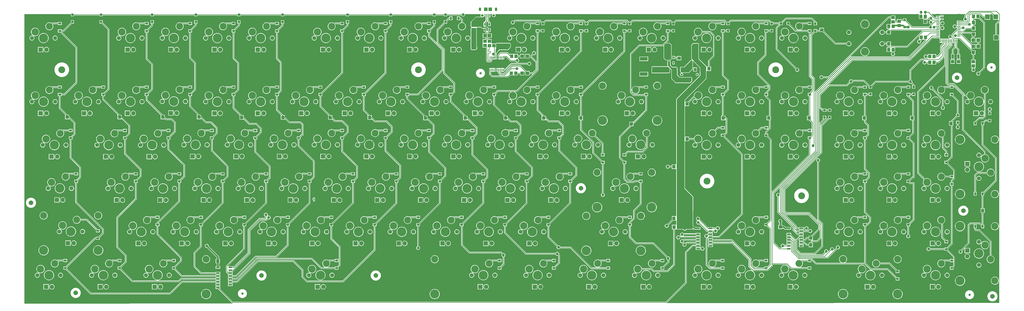
<source format=gbl>
G04 Layer_Physical_Order=2*
G04 Layer_Color=11436288*
%FSTAX42Y42*%
%MOMM*%
G71*
G01*
G75*
%ADD10R,1.40X1.55*%
%ADD11R,1.52X1.52*%
%ADD13C,0.25*%
%ADD14C,0.64*%
%ADD15C,2.00*%
%ADD16C,3.00*%
%ADD17C,1.90*%
%ADD18R,1.90X1.90*%
%ADD19C,1.75*%
%ADD20C,3.99*%
%ADD21C,3.20*%
%ADD22C,4.00*%
%ADD23C,1.75*%
%ADD24R,1.90X1.90*%
%ADD25C,3.05*%
%ADD26O,1.00X1.55*%
%ADD27O,1.25X0.95*%
%ADD28C,1.78*%
%ADD29C,3.50*%
%ADD30C,0.90*%
%ADD31C,1.27*%
%ADD32C,1.02*%
%ADD33R,1.40X0.80*%
%ADD34R,1.40X0.40*%
%ADD35R,0.40X1.40*%
%ADD36R,0.36X1.40*%
%ADD37R,1.00X0.40*%
%ADD38R,1.00X1.00*%
%ADD39R,1.22X0.91*%
%ADD40R,1.50X1.55*%
%ADD41R,0.40X1.40*%
%ADD42R,0.36X1.40*%
%ADD43R,1.50X1.40*%
%ADD44R,0.65X1.10*%
%ADD45R,1.00X1.40*%
%ADD46R,0.60X1.50*%
%ADD47R,3.40X1.50*%
%ADD48R,3.50X1.00*%
%ADD49R,1.55X1.40*%
%ADD50R,2.00X2.00*%
%ADD51R,0.38X1.14*%
%ADD52R,1.40X1.50*%
%ADD53R,1.50X1.55*%
%ADD54R,1.00X1.80*%
%ADD55R,0.91X1.22*%
%ADD56R,1.65X0.64*%
%ADD57R,0.65X0.90*%
%ADD58R,1.00X1.00*%
%ADD59R,1.20X1.40*%
%ADD60R,1.02X1.80*%
G36*
X019878Y012144D02*
X019881Y012132D01*
Y011234D01*
X01988Y011232D01*
X019879Y01123D01*
X019869Y01122D01*
X019846Y011198D01*
X019845Y011197D01*
X019843Y011196D01*
X01969D01*
X01966Y011227D01*
Y012111D01*
Y012111D01*
X01966Y012113D01*
X019661Y012115D01*
X019688Y012141D01*
X01969Y012144D01*
X019878D01*
D02*
G37*
G36*
X034983Y002926D02*
Y002592D01*
X034672Y002282D01*
X034093D01*
X03392Y002455D01*
Y002841D01*
X033985Y002906D01*
X033998Y002901D01*
Y002804D01*
X034203D01*
Y002823D01*
X034261D01*
X034273Y002825D01*
X034284Y002833D01*
X034362Y00291D01*
X034426D01*
Y002846D01*
X034559D01*
X03456Y002833D01*
X034558Y002833D01*
X034547Y002825D01*
X034493Y002771D01*
X034485Y00276D01*
X034483Y002747D01*
Y002737D01*
X034426D01*
Y002673D01*
X034362D01*
X034281Y002753D01*
X03427Y002761D01*
X034257Y002763D01*
X034203D01*
Y002782D01*
X033998D01*
Y002677D01*
X034203D01*
Y002696D01*
X034243D01*
X034324Y002615D01*
X034335Y002608D01*
X034348Y002605D01*
X034426D01*
Y002541D01*
X034607D01*
Y002737D01*
X034571D01*
X034566Y002749D01*
X034585Y002768D01*
X034794D01*
X034807Y00277D01*
X034818Y002778D01*
X034969Y002929D01*
X03497Y00293D01*
X034983Y002926D01*
D02*
G37*
G36*
X021348Y011463D02*
X021349Y011462D01*
Y01146D01*
X021353Y011456D01*
X021353Y011456D01*
X02137Y011439D01*
X021371Y011437D01*
X021372Y011436D01*
Y011308D01*
X021371Y011306D01*
X02137Y011304D01*
X021317Y011251D01*
X021264Y011198D01*
X021262Y011197D01*
X02126Y011196D01*
X0209D01*
X0209Y011196D01*
X0209Y011196D01*
X020891D01*
X020824Y011128D01*
X020762Y011067D01*
X020762Y011067D01*
X020754Y011059D01*
Y011043D01*
X020749Y011038D01*
X020737Y011043D01*
Y011054D01*
X020742Y011151D01*
X020749Y011257D01*
Y01145D01*
X020761Y011462D01*
X020762Y011463D01*
X020764Y011463D01*
X021347D01*
X021348Y011463D01*
D02*
G37*
G36*
X033157Y005118D02*
Y004901D01*
X033144Y004895D01*
X033131Y004905D01*
X033111Y004913D01*
X033089Y004916D01*
X033067Y004913D01*
X033047Y004905D01*
X033029Y004891D01*
X033016Y004874D01*
X033007Y004853D01*
X033004Y004831D01*
X033007Y00481D01*
X033016Y004789D01*
X033029Y004772D01*
X033047Y004758D01*
X033055Y004755D01*
Y00408D01*
X033058Y004067D01*
X033065Y004056D01*
X033725Y003396D01*
Y003289D01*
X033728Y003276D01*
X033735Y003265D01*
X033918Y003082D01*
X033929Y003075D01*
X033942Y003072D01*
X033998D01*
Y003058D01*
X034203D01*
Y003163D01*
X033998D01*
Y00314D01*
X033956D01*
X033902Y003193D01*
X033909Y003204D01*
X033911Y003204D01*
X033998D01*
Y003185D01*
X034203D01*
Y003204D01*
X034418D01*
X03443Y003188D01*
X034447Y003175D01*
X034468Y003166D01*
X03449Y003163D01*
X034512Y003166D01*
X034532Y003175D01*
X034549Y003188D01*
X034563Y003206D01*
X034571Y003226D01*
X034574Y003248D01*
X034571Y00327D01*
X034563Y00329D01*
X034549Y003308D01*
X034532Y003321D01*
X034512Y00333D01*
X03449Y003333D01*
X034468Y00333D01*
X034447Y003321D01*
X03443Y003308D01*
X034416Y00329D01*
X034409Y003271D01*
X034203D01*
Y00329D01*
X033998D01*
Y003271D01*
X033925D01*
X033857Y00334D01*
X033858Y003348D01*
X033871Y003352D01*
X033882Y003341D01*
X033893Y003333D01*
X033906Y003331D01*
X033998D01*
Y003312D01*
X034203D01*
Y003331D01*
X034253D01*
X034254Y003328D01*
X034268Y00331D01*
X034285Y003297D01*
X034305Y003288D01*
X034327Y003285D01*
X034349Y003288D01*
X03437Y003297D01*
X034387Y00331D01*
X034401Y003328D01*
X034409Y003348D01*
X034412Y00337D01*
X034409Y003392D01*
X034401Y003412D01*
X034387Y00343D01*
X03437Y003443D01*
X034349Y003451D01*
X034327Y003454D01*
X034305Y003451D01*
X034285Y003443D01*
X034268Y00343D01*
X034254Y003412D01*
X034248Y003398D01*
X034203D01*
Y003417D01*
X033998D01*
Y003398D01*
X03392D01*
X033914Y003404D01*
Y003451D01*
X033912Y003464D01*
X033905Y003475D01*
X033446Y003933D01*
X033451Y003945D01*
X034415D01*
X034846Y003514D01*
Y003341D01*
X034546Y003041D01*
X034426D01*
Y002977D01*
X034348D01*
X034335Y002975D01*
X034324Y002967D01*
X034247Y00289D01*
X034203D01*
Y002909D01*
X034005D01*
X034Y002921D01*
X03401Y002931D01*
X034203D01*
Y003036D01*
X033998D01*
Y003012D01*
X033991Y003007D01*
X033876Y002892D01*
X033861Y002895D01*
X033856Y002902D01*
X033662Y003096D01*
Y003163D01*
X033457D01*
Y003058D01*
X033569D01*
X03358Y003056D01*
X033607D01*
X033616Y003047D01*
X033611Y003036D01*
X033457D01*
Y002931D01*
X033631D01*
X033642Y00292D01*
X033637Y002909D01*
X033457D01*
Y002804D01*
X033658D01*
X033697Y002765D01*
Y002737D01*
X033686Y002732D01*
X033664Y002753D01*
X033662Y002755D01*
Y002782D01*
X033457D01*
Y002677D01*
X033645D01*
X033646Y002676D01*
Y002655D01*
X033457D01*
Y002636D01*
X033365D01*
X033361Y002645D01*
X033348Y002662D01*
X03333Y002676D01*
X03331Y002684D01*
X033288Y002687D01*
X033266Y002684D01*
X033246Y002676D01*
X033228Y002662D01*
X033215Y002645D01*
X033206Y002624D01*
X033203Y002602D01*
X033206Y002581D01*
X033215Y00256D01*
X033228Y002543D01*
X033246Y002529D01*
X033264Y002522D01*
X033261Y002509D01*
X033162D01*
X032922Y00275D01*
Y004901D01*
X033144Y005124D01*
X033157Y005118D01*
D02*
G37*
G36*
X03999Y01168D02*
X040142D01*
X04015Y01167D01*
Y01149D01*
X040295D01*
X040296Y011477D01*
X04019Y011372D01*
X040183Y011361D01*
X040181Y011348D01*
Y011057D01*
X040053Y01093D01*
X039999D01*
Y010994D01*
X039821D01*
X039818Y010994D01*
X039813D01*
X039809D01*
X039805Y010994D01*
X039628D01*
Y01093D01*
X039616D01*
X039613Y010938D01*
X039599Y010955D01*
X039582Y010969D01*
X039562Y010977D01*
X03954Y01098D01*
X039518Y010977D01*
X039497Y010969D01*
X03948Y010955D01*
X039466Y010938D01*
X039458Y010917D01*
X039455Y010896D01*
X039458Y010874D01*
X039466Y010853D01*
X03948Y010836D01*
X039497Y010822D01*
X039518Y010814D01*
X03954Y010811D01*
X039562Y010814D01*
X039582Y010822D01*
X039599Y010836D01*
X039613Y010853D01*
X039615Y010859D01*
X039628Y010857D01*
Y010805D01*
X039628Y010798D01*
X039618Y010793D01*
X039618D01*
X039341D01*
X039329Y01079D01*
X039318Y010783D01*
X038851Y010316D01*
X038843Y010305D01*
X038841Y010292D01*
Y009861D01*
X038832Y009858D01*
X038815Y009844D01*
X038801Y009827D01*
X038798Y009818D01*
X037357D01*
X037344Y009816D01*
X037333Y009808D01*
X037151Y009627D01*
X037106D01*
X036884Y009849D01*
X036873Y009856D01*
X03686Y009859D01*
X03634D01*
X036336Y009865D01*
X036318Y009878D01*
X036298Y009887D01*
X036276Y009889D01*
X036254Y009887D01*
X036234Y009878D01*
X036216Y009865D01*
X036203Y009847D01*
X036194Y009827D01*
X036192Y009805D01*
X036194Y009783D01*
X036198Y009774D01*
X036079Y009656D01*
X035322D01*
X035319Y009655D01*
X035313Y009667D01*
X036351Y010705D01*
X038854D01*
X038867Y010708D01*
X038878Y010715D01*
X039849Y011686D01*
X03999D01*
Y01168D01*
D02*
G37*
G36*
X020287Y012626D02*
Y012466D01*
X020216Y012395D01*
X020193Y012372D01*
Y012349D01*
Y012233D01*
X020246Y012179D01*
X02035D01*
X020391Y012139D01*
Y01208D01*
X020328D01*
Y012116D01*
Y012118D01*
X02032Y012126D01*
X020318Y012128D01*
Y012135D01*
X020311D01*
X02031Y012136D01*
X02015D01*
X020099Y012187D01*
X019685D01*
X019667Y012205D01*
X01966Y012212D01*
Y0124D01*
X019682Y012423D01*
X01987Y012611D01*
X020183D01*
X020226Y012639D01*
X020287D01*
Y012626D01*
D02*
G37*
G36*
X034912Y003294D02*
Y002966D01*
X03478Y002835D01*
X034612D01*
X034607Y002846D01*
X034607Y002846D01*
X034607D01*
X034607Y002846D01*
Y003007D01*
X034899Y003299D01*
X034912Y003294D01*
D02*
G37*
G36*
X03802Y012512D02*
X03802D01*
Y012502D01*
X03802D01*
Y012323D01*
X038019Y012321D01*
X038013Y012312D01*
X037837D01*
Y012116D01*
X037893D01*
Y012049D01*
X037837D01*
Y011986D01*
X037739D01*
X03773Y012007D01*
X037712Y01203D01*
X03769Y012047D01*
X037663Y012058D01*
X037635Y012062D01*
X037606Y012058D01*
X037579Y012047D01*
X037557Y01203D01*
X037539Y012007D01*
X037528Y011981D01*
X037524Y011952D01*
X037528Y011923D01*
X037539Y011897D01*
X037557Y011874D01*
X037579Y011857D01*
X037606Y011846D01*
X037635Y011842D01*
X037663Y011846D01*
X03769Y011857D01*
X037712Y011874D01*
X03773Y011897D01*
X037739Y011918D01*
X037837D01*
Y011859D01*
X038017D01*
Y012006D01*
X038045Y012033D01*
X039383D01*
X039383Y012033D01*
X039387Y012021D01*
X038721Y011354D01*
X038028D01*
X038017Y011359D01*
Y011549D01*
X037837D01*
Y011486D01*
X037739D01*
X03773Y011507D01*
X037712Y01153D01*
X03769Y011547D01*
X037663Y011558D01*
X037635Y011562D01*
X037606Y011558D01*
X037579Y011547D01*
X037557Y01153D01*
X037539Y011507D01*
X037528Y011481D01*
X037524Y011452D01*
X037528Y011423D01*
X037539Y011397D01*
X037557Y011374D01*
X037579Y011357D01*
X037606Y011346D01*
X037635Y011342D01*
X037663Y011346D01*
X03769Y011357D01*
X037712Y011374D01*
X03773Y011397D01*
X037739Y011418D01*
X037837D01*
Y011359D01*
X037896D01*
Y011321D01*
Y011292D01*
X037837D01*
Y011096D01*
X038017D01*
Y011096D01*
X038027D01*
Y011096D01*
X038079D01*
Y011083D01*
X03807Y011079D01*
X038053Y011066D01*
X038039Y011048D01*
X038031Y011028D01*
X038028Y011006D01*
X038031Y010984D01*
X038039Y010964D01*
X038053Y010946D01*
X03807Y010933D01*
X038091Y010924D01*
X038113Y010921D01*
X038135Y010924D01*
X038155Y010933D01*
X038172Y010946D01*
X038186Y010964D01*
X038194Y010984D01*
X038197Y011006D01*
X038194Y011028D01*
X038186Y011048D01*
X038172Y011066D01*
X038155Y011079D01*
X038146Y011083D01*
Y011096D01*
X038207D01*
Y011287D01*
X038735D01*
X038748Y01129D01*
X038759Y011297D01*
X039246Y011784D01*
X039258Y011779D01*
Y011644D01*
X039256Y011635D01*
X039247Y01163D01*
X039234Y011629D01*
X039213Y01162D01*
X039196Y011607D01*
X039182Y011589D01*
X039174Y011569D01*
X039171Y011547D01*
X039174Y011525D01*
X039182Y011505D01*
X039196Y011487D01*
X039213Y011474D01*
X039234Y011465D01*
X039256Y011462D01*
X039278Y011465D01*
X039298Y011474D01*
X039315Y011487D01*
X039329Y011505D01*
X039337Y011525D01*
X03934Y011547D01*
X039337Y011569D01*
X039335Y011576D01*
X039372Y011613D01*
X039379Y011624D01*
X039381Y011636D01*
X039438D01*
Y011636D01*
X039448D01*
Y011636D01*
X039504D01*
Y011599D01*
X0388Y010894D01*
X036271D01*
X036266Y010907D01*
X037927Y012568D01*
X03802D01*
Y012512D01*
D02*
G37*
G36*
X041276Y012741D02*
X041254Y012719D01*
X041246Y012708D01*
X041244Y012695D01*
Y012609D01*
X041235Y012606D01*
X041218Y012592D01*
X041204Y012575D01*
X041196Y012554D01*
X041193Y012532D01*
X041196Y01251D01*
X041204Y01249D01*
X041218Y012473D01*
X041226Y012466D01*
X041222Y012454D01*
X04109D01*
Y01246D01*
X04091D01*
Y01238D01*
Y01231D01*
Y01225D01*
Y012244D01*
X040887D01*
X040883Y012252D01*
X04087Y01227D01*
X040852Y012283D01*
X040832Y012292D01*
X04081Y012295D01*
X040788Y012292D01*
X040768Y012283D01*
X04075Y01227D01*
X040737Y012252D01*
X040728Y012232D01*
X040725Y01221D01*
X040728Y012188D01*
X040737Y012168D01*
X04075Y01215D01*
X040768Y012137D01*
X040788Y012128D01*
X04081Y012125D01*
X040832Y012128D01*
X040852Y012137D01*
X04087Y01215D01*
X040883Y012168D01*
X040887Y012176D01*
X04091D01*
Y01217D01*
Y0121D01*
Y012096D01*
X040906Y012094D01*
X040705Y011893D01*
X040698Y011882D01*
X040695Y011869D01*
Y011817D01*
X040683Y011813D01*
X040682Y011815D01*
X040664Y011828D01*
X040644Y011837D01*
X040622Y01184D01*
X0406Y011837D01*
X04058Y011828D01*
X040562Y011815D01*
X040549Y011797D01*
X040541Y011777D01*
X040538Y011755D01*
X040541Y011733D01*
X040549Y011713D01*
X040562Y011695D01*
X040578Y011683D01*
X040578Y011678D01*
X040575Y01167D01*
X040178D01*
X04017Y01168D01*
Y01175D01*
Y01182D01*
Y01189D01*
Y01196D01*
Y01203D01*
Y0121D01*
Y012106D01*
X040198D01*
X040202Y012097D01*
X040215Y01208D01*
X040233Y012066D01*
X040253Y012058D01*
X040275Y012055D01*
X040297Y012058D01*
X040317Y012066D01*
X040335Y01208D01*
X040348Y012097D01*
X040357Y012118D01*
X04036Y012139D01*
X040357Y012161D01*
X040348Y012182D01*
X040335Y012199D01*
X040317Y012213D01*
X040297Y012221D01*
X040275Y012224D01*
X040253Y012221D01*
X040233Y012213D01*
X040215Y012199D01*
X040202Y012182D01*
X040199Y012174D01*
X04017D01*
Y01224D01*
Y01231D01*
Y012316D01*
X0402D01*
X040205Y012305D01*
X040218Y012287D01*
X040236Y012274D01*
X040256Y012265D01*
X040278Y012262D01*
X0403Y012265D01*
X04032Y012274D01*
X040338Y012287D01*
X040351Y012305D01*
X040359Y012325D01*
X040362Y012347D01*
X040359Y012369D01*
X040351Y012389D01*
X040338Y012407D01*
X04032Y01242D01*
X0403Y012429D01*
X040278Y012431D01*
X040256Y012429D01*
X040236Y01242D01*
X040218Y012407D01*
X040205Y012389D01*
X040202Y012384D01*
X04017D01*
Y01245D01*
Y012477D01*
X04018Y012485D01*
X040183Y012485D01*
X04032D01*
Y012565D01*
X040183D01*
X04018Y012565D01*
X04017Y012573D01*
Y01259D01*
Y012617D01*
X04018Y012625D01*
X040183Y012625D01*
X04032D01*
Y012705D01*
X04018D01*
Y012678D01*
X04018Y012678D01*
X04017Y01267D01*
X040167Y01267D01*
X03999D01*
Y012594D01*
X039951D01*
X039803Y012741D01*
X039808Y012753D01*
X041271Y012753D01*
X041276Y012741D01*
D02*
G37*
G36*
X042489Y012699D02*
Y012506D01*
X04273D01*
X042735Y012496D01*
Y012465D01*
X042602Y012333D01*
X042595Y012322D01*
X042593Y012309D01*
Y011847D01*
X042506D01*
Y011607D01*
X042747D01*
Y011847D01*
X04266D01*
Y012295D01*
X042749Y012384D01*
X042761Y012379D01*
X042761Y000102D01*
X028225Y00009D01*
X02822Y000103D01*
X029079Y000962D01*
X029086Y000973D01*
X029089Y000986D01*
Y002297D01*
X02936Y002569D01*
X029487D01*
Y00255D01*
X029692D01*
Y002655D01*
X029487D01*
Y002636D01*
X029346D01*
X029333Y002634D01*
X029322Y002626D01*
X029031Y002335D01*
X029024Y002324D01*
X029021Y002311D01*
Y000999D01*
X028177Y000155D01*
X009237D01*
X008689Y000704D01*
X008682Y000713D01*
X008682D01*
X008682Y000713D01*
Y000818D01*
X008477D01*
Y000713D01*
X008584D01*
X009199Y000098D01*
X00921Y000091D01*
X009223Y000088D01*
X009223Y000076D01*
X000123Y000069D01*
X000114Y000078D01*
X000114Y012746D01*
X002133Y012746D01*
X002142Y012737D01*
Y012653D01*
X002283D01*
Y012694D01*
X003401D01*
Y012653D01*
X003542D01*
Y012694D01*
X005634D01*
Y012653D01*
X005775D01*
Y012694D01*
X007542D01*
Y012653D01*
X007683D01*
Y012694D01*
X00943D01*
Y012653D01*
X009571D01*
Y012694D01*
X011338D01*
Y012653D01*
X011479D01*
Y012694D01*
X01418D01*
Y012653D01*
X014321D01*
Y012694D01*
X016068D01*
Y012653D01*
X016209D01*
Y012694D01*
X017976D01*
Y012653D01*
X018117D01*
Y012694D01*
X018464D01*
Y012653D01*
X018604D01*
Y012694D01*
X019229D01*
X019232Y012686D01*
X019246Y012668D01*
X019263Y012655D01*
X019283Y012646D01*
X019305Y012644D01*
X019327Y012646D01*
X019348Y012655D01*
X019365Y012668D01*
X019379Y012686D01*
X019387Y012706D01*
X01939Y012728D01*
X019388Y012739D01*
X019397Y012749D01*
X020073Y012749D01*
X020079Y012736D01*
X020073Y012728D01*
X020066Y012712D01*
X020064Y012694D01*
X020066Y012676D01*
X020073Y01266D01*
X020084Y012646D01*
X020085Y012645D01*
X020081Y012632D01*
X01987D01*
X01987Y012632D01*
X019862Y01263D01*
X019856Y012626D01*
X019668Y012438D01*
X019668Y012438D01*
X019645Y012415D01*
X01964Y012408D01*
X019639Y0124D01*
X019639Y0124D01*
Y012212D01*
X01964Y012204D01*
X019645Y012198D01*
X019645Y012198D01*
X019653Y01219D01*
X01967Y012172D01*
X019672Y012171D01*
X019673Y012166D01*
X019674Y012157D01*
X019673Y012156D01*
X019673Y012156D01*
X019673Y012156D01*
X019646Y012129D01*
X019645Y012128D01*
X019644Y012126D01*
X019643Y012125D01*
X019643Y012125D01*
X019642Y012123D01*
X019642Y012123D01*
X019642Y012123D01*
X019641Y012121D01*
X019641Y012119D01*
X01964Y012119D01*
X01964Y012119D01*
X01964Y012117D01*
X01964Y012117D01*
X019639Y012115D01*
X019639Y012113D01*
X019639Y012111D01*
Y012111D01*
Y011227D01*
Y011227D01*
X019639Y011225D01*
X01964Y011219D01*
X019645Y011212D01*
X019645Y011212D01*
X019675Y011182D01*
X019675Y011182D01*
X019682Y011177D01*
X01969Y011176D01*
X01969Y011176D01*
X019843D01*
X019845Y011176D01*
X019847Y011176D01*
X019849Y011176D01*
X019851Y011177D01*
X019851Y011177D01*
X019851Y011177D01*
X019853Y011178D01*
X019854Y011179D01*
X019854Y011179D01*
X019854Y011179D01*
X019856Y011179D01*
X019856Y011179D01*
X019858Y011181D01*
X019859Y011182D01*
X019861Y011183D01*
X019865Y011187D01*
X019882Y011194D01*
X0199Y011208D01*
X019913Y011225D01*
X019922Y011246D01*
X019924Y011267D01*
X019922Y011289D01*
X019913Y01131D01*
X019901Y011325D01*
Y012132D01*
X019901Y012134D01*
X019901Y012137D01*
X019898Y012148D01*
X019898Y01215D01*
X019897Y012152D01*
X019896Y012154D01*
X019899Y012162D01*
X019902Y012166D01*
X019902Y012166D01*
X02009D01*
X020135Y012121D01*
X020142Y012117D01*
X02015Y012115D01*
X02015Y012115D01*
X020212D01*
Y011985D01*
X020246D01*
X020301Y01193D01*
Y011906D01*
X020165D01*
Y011716D01*
X020301D01*
Y011656D01*
X020166D01*
Y011479D01*
X020166Y011475D01*
Y011471D01*
Y011466D01*
X020166Y011463D01*
Y011285D01*
X020307D01*
X020312Y01128D01*
Y010719D01*
X020314Y010706D01*
X020322Y010695D01*
X020372Y010644D01*
X020383Y010637D01*
X020396Y010634D01*
X020498D01*
X020511Y010637D01*
X020522Y010644D01*
X020576Y010699D01*
X020584Y01071D01*
X020586Y010723D01*
Y010765D01*
X020782D01*
Y010919D01*
X020777D01*
Y011052D01*
X020777Y011052D01*
X020838Y011114D01*
X0209Y011176D01*
X0209Y011176D01*
X021185D01*
X021197Y011171D01*
X021219Y011168D01*
X021241Y011171D01*
X021253Y011176D01*
X02126D01*
X021262Y011176D01*
X021264Y011176D01*
X021266Y011176D01*
X021268Y011177D01*
X021268Y011177D01*
X021268Y011177D01*
X021271Y011178D01*
X021272Y011179D01*
X021272Y011179D01*
X021272Y011179D01*
X021274Y011179D01*
X021274Y011179D01*
X021274Y011179D01*
X021274Y011179D01*
X021275Y011181D01*
X021277Y011182D01*
X021278Y011183D01*
X021332Y011236D01*
Y011236D01*
X021332D01*
X021385Y011289D01*
X021386Y011291D01*
X021387Y011293D01*
X021388Y011294D01*
X021388Y011294D01*
X021389Y011296D01*
X021389Y011296D01*
X021389Y011296D01*
X02139Y011298D01*
X021391Y0113D01*
X021391Y0113D01*
X021391Y0113D01*
X021392Y011302D01*
X021392Y011302D01*
X021392Y011304D01*
X021392Y011306D01*
X021392Y011308D01*
Y011436D01*
X021392Y011438D01*
Y01144D01*
X021392Y011442D01*
X021391Y011443D01*
X021391Y011444D01*
X021391Y011444D01*
X02139Y011446D01*
X021389Y011447D01*
X021389Y011447D01*
X021389Y011447D01*
X021388Y011449D01*
X021388Y011449D01*
X021388Y011449D01*
X021388Y011449D01*
X021387Y011451D01*
X021386Y011452D01*
X021385Y011454D01*
X021368Y011471D01*
X021367Y011471D01*
X021367Y011472D01*
X021366Y011474D01*
X021366Y011474D01*
X021366Y011474D01*
X021366Y011474D01*
X021364Y011476D01*
X021363Y011477D01*
X021362Y011478D01*
X02136Y01148D01*
X02136Y01148D01*
X02136Y01148D01*
X021357Y011481D01*
X021357Y011481D01*
X021356Y011482D01*
X021355Y011482D01*
X021355Y011482D01*
X021354Y011482D01*
X021353Y011483D01*
X021353D01*
X021353Y011483D01*
X021351Y011483D01*
X021349D01*
X021347Y011484D01*
X020764D01*
X020762Y011483D01*
X02076Y011483D01*
X020758Y011483D01*
X020756Y011482D01*
X020756Y011482D01*
X020756Y011482D01*
X020754Y011481D01*
X020753Y011481D01*
X020753Y011481D01*
X020752Y011481D01*
X020751Y01148D01*
X020751Y01148D01*
X020749Y011479D01*
X020748Y011477D01*
X020746Y011476D01*
X020735Y011465D01*
X020734Y011463D01*
X020563D01*
X020563Y011463D01*
X020555Y011473D01*
X020555Y011476D01*
Y011653D01*
X020419D01*
Y011716D01*
X020557D01*
Y011906D01*
X020419D01*
Y011931D01*
X020473Y011985D01*
X020508D01*
Y012135D01*
X020412D01*
Y012139D01*
X02041Y012147D01*
X020408Y012149D01*
X020406Y012153D01*
X020406Y012153D01*
X020365Y012194D01*
X020358Y012198D01*
X02035Y0122D01*
X02035Y0122D01*
X020255D01*
X020242Y012213D01*
X020247Y012225D01*
X020318D01*
Y012373D01*
X020356Y012411D01*
X02036Y012418D01*
X020367Y012419D01*
X020372Y01242D01*
X020375Y012419D01*
X020408Y012387D01*
X020403Y012375D01*
X020402D01*
Y012225D01*
X020508D01*
Y012375D01*
X020489D01*
Y012387D01*
X020486Y0124D01*
X020479Y012411D01*
X020431Y012459D01*
Y012604D01*
X0205D01*
Y012749D01*
X020573Y012749D01*
X020579Y012736D01*
X020573Y012728D01*
X020566Y012712D01*
X020564Y012694D01*
X020566Y012676D01*
X020573Y01266D01*
X020584Y012646D01*
X020598Y012635D01*
X020614Y012628D01*
X020632Y012626D01*
X020662D01*
X02068Y012628D01*
X020696Y012635D01*
X02071Y012646D01*
X020721Y01266D01*
X020728Y012676D01*
X02073Y012694D01*
X020728Y012712D01*
X020721Y012728D01*
X020715Y012736D01*
X020721Y012749D01*
X039283Y012752D01*
X039292Y01274D01*
X039291Y012738D01*
X039245D01*
Y012542D01*
X039425D01*
Y012542D01*
X039435D01*
Y012542D01*
X039569D01*
X039575Y012529D01*
X039575Y012529D01*
X039438D01*
Y012333D01*
X039619D01*
Y012466D01*
X039688Y012535D01*
X0397Y012533D01*
X039703Y012526D01*
X039717Y012508D01*
X039734Y012495D01*
X039743Y012491D01*
X039742Y012478D01*
X039727Y012471D01*
X039709Y012458D01*
X039696Y01244D01*
X039687Y01242D01*
X039684Y012398D01*
X039687Y012376D01*
X039696Y012355D01*
X039709Y012338D01*
X039727Y012325D01*
X039747Y012316D01*
X039757Y012315D01*
X039762Y012301D01*
X039714Y012254D01*
X039707Y012243D01*
X039699Y012237D01*
X039685Y012219D01*
X03968Y012206D01*
X038967D01*
X038694Y012479D01*
Y012567D01*
X038553D01*
Y012515D01*
X03848D01*
Y012527D01*
X038284D01*
Y012446D01*
X038211D01*
Y012502D01*
X038211D01*
Y012512D01*
X038211D01*
Y012692D01*
X03802D01*
Y012636D01*
X037913D01*
X0379Y012633D01*
X037889Y012626D01*
X035279Y010016D01*
X03506D01*
X035057Y010024D01*
X035043Y010042D01*
X035026Y010055D01*
X035005Y010064D01*
X034983Y010067D01*
X034962Y010064D01*
X034941Y010055D01*
X034924Y010042D01*
X03491Y010024D01*
X034902Y010004D01*
X034899Y009982D01*
X034902Y00996D01*
X03491Y00994D01*
X034924Y009922D01*
X034941Y009909D01*
X034962Y009901D01*
X034983Y009898D01*
X035005Y009901D01*
X035026Y009909D01*
X035043Y009922D01*
X035057Y00994D01*
X03506Y009949D01*
X035283D01*
X035288Y009936D01*
X034707Y009355D01*
X034695Y00936D01*
Y009942D01*
X034695Y009942D01*
X034692Y009954D01*
X034685Y009965D01*
X034573Y010077D01*
Y011828D01*
X034689Y011944D01*
X034782D01*
Y011981D01*
X034896D01*
Y011969D01*
X035036D01*
X035577Y011428D01*
X035588Y011421D01*
X0356Y011418D01*
X03608D01*
X036089Y011397D01*
X036107Y011374D01*
X036129Y011357D01*
X036156Y011346D01*
X036185Y011342D01*
X036213Y011346D01*
X03624Y011357D01*
X036262Y011374D01*
X03628Y011397D01*
X036291Y011423D01*
X036295Y011452D01*
X036291Y011481D01*
X03628Y011507D01*
X036262Y01153D01*
X03624Y011547D01*
X036213Y011558D01*
X036185Y011562D01*
X036156Y011558D01*
X036129Y011547D01*
X036107Y01153D01*
X036089Y011507D01*
X03608Y011486D01*
X035614D01*
X035091Y012009D01*
Y012149D01*
X034896D01*
Y012048D01*
X034782D01*
Y012085D01*
X034641D01*
Y011991D01*
X034516Y011866D01*
X034513Y011866D01*
X034503Y01187D01*
Y011948D01*
X034551D01*
Y012079D01*
X034388D01*
Y012047D01*
X034085D01*
X034082Y01206D01*
X034106Y012073D01*
X034132Y012094D01*
X034153Y01212D01*
X034169Y01215D01*
X034179Y012182D01*
X034182Y012215D01*
X034179Y012248D01*
X034169Y012281D01*
X034161Y012296D01*
X034167Y012307D01*
X034388D01*
Y012275D01*
X034551D01*
Y012406D01*
X034388D01*
Y012374D01*
X034136D01*
X034124Y012372D01*
X034113Y012364D01*
X034106Y012358D01*
X034076Y012373D01*
X034044Y012383D01*
X034011Y012386D01*
X033978Y012383D01*
X033946Y012373D01*
X033916Y012357D01*
X03389Y012336D01*
X033869Y01231D01*
X033853Y012281D01*
X033843Y012248D01*
X03384Y012215D01*
X033843Y012182D01*
X033853Y01215D01*
X033869Y01212D01*
X03389Y012094D01*
X033916Y012073D01*
X03394Y01206D01*
X033937Y012047D01*
X033874D01*
X033601Y01232D01*
Y012413D01*
X03346D01*
Y012272D01*
X033553D01*
X033836Y01199D01*
X033847Y011982D01*
X03386Y01198D01*
X034388D01*
Y011948D01*
X034436D01*
Y010031D01*
X034438Y010018D01*
X034446Y010007D01*
X034566Y009886D01*
Y009414D01*
X034446Y009293D01*
X034444Y009291D01*
X034388D01*
Y00916D01*
X034436D01*
Y008299D01*
X034352D01*
Y008103D01*
X034449D01*
X034558Y007994D01*
Y007728D01*
X034551Y007718D01*
X034545Y007718D01*
X034388D01*
Y007686D01*
X034136D01*
X034124Y007684D01*
X034113Y007676D01*
X034106Y00767D01*
X034076Y007685D01*
X034044Y007695D01*
X034011Y007698D01*
X033978Y007695D01*
X033946Y007685D01*
X033916Y007669D01*
X03389Y007648D01*
X033869Y007622D01*
X033853Y007593D01*
X033843Y00756D01*
X03384Y007527D01*
X033843Y007494D01*
X033853Y007462D01*
X033869Y007432D01*
X03389Y007406D01*
X033916Y007385D01*
X033946Y007369D01*
X033978Y007359D01*
X034011Y007356D01*
X034044Y007359D01*
X034076Y007369D01*
X034106Y007385D01*
X034132Y007406D01*
X034153Y007432D01*
X034169Y007462D01*
X034179Y007494D01*
X034182Y007527D01*
X034179Y00756D01*
X034169Y007593D01*
X034161Y007608D01*
X034167Y007619D01*
X034388D01*
Y007587D01*
X034545D01*
X034551Y007587D01*
X034558Y007577D01*
X034558Y007577D01*
Y007445D01*
X034504Y007391D01*
X034388D01*
Y00726D01*
X034436D01*
Y006605D01*
X032819Y004988D01*
X032808Y004993D01*
Y00724D01*
X032805Y007253D01*
X032798Y007264D01*
X032651Y007411D01*
Y00751D01*
X032603D01*
Y007586D01*
X032754Y007736D01*
X032761Y007747D01*
X032764Y00776D01*
Y008103D01*
X032767D01*
Y008299D01*
X032764D01*
Y00897D01*
X032761Y008983D01*
X032754Y008994D01*
X032603Y009144D01*
Y00916D01*
X032651D01*
Y009291D01*
X032617D01*
X032612Y009304D01*
X032734Y009426D01*
X032741Y009437D01*
X032744Y00945D01*
Y009609D01*
X032741Y009622D01*
X032734Y009633D01*
X032243Y010123D01*
Y010616D01*
X032564Y010936D01*
X032571Y010947D01*
X032574Y01096D01*
Y011948D01*
X032651D01*
Y011989D01*
X032734D01*
Y011952D01*
X032875D01*
Y012093D01*
X032734D01*
Y012056D01*
X032651D01*
Y012079D01*
X032488D01*
Y011948D01*
X032506D01*
Y010974D01*
X032186Y010654D01*
X032179Y010643D01*
X032176Y01063D01*
Y010109D01*
X032179Y010096D01*
X032186Y010085D01*
X03264Y009631D01*
X032635Y009618D01*
X032488D01*
Y009586D01*
X032236D01*
X032224Y009584D01*
X032213Y009576D01*
X032206Y00957D01*
X032176Y009585D01*
X032144Y009595D01*
X032111Y009598D01*
X032078Y009595D01*
X032046Y009585D01*
X032016Y009569D01*
X03199Y009548D01*
X031969Y009522D01*
X031953Y009493D01*
X031943Y00946D01*
X03194Y009427D01*
X031943Y009394D01*
X031953Y009362D01*
X031969Y009332D01*
X03199Y009306D01*
X032016Y009285D01*
X032046Y009269D01*
X032078Y009259D01*
X032111Y009256D01*
X032144Y009259D01*
X032176Y009269D01*
X032206Y009285D01*
X032232Y009306D01*
X032253Y009332D01*
X032269Y009362D01*
X032279Y009394D01*
X032282Y009427D01*
X032279Y00946D01*
X032269Y009493D01*
X032261Y009508D01*
X032267Y009519D01*
X032488D01*
Y009487D01*
X032651D01*
Y009603D01*
X032664Y009608D01*
X032676Y009595D01*
Y009464D01*
X032546Y009333D01*
X032538Y009322D01*
X032536Y00931D01*
Y009291D01*
X032488D01*
Y00916D01*
X032536D01*
Y009131D01*
X032538Y009118D01*
X032546Y009107D01*
X032696Y008956D01*
Y008299D01*
X032586D01*
Y008103D01*
X032696D01*
Y007774D01*
X032663Y00774D01*
X032651Y007745D01*
Y007837D01*
X032488D01*
Y007805D01*
X032355D01*
X032342Y007802D01*
X032331Y007795D01*
X032206Y00767D01*
X032176Y007685D01*
X032144Y007695D01*
X032111Y007698D01*
X032078Y007695D01*
X032046Y007685D01*
X032016Y007669D01*
X03199Y007648D01*
X031969Y007622D01*
X031953Y007593D01*
X031943Y00756D01*
X03194Y007527D01*
X031943Y007494D01*
X031953Y007462D01*
X031969Y007432D01*
X03199Y007406D01*
X032016Y007385D01*
X032046Y007369D01*
X032078Y007359D01*
X032111Y007356D01*
X032144Y007359D01*
X032176Y007369D01*
X032206Y007385D01*
X032232Y007406D01*
X032253Y007432D01*
X032269Y007462D01*
X032279Y007494D01*
X032282Y007527D01*
X032279Y00756D01*
X032269Y007593D01*
X032253Y007622D01*
X032369Y007738D01*
X032488D01*
Y007705D01*
X032611D01*
X032616Y007694D01*
X032546Y007623D01*
X032538Y007612D01*
X032536Y0076D01*
Y00751D01*
X032488D01*
Y007378D01*
X032588D01*
X03274Y007226D01*
Y003744D01*
X032588Y003591D01*
X032488D01*
Y00346D01*
X032588D01*
X032716Y003331D01*
Y001794D01*
X032614Y001691D01*
X032478D01*
Y001644D01*
X032116D01*
X032115Y001656D01*
X032115Y001656D01*
X032115Y001656D01*
X032115Y001656D01*
X032119Y001657D01*
D01*
X032144Y001659D01*
X032176Y001669D01*
X032206Y001685D01*
X032232Y001706D01*
X032253Y001732D01*
X032269Y001762D01*
X032279Y001794D01*
X032282Y001827D01*
X032279Y00186D01*
X032269Y001893D01*
X032261Y001908D01*
X032267Y001919D01*
X032478D01*
Y001887D01*
X032641D01*
Y002018D01*
X032478D01*
Y001986D01*
X032236D01*
X032224Y001984D01*
X032213Y001976D01*
X032206Y00197D01*
X032176Y001985D01*
X032144Y001995D01*
X032111Y001998D01*
X032078Y001995D01*
X032046Y001985D01*
X032016Y001969D01*
X03199Y001948D01*
X031969Y001922D01*
X031953Y001893D01*
X031943Y00186D01*
X03194Y001827D01*
X031943Y001794D01*
X031953Y001762D01*
X031969Y001732D01*
X03199Y001706D01*
X032016Y001685D01*
X032046Y001669D01*
X032078Y001659D01*
X032103Y001657D01*
X032103D01*
X032107Y001656D01*
X032107Y001656D01*
X032107Y001656D01*
X032107Y001656D01*
X032106Y001644D01*
X032034D01*
X031924Y001754D01*
Y00202D01*
X031921Y002033D01*
X031914Y002044D01*
X031084Y002874D01*
X031073Y002881D01*
X03106Y002884D01*
X030233D01*
Y002909D01*
X030053D01*
X030048Y00292D01*
X030059Y002931D01*
X030233D01*
Y00295D01*
X030493D01*
X030506Y002952D01*
X030517Y00296D01*
X031535Y003977D01*
X031542Y003988D01*
X031545Y004001D01*
Y006603D01*
X031542Y006615D01*
X031535Y006626D01*
X030751Y007411D01*
Y007433D01*
X030854Y007536D01*
X030861Y007547D01*
X030864Y00756D01*
Y00816D01*
X030861Y008173D01*
X030854Y008184D01*
X030777Y00826D01*
Y008299D01*
X030739D01*
X030703Y008334D01*
Y00916D01*
X030751D01*
Y009259D01*
X030924Y009432D01*
X030931Y009443D01*
X030934Y009456D01*
Y00985D01*
X030931Y009863D01*
X030924Y009874D01*
X030703Y010094D01*
Y011948D01*
X030751D01*
Y011989D01*
X030826D01*
Y011952D01*
X030967D01*
Y012093D01*
X030826D01*
Y012056D01*
X030751D01*
Y012079D01*
X030588D01*
Y011948D01*
X030636D01*
Y010081D01*
X030638Y010068D01*
X030646Y010057D01*
X030866Y009836D01*
Y00947D01*
X030688Y009291D01*
X030588D01*
Y00916D01*
X030636D01*
Y008321D01*
X030638Y008312D01*
X03063Y008299D01*
X030597D01*
Y008103D01*
X030777D01*
Y008143D01*
X03079Y008149D01*
X030796Y008144D01*
Y007574D01*
X030732Y00751D01*
X030588D01*
Y007378D01*
X030688D01*
X031478Y006589D01*
Y004015D01*
X03048Y003017D01*
X030233D01*
Y003036D01*
X030038D01*
X030034Y003048D01*
X030041Y003058D01*
X030233D01*
Y003163D01*
X030028D01*
Y003144D01*
X030018Y003142D01*
X030007Y003134D01*
X02998Y003108D01*
X029972Y003112D01*
X02995Y003115D01*
X029928Y003112D01*
X029908Y003103D01*
X02989Y00309D01*
X029877Y003072D01*
X029868Y003052D01*
X029865Y00303D01*
X029868Y003008D01*
X029877Y002988D01*
X02989Y00297D01*
X029908Y002957D01*
X029928Y002948D01*
X02995Y002945D01*
X029961Y002947D01*
X029967Y002935D01*
X029936Y002904D01*
X029929Y002893D01*
X029926Y00288D01*
Y00176D01*
X029929Y001747D01*
X029936Y001736D01*
X030076Y001596D01*
X030087Y001589D01*
X0301Y001586D01*
X030578D01*
Y00156D01*
X030741D01*
Y001691D01*
X030578D01*
Y001654D01*
X03027D01*
X030268Y001666D01*
X030276Y001669D01*
X030306Y001685D01*
X030332Y001706D01*
X030353Y001732D01*
X030369Y001762D01*
X030379Y001794D01*
X030382Y001827D01*
X030379Y00186D01*
X030369Y001893D01*
X030361Y001908D01*
X030367Y001919D01*
X030578D01*
Y001887D01*
X030741D01*
Y002018D01*
X030578D01*
Y001986D01*
X030336D01*
X030324Y001984D01*
X030313Y001976D01*
X030306Y00197D01*
X030276Y001985D01*
X030244Y001995D01*
X030211Y001998D01*
X030178Y001995D01*
X030146Y001985D01*
X030116Y001969D01*
X03009Y001948D01*
X030069Y001922D01*
X030053Y001893D01*
X030043Y00186D01*
X03004Y001827D01*
X030043Y001794D01*
X030053Y001762D01*
X030069Y001732D01*
X03009Y001706D01*
X030116Y001685D01*
X030146Y001669D01*
X030154Y001666D01*
X030152Y001654D01*
X030114D01*
X029994Y001774D01*
Y002866D01*
X030016Y002888D01*
X030028Y002883D01*
Y002804D01*
X030233D01*
Y002816D01*
X031046D01*
X031088Y002774D01*
X031082Y002763D01*
X031081Y002763D01*
X030233D01*
Y002782D01*
X030028D01*
Y002677D01*
X030233D01*
Y002695D01*
X031067D01*
X031786Y001976D01*
Y0017D01*
X031789Y001687D01*
X031796Y001676D01*
X031941Y001531D01*
X031934Y00152D01*
X0319Y001531D01*
X031857Y001535D01*
X031814Y001531D01*
X031773Y001518D01*
X031734Y001498D01*
X031701Y00147D01*
X031673Y001437D01*
X031653Y001398D01*
X03164Y001357D01*
X031636Y001314D01*
X03164Y001271D01*
X031653Y00123D01*
X031673Y001191D01*
X031701Y001158D01*
X031734Y00113D01*
X031773Y00111D01*
X031814Y001097D01*
X031857Y001093D01*
X0319Y001097D01*
X031941Y00111D01*
X03198Y00113D01*
X032013Y001158D01*
X032041Y001191D01*
X032061Y00123D01*
X032074Y001271D01*
X032078Y001314D01*
X032074Y001357D01*
X032061Y001398D01*
X032041Y001437D01*
X032013Y00147D01*
X031982Y001496D01*
X031984Y001505D01*
X031986Y001508D01*
X032636D01*
X032649Y001511D01*
X03266Y001518D01*
X032848Y001706D01*
X032856Y001717D01*
X032858Y00173D01*
Y001785D01*
X033457D01*
X033641Y001602D01*
X033652Y001594D01*
X033664Y001592D01*
X034378D01*
Y00156D01*
X034541D01*
Y001691D01*
X034378D01*
Y001659D01*
X034075D01*
X034072Y001672D01*
X034096Y001685D01*
X034122Y001706D01*
X034143Y001732D01*
X034159Y001762D01*
X034169Y001794D01*
X034172Y001827D01*
X034169Y00186D01*
X034159Y001893D01*
X034151Y001908D01*
X034157Y001919D01*
X034378D01*
Y001887D01*
X034541D01*
Y001967D01*
X034553Y001972D01*
X034727Y001798D01*
X034737Y001791D01*
X03475Y001788D01*
X036884D01*
X037124Y001548D01*
X037123Y001541D01*
X03712Y001535D01*
X037079Y001531D01*
X037037Y001519D01*
X036999Y001498D01*
X036965Y001471D01*
X036938Y001437D01*
X036917Y001399D01*
X036905Y001357D01*
X036901Y001314D01*
X036905Y001271D01*
X036917Y001229D01*
X036938Y001191D01*
X036965Y001157D01*
X036999Y00113D01*
X037037Y001109D01*
X037079Y001097D01*
X037122Y001093D01*
X037165Y001097D01*
X037207Y001109D01*
X037245Y00113D01*
X037279Y001157D01*
X037306Y001191D01*
X037327Y001229D01*
X037339Y001271D01*
X037343Y001314D01*
X037339Y001357D01*
X037327Y001399D01*
X037306Y001437D01*
X037279Y001471D01*
X037245Y001498D01*
X037207Y001519D01*
X03719Y001524D01*
X037192Y001536D01*
X037876D01*
X038228Y001184D01*
Y001085D01*
X038391D01*
Y001216D01*
X038291D01*
X037914Y001594D01*
X037903Y001601D01*
X03789Y001604D01*
X03789D01*
X03789D01*
X037164D01*
X036928Y001839D01*
Y00346D01*
X036966D01*
Y003489D01*
X036989Y003492D01*
X036994Y003493D01*
X036998Y003494D01*
X037Y003495D01*
X037002Y003496D01*
X037005Y003499D01*
X037009Y003502D01*
X037134Y003626D01*
X037141Y003637D01*
X037144Y00365D01*
Y00386D01*
X037141Y003873D01*
X037134Y003884D01*
X036918Y004099D01*
Y00536D01*
X036966D01*
Y005459D01*
X037084Y005577D01*
X037091Y005588D01*
X037094Y005601D01*
Y00579D01*
X037091Y005803D01*
X037084Y005814D01*
X036918Y005979D01*
Y00726D01*
X036966D01*
Y007359D01*
X037054Y007447D01*
X037061Y007458D01*
X037064Y007471D01*
Y00788D01*
X037061Y007893D01*
X037054Y007904D01*
X036918Y008039D01*
Y008103D01*
X036949D01*
Y008299D01*
X036918D01*
Y00916D01*
X036966D01*
Y009192D01*
X037058D01*
Y009171D01*
X037199D01*
Y009312D01*
X037058D01*
Y009259D01*
X036966D01*
Y009291D01*
X036803D01*
Y00916D01*
X036851D01*
Y008299D01*
X036768D01*
Y008103D01*
X036851D01*
Y008025D01*
X036853Y008013D01*
X036861Y008002D01*
X036996Y007866D01*
Y007485D01*
X036903Y007391D01*
X036803D01*
Y00726D01*
X036851D01*
Y005965D01*
X036853Y005953D01*
X036861Y005942D01*
X037026Y005776D01*
Y005615D01*
X036903Y005491D01*
X036803D01*
Y00536D01*
X036851D01*
Y004085D01*
X036853Y004073D01*
X036861Y004062D01*
X037076Y003846D01*
Y003664D01*
X036979Y003566D01*
X036966Y003571D01*
Y003591D01*
X036803D01*
Y00346D01*
X036861D01*
Y001856D01*
X03603D01*
X036025Y001867D01*
X036025Y001868D01*
X036051Y00189D01*
X036073Y001916D01*
X036089Y001946D01*
X036098Y001979D01*
X036102Y002012D01*
X036098Y002046D01*
X036089Y002079D01*
X036073Y002109D01*
X036051Y002135D01*
X036025Y002157D01*
X035995Y002173D01*
X035962Y002183D01*
X035928Y002186D01*
X035894Y002183D01*
X035862Y002173D01*
X035832Y002157D01*
X035805Y002135D01*
X035784Y002109D01*
X035768Y002079D01*
X035758Y002046D01*
X035755Y002012D01*
X035758Y001979D01*
X035768Y001946D01*
X035784Y001916D01*
X035805Y00189D01*
X035832Y001868D01*
X035832Y001867D01*
X035826Y001856D01*
X034764D01*
X034575Y002045D01*
X03458Y002056D01*
X03526D01*
X035273Y002059D01*
X035284Y002066D01*
X03567Y002452D01*
X035678Y002448D01*
X0357Y002445D01*
X035722Y002448D01*
X035742Y002457D01*
X03576Y00247D01*
X035773Y002488D01*
X035782Y002508D01*
X035785Y00253D01*
X035782Y002552D01*
X035773Y002572D01*
X03576Y00259D01*
X035742Y002603D01*
X035722Y002612D01*
X0357Y002615D01*
X035678Y002612D01*
X035658Y002603D01*
X03564Y00259D01*
X035627Y002572D01*
X035618Y002552D01*
X035615Y00253D01*
X035618Y002508D01*
X035622Y0025D01*
X035542Y002419D01*
X035531Y002427D01*
X035532Y002428D01*
X035535Y00245D01*
X035532Y002472D01*
X035523Y002492D01*
X03551Y00251D01*
X035492Y002523D01*
X035472Y002532D01*
X03545Y002535D01*
X035428Y002532D01*
X035408Y002523D01*
X03539Y00251D01*
X035377Y002492D01*
X035368Y002472D01*
X035365Y00245D01*
X035367Y002436D01*
X035286Y002354D01*
X035278Y002358D01*
X035274Y002361D01*
X035272Y002382D01*
X035263Y002402D01*
X03525Y00242D01*
X035232Y002433D01*
X035212Y002442D01*
X03519Y002445D01*
X035168Y002442D01*
X035148Y002433D01*
X03513Y00242D01*
X035117Y002402D01*
X035108Y002382D01*
X035105Y00236D01*
X035108Y002338D01*
X035117Y002318D01*
X035118Y002316D01*
X035028Y002225D01*
X034728D01*
X034723Y002237D01*
X03504Y002554D01*
X035048Y002565D01*
X03505Y002578D01*
Y003569D01*
X035048Y003582D01*
X03504Y003593D01*
X034872Y00376D01*
Y006273D01*
X034881Y006277D01*
X034898Y00629D01*
X034912Y006308D01*
X03492Y006328D01*
X034923Y00635D01*
X03492Y006372D01*
X034912Y006392D01*
X034898Y00641D01*
X034881Y006423D01*
X034861Y006432D01*
X034839Y006435D01*
X034817Y006432D01*
X034796Y006423D01*
X034779Y00641D01*
X034765Y006392D01*
X034757Y006372D01*
X034754Y00635D01*
X034757Y006328D01*
X034765Y006308D01*
X034779Y00629D01*
X034796Y006277D01*
X034805Y006273D01*
Y003749D01*
X034798Y003745D01*
X034793Y003744D01*
X034473Y004064D01*
X034462Y004071D01*
X034449Y004073D01*
X033468D01*
X033407Y004135D01*
Y005061D01*
X035001Y006655D01*
X035008Y006666D01*
X035011Y006679D01*
Y007847D01*
X03532Y008156D01*
X035413D01*
Y008297D01*
X035272D01*
Y008204D01*
X034962Y007894D01*
X03495Y007899D01*
Y007944D01*
X035143Y008137D01*
X03515Y008148D01*
X035152Y008156D01*
X035189D01*
Y008297D01*
X035049D01*
Y008156D01*
X03505D01*
X035055Y008144D01*
X034901Y007991D01*
X034889Y007996D01*
Y008625D01*
X034901Y00863D01*
X035014Y008518D01*
X035025Y00851D01*
X035038Y008508D01*
X035049D01*
Y008471D01*
X035189D01*
Y008508D01*
X035272D01*
Y008471D01*
X035413D01*
Y008612D01*
X035272D01*
Y008575D01*
X035189D01*
Y008612D01*
X035049D01*
Y008595D01*
X035037Y00859D01*
X03495Y008677D01*
Y009202D01*
X035336Y009589D01*
X036093D01*
X036106Y009591D01*
X036117Y009598D01*
X036246Y009727D01*
X036254Y009723D01*
X036276Y00972D01*
X036298Y009723D01*
X036318Y009732D01*
X036336Y009745D01*
X036349Y009763D01*
X036358Y009783D01*
X036359Y009792D01*
X036846D01*
X037058Y009579D01*
Y009486D01*
X037199D01*
Y009579D01*
X037371Y009751D01*
X038798D01*
X038801Y009742D01*
X038815Y009725D01*
X038832Y009711D01*
X038853Y009703D01*
X038874Y0097D01*
X038896Y009703D01*
X038905Y009707D01*
X038972Y009639D01*
X038967Y009627D01*
X038946D01*
Y009486D01*
X039087D01*
Y009627D01*
X03905D01*
Y009643D01*
X039048Y009655D01*
X03904Y009666D01*
X038953Y009754D01*
X038956Y009763D01*
X038959Y009785D01*
X038956Y009806D01*
X038948Y009827D01*
X038934Y009844D01*
X038917Y009858D01*
X038908Y009861D01*
Y010278D01*
X039355Y010725D01*
X039467D01*
X039469Y010713D01*
X039452Y010706D01*
X039435Y010692D01*
X039421Y010675D01*
X039413Y010654D01*
X03941Y010632D01*
X039413Y010611D01*
X039421Y01059D01*
X039435Y010573D01*
X039452Y010559D01*
X039473Y010551D01*
X039494Y010548D01*
X039516Y010551D01*
X039537Y010559D01*
X039554Y010573D01*
X039568Y01059D01*
X039573Y010602D01*
X039628D01*
Y010538D01*
X039809D01*
Y010538D01*
X039818D01*
Y010538D01*
X039999D01*
Y010615D01*
X040104D01*
X040117Y010618D01*
X040128Y010625D01*
X040351Y010848D01*
X040363Y010842D01*
Y010541D01*
X039186Y009364D01*
X039179Y009353D01*
X039176Y00934D01*
Y0058D01*
X039179Y005787D01*
X039186Y005776D01*
X039466Y005497D01*
X039453Y005481D01*
X039436Y00545D01*
X039426Y005416D01*
X039423Y005381D01*
X039426Y005345D01*
X039436Y005311D01*
X039453Y00528D01*
X039476Y005253D01*
X039503Y00523D01*
X039518Y005222D01*
X039512Y005211D01*
X039512Y005211D01*
X039512Y005211D01*
X039512Y005211D01*
X039511Y005211D01*
X039511D01*
X039492Y005219D01*
X039464Y005223D01*
X039436Y005219D01*
X03941Y005208D01*
X039387Y005191D01*
X03937Y005168D01*
X039359Y005142D01*
X039355Y005114D01*
X039359Y005086D01*
X03937Y00506D01*
X039387Y005037D01*
X03941Y00502D01*
X039436Y005009D01*
X039464Y005005D01*
X039492Y005009D01*
X039518Y00502D01*
X039541Y005037D01*
X039558Y00506D01*
X039569Y005086D01*
X039573Y005114D01*
X039569Y005142D01*
X039558Y005168D01*
X039541Y005191D01*
X039523Y005205D01*
X039523Y005205D01*
X039522Y005206D01*
X039522Y005206D01*
X039522Y005206D01*
X039522Y005206D01*
X039528Y005216D01*
X039534Y005213D01*
X039568Y005203D01*
X039604Y0052D01*
X039639Y005203D01*
X039673Y005213D01*
X039704Y00523D01*
X039732Y005253D01*
X039754Y00528D01*
X039771Y005311D01*
X039781Y005345D01*
X039785Y005381D01*
X039781Y005416D01*
X039771Y00545D01*
X039754Y005481D01*
X039732Y005509D01*
X039704Y005531D01*
X039673Y005548D01*
X039639Y005558D01*
X039604Y005562D01*
X039568Y005558D01*
X039534Y005548D01*
X039518Y005539D01*
X039244Y005814D01*
Y009326D01*
X040407Y010489D01*
X040418Y010484D01*
Y009736D01*
X040421Y009723D01*
X040428Y009712D01*
X040525Y009615D01*
X040536Y009608D01*
X040549Y009606D01*
X040603D01*
Y009586D01*
X040351D01*
X040339Y009584D01*
X040328Y009576D01*
X040321Y00957D01*
X040291Y009585D01*
X040259Y009595D01*
X040226Y009598D01*
X040193Y009595D01*
X040161Y009585D01*
X040131Y009569D01*
X040105Y009548D01*
X040084Y009522D01*
X040068Y009493D01*
X040058Y00946D01*
X040055Y009427D01*
X040058Y009394D01*
X040068Y009362D01*
X040084Y009332D01*
X040105Y009306D01*
X040131Y009285D01*
X040161Y009269D01*
X040193Y009259D01*
X040226Y009256D01*
X040259Y009259D01*
X040291Y009269D01*
X040321Y009285D01*
X040347Y009306D01*
X040368Y009332D01*
X040384Y009362D01*
X040394Y009394D01*
X040397Y009427D01*
X040394Y00946D01*
X040384Y009493D01*
X040376Y009508D01*
X040382Y009519D01*
X040603D01*
Y009487D01*
X040766D01*
Y009573D01*
X040778Y009577D01*
X041146Y009209D01*
Y00768D01*
X041149Y007667D01*
X041156Y007656D01*
X042105Y006707D01*
Y00661D01*
X042103Y00661D01*
X042069Y0066D01*
X042038Y006583D01*
X042011Y00656D01*
X041988Y006533D01*
X04198Y006518D01*
X041969Y006524D01*
X041969Y006524D01*
X041969Y006524D01*
X041969Y006524D01*
X041969Y006525D01*
X041969Y006525D01*
X041977Y006544D01*
X041981Y006572D01*
X041977Y0066D01*
X041966Y006626D01*
X041949Y006649D01*
X041926Y006666D01*
X0419Y006677D01*
X041872Y006681D01*
X041844Y006677D01*
X041818Y006666D01*
X041795Y006649D01*
X041778Y006626D01*
X041767Y0066D01*
X041763Y006572D01*
X041767Y006544D01*
X041778Y006518D01*
X041795Y006495D01*
X041818Y006478D01*
X041844Y006467D01*
X041872Y006463D01*
X0419Y006467D01*
X041926Y006478D01*
X041949Y006495D01*
X041963Y006513D01*
Y006513D01*
X041964Y006514D01*
X041964Y006514D01*
X041964Y006514D01*
X041964Y006514D01*
X041974Y006508D01*
X041971Y006502D01*
X041961Y006468D01*
X041958Y006432D01*
X041961Y006397D01*
X041971Y006363D01*
X041988Y006332D01*
X042011Y006304D01*
X042038Y006282D01*
X042069Y006265D01*
X042103Y006255D01*
X042139Y006251D01*
X042174Y006255D01*
X042208Y006265D01*
X042239Y006282D01*
X042267Y006304D01*
X042289Y006332D01*
X042306Y006363D01*
X042316Y006397D01*
X04232Y006432D01*
X042316Y006468D01*
X042306Y006502D01*
X042289Y006533D01*
X042267Y00656D01*
X042239Y006583D01*
X042208Y0066D01*
X042174Y00661D01*
X042172Y00661D01*
Y006721D01*
X04217Y006734D01*
X042163Y006745D01*
X041214Y007694D01*
Y009189D01*
X041225Y009194D01*
X041263Y009157D01*
X041274Y00915D01*
X041287Y009147D01*
X041326D01*
X041326Y009145D01*
X041336Y009111D01*
X041353Y00908D01*
X041376Y009053D01*
X041403Y00903D01*
X041418Y009022D01*
X041412Y009011D01*
X041412Y009011D01*
X041412Y009011D01*
X041412Y009011D01*
X041411Y009011D01*
X041411Y009011D01*
X041392Y009019D01*
X041364Y009023D01*
X041336Y009019D01*
X04131Y009008D01*
X041287Y008991D01*
X04127Y008968D01*
X041259Y008942D01*
X041255Y008914D01*
X041259Y008886D01*
X04127Y00886D01*
X041287Y008837D01*
X04131Y00882D01*
X041336Y008809D01*
X041364Y008805D01*
X041392Y008809D01*
X041418Y00882D01*
X041441Y008837D01*
X041458Y00886D01*
X041469Y008886D01*
X041473Y008914D01*
X041469Y008942D01*
X041458Y008968D01*
X041441Y008991D01*
X041423Y009005D01*
X041423Y009005D01*
X041422Y009006D01*
X041422Y009006D01*
X041422Y009006D01*
X041422Y009006D01*
X041428Y009016D01*
X041434Y009013D01*
X041468Y009003D01*
X041504Y009D01*
X041539Y009003D01*
X041573Y009013D01*
X041604Y00903D01*
X041632Y009053D01*
X041654Y00908D01*
X041671Y009111D01*
X041681Y009145D01*
X041685Y009181D01*
X041681Y009216D01*
X041671Y00925D01*
X041654Y009281D01*
X041632Y009309D01*
X041604Y009331D01*
X041573Y009348D01*
X041539Y009358D01*
X041504Y009362D01*
X041468Y009358D01*
X041434Y009348D01*
X041403Y009331D01*
X041376Y009309D01*
X041353Y009281D01*
X041336Y00925D01*
X041326Y009216D01*
X041326Y009214D01*
X041301D01*
X040806Y009709D01*
X040795Y009716D01*
X040782Y009719D01*
X040581D01*
X040531Y009769D01*
Y011171D01*
X0407Y011339D01*
X040707Y01135D01*
X04071Y011363D01*
Y01149D01*
X040786D01*
Y011304D01*
X040703Y011221D01*
X040696Y01121D01*
X040693Y011197D01*
Y011002D01*
X040657D01*
Y010781D01*
X040688D01*
Y010757D01*
X040627D01*
Y010576D01*
X040817D01*
Y010757D01*
X040756D01*
Y010781D01*
X040797D01*
Y011002D01*
X040761D01*
Y011183D01*
X040844Y011266D01*
X040848Y011272D01*
X040862Y011272D01*
X040866Y011266D01*
X040943Y011189D01*
Y011002D01*
X040907D01*
Y010781D01*
X040948D01*
Y010757D01*
X040887D01*
Y010576D01*
X041077D01*
Y010757D01*
X041016D01*
Y010781D01*
X041047D01*
Y011002D01*
X041011D01*
Y011203D01*
X041008Y011216D01*
X041001Y011227D01*
X040924Y011304D01*
Y01149D01*
X04093D01*
Y01166D01*
X041012D01*
X04154Y011133D01*
Y010972D01*
X041597D01*
Y010759D01*
X04153D01*
Y010582D01*
X04153Y010579D01*
Y010574D01*
Y010569D01*
X04153Y010566D01*
Y010389D01*
X041575D01*
X041579Y010376D01*
X041571Y01037D01*
X041557Y010352D01*
X041549Y010332D01*
X041546Y01031D01*
X041549Y010288D01*
X041557Y010268D01*
X041571Y01025D01*
X041588Y010237D01*
X041609Y010228D01*
X041631Y010225D01*
X041652Y010228D01*
X041673Y010237D01*
X04169Y01025D01*
X041704Y010268D01*
X041712Y010288D01*
X041715Y01031D01*
X041712Y010332D01*
X041704Y010352D01*
X04169Y01037D01*
X041682Y010376D01*
X041686Y010389D01*
X041726D01*
Y010566D01*
X041726Y010569D01*
Y010574D01*
Y010579D01*
X041726Y010582D01*
Y010759D01*
X041664D01*
Y010972D01*
X041721D01*
Y011167D01*
X0416D01*
X041539Y011228D01*
X041545Y011241D01*
X041719D01*
Y011437D01*
X041573D01*
X041126Y011884D01*
X041126Y011884D01*
X04113Y011896D01*
X041546D01*
Y011773D01*
X04159D01*
Y011707D01*
X041528D01*
Y011511D01*
X041719D01*
Y011707D01*
X041657D01*
Y011773D01*
X041727D01*
Y011964D01*
X041575D01*
X041575Y011964D01*
X041219D01*
X041215Y011976D01*
X041215Y011976D01*
X041334Y012095D01*
X041546D01*
Y012033D01*
X041727D01*
Y012224D01*
X04167D01*
Y01229D01*
X041727D01*
Y012486D01*
X04167D01*
Y01255D01*
X041727D01*
Y01255D01*
X041736D01*
Y01255D01*
X041877D01*
X042064Y012363D01*
Y01041D01*
X041874Y01022D01*
X041866Y010224D01*
X041844Y010227D01*
X041822Y010224D01*
X041802Y010215D01*
X041784Y010202D01*
X041771Y010184D01*
X041762Y010164D01*
X041759Y010142D01*
X041762Y01012D01*
X041771Y0101D01*
X041784Y010082D01*
X041802Y010069D01*
X041822Y010061D01*
X041844Y010058D01*
X041866Y010061D01*
X041886Y010069D01*
X041904Y010082D01*
X041917Y0101D01*
X041926Y01012D01*
X041929Y010142D01*
X041926Y010164D01*
X041922Y010173D01*
X042122Y010372D01*
X042129Y010383D01*
X042132Y010396D01*
Y012377D01*
X042129Y01239D01*
X042122Y012401D01*
X041917Y012605D01*
Y012707D01*
X041929Y012712D01*
X042038Y012603D01*
X042049Y012595D01*
X042062Y012593D01*
X042124D01*
Y012506D01*
X042365D01*
Y012747D01*
X042375Y012753D01*
X042436Y012753D01*
X042489Y012699D01*
D02*
G37*
%LPC*%
G36*
X038199Y004722D02*
X038169Y004718D01*
X038141Y004707D01*
X038117Y004688D01*
X038098Y004664D01*
X038087Y004636D01*
X038083Y004606D01*
X038087Y004576D01*
X038098Y004548D01*
X038117Y004524D01*
X038141Y004505D01*
X038169Y004494D01*
X038199Y00449D01*
X038229Y004494D01*
X038257Y004505D01*
X038281Y004524D01*
X0383Y004548D01*
X038311Y004576D01*
X038315Y004606D01*
X038311Y004636D01*
X0383Y004664D01*
X038281Y004688D01*
X038257Y004707D01*
X038229Y004718D01*
X038199Y004722D01*
D02*
G37*
G36*
X011865Y004721D02*
X011635D01*
Y004491D01*
X011865D01*
Y004721D01*
D02*
G37*
G36*
X040099Y004722D02*
X040069Y004718D01*
X040041Y004707D01*
X040017Y004688D01*
X039998Y004664D01*
X039987Y004636D01*
X039983Y004606D01*
X039987Y004576D01*
X039998Y004548D01*
X040017Y004524D01*
X040041Y004505D01*
X040069Y004494D01*
X040099Y00449D01*
X040129Y004494D01*
X040157Y004505D01*
X040181Y004524D01*
X0402Y004548D01*
X040211Y004576D01*
X040215Y004606D01*
X040211Y004636D01*
X0402Y004664D01*
X040181Y004688D01*
X040157Y004707D01*
X040129Y004718D01*
X040099Y004722D01*
D02*
G37*
G36*
X006165Y004721D02*
X005935D01*
Y004491D01*
X006165D01*
Y004721D01*
D02*
G37*
G36*
X004265D02*
X004035D01*
Y004491D01*
X004265D01*
Y004721D01*
D02*
G37*
G36*
X009965D02*
X009735D01*
Y004491D01*
X009965D01*
Y004721D01*
D02*
G37*
G36*
X008065D02*
X007835D01*
Y004491D01*
X008065D01*
Y004721D01*
D02*
G37*
G36*
X012004Y004722D02*
X011974Y004718D01*
X011946Y004707D01*
X011922Y004688D01*
X011903Y004664D01*
X011892Y004636D01*
X011888Y004606D01*
X011892Y004576D01*
X011903Y004548D01*
X011922Y004524D01*
X011946Y004505D01*
X011974Y004494D01*
X012004Y00449D01*
X012034Y004494D01*
X012062Y004505D01*
X012086Y004524D01*
X012105Y004548D01*
X012116Y004576D01*
X01212Y004606D01*
X012116Y004636D01*
X012105Y004664D01*
X012086Y004688D01*
X012062Y004707D01*
X012034Y004718D01*
X012004Y004722D01*
D02*
G37*
G36*
X013904D02*
X013874Y004718D01*
X013846Y004707D01*
X013822Y004688D01*
X013803Y004664D01*
X013792Y004636D01*
X013788Y004606D01*
X013792Y004576D01*
X013803Y004548D01*
X013822Y004524D01*
X013846Y004505D01*
X013874Y004494D01*
X013904Y00449D01*
X013934Y004494D01*
X013962Y004505D01*
X013986Y004524D01*
X014005Y004548D01*
X014016Y004576D01*
X01402Y004606D01*
X014016Y004636D01*
X014005Y004664D01*
X013986Y004688D01*
X013962Y004707D01*
X013934Y004718D01*
X013904Y004722D01*
D02*
G37*
G36*
X015804D02*
X015774Y004718D01*
X015746Y004707D01*
X015722Y004688D01*
X015703Y004664D01*
X015692Y004636D01*
X015688Y004606D01*
X015692Y004576D01*
X015703Y004548D01*
X015722Y004524D01*
X015746Y004505D01*
X015774Y004494D01*
X015804Y00449D01*
X015834Y004494D01*
X015862Y004505D01*
X015886Y004524D01*
X015905Y004548D01*
X015916Y004576D01*
X01592Y004606D01*
X015916Y004636D01*
X015905Y004664D01*
X015886Y004688D01*
X015862Y004707D01*
X015834Y004718D01*
X015804Y004722D01*
D02*
G37*
G36*
X006304D02*
X006274Y004718D01*
X006246Y004707D01*
X006222Y004688D01*
X006203Y004664D01*
X006192Y004636D01*
X006188Y004606D01*
X006192Y004576D01*
X006203Y004548D01*
X006222Y004524D01*
X006246Y004505D01*
X006274Y004494D01*
X006304Y00449D01*
X006334Y004494D01*
X006362Y004505D01*
X006386Y004524D01*
X006405Y004548D01*
X006416Y004576D01*
X00642Y004606D01*
X006416Y004636D01*
X006405Y004664D01*
X006386Y004688D01*
X006362Y004707D01*
X006334Y004718D01*
X006304Y004722D01*
D02*
G37*
G36*
X008204D02*
X008174Y004718D01*
X008146Y004707D01*
X008122Y004688D01*
X008103Y004664D01*
X008092Y004636D01*
X008088Y004606D01*
X008092Y004576D01*
X008103Y004548D01*
X008122Y004524D01*
X008146Y004505D01*
X008174Y004494D01*
X008204Y00449D01*
X008234Y004494D01*
X008262Y004505D01*
X008286Y004524D01*
X008305Y004548D01*
X008316Y004576D01*
X00832Y004606D01*
X008316Y004636D01*
X008305Y004664D01*
X008286Y004688D01*
X008262Y004707D01*
X008234Y004718D01*
X008204Y004722D01*
D02*
G37*
G36*
X010104D02*
X010074Y004718D01*
X010046Y004707D01*
X010022Y004688D01*
X010003Y004664D01*
X009992Y004636D01*
X009988Y004606D01*
X009992Y004576D01*
X010003Y004548D01*
X010022Y004524D01*
X010046Y004505D01*
X010074Y004494D01*
X010104Y00449D01*
X010134Y004494D01*
X010162Y004505D01*
X010186Y004524D01*
X010205Y004548D01*
X010216Y004576D01*
X01022Y004606D01*
X010216Y004636D01*
X010205Y004664D01*
X010186Y004688D01*
X010162Y004707D01*
X010134Y004718D01*
X010104Y004722D01*
D02*
G37*
G36*
X023404D02*
X023374Y004718D01*
X023346Y004707D01*
X023322Y004688D01*
X023303Y004664D01*
X023292Y004636D01*
X023288Y004606D01*
X023292Y004576D01*
X023303Y004548D01*
X023322Y004524D01*
X023346Y004505D01*
X023374Y004494D01*
X023404Y00449D01*
X023434Y004494D01*
X023462Y004505D01*
X023486Y004524D01*
X023505Y004548D01*
X023516Y004576D01*
X02352Y004606D01*
X023516Y004636D01*
X023505Y004664D01*
X023486Y004688D01*
X023462Y004707D01*
X023434Y004718D01*
X023404Y004722D01*
D02*
G37*
G36*
X026492D02*
X026461Y004718D01*
X026433Y004707D01*
X026409Y004688D01*
X026391Y004664D01*
X026379Y004636D01*
X026375Y004606D01*
X026379Y004576D01*
X026391Y004548D01*
X026409Y004524D01*
X026433Y004505D01*
X026461Y004494D01*
X026492Y00449D01*
X026522Y004494D01*
X02655Y004505D01*
X026574Y004524D01*
X026592Y004548D01*
X026604Y004576D01*
X026608Y004606D01*
X026604Y004636D01*
X026592Y004664D01*
X026574Y004688D01*
X02655Y004707D01*
X026522Y004718D01*
X026492Y004722D01*
D02*
G37*
G36*
X036299D02*
X036269Y004718D01*
X036241Y004707D01*
X036217Y004688D01*
X036198Y004664D01*
X036187Y004636D01*
X036183Y004606D01*
X036187Y004576D01*
X036198Y004548D01*
X036217Y004524D01*
X036241Y004505D01*
X036269Y004494D01*
X036299Y00449D01*
X036329Y004494D01*
X036357Y004505D01*
X036381Y004524D01*
X0364Y004548D01*
X036411Y004576D01*
X036415Y004606D01*
X036411Y004636D01*
X0364Y004664D01*
X036381Y004688D01*
X036357Y004707D01*
X036329Y004718D01*
X036299Y004722D01*
D02*
G37*
G36*
X017704D02*
X017674Y004718D01*
X017646Y004707D01*
X017622Y004688D01*
X017603Y004664D01*
X017592Y004636D01*
X017588Y004606D01*
X017592Y004576D01*
X017603Y004548D01*
X017622Y004524D01*
X017646Y004505D01*
X017674Y004494D01*
X017704Y00449D01*
X017734Y004494D01*
X017762Y004505D01*
X017786Y004524D01*
X017805Y004548D01*
X017816Y004576D01*
X01782Y004606D01*
X017816Y004636D01*
X017805Y004664D01*
X017786Y004688D01*
X017762Y004707D01*
X017734Y004718D01*
X017704Y004722D01*
D02*
G37*
G36*
X019604D02*
X019574Y004718D01*
X019546Y004707D01*
X019522Y004688D01*
X019503Y004664D01*
X019492Y004636D01*
X019488Y004606D01*
X019492Y004576D01*
X019503Y004548D01*
X019522Y004524D01*
X019546Y004505D01*
X019574Y004494D01*
X019604Y00449D01*
X019634Y004494D01*
X019662Y004505D01*
X019686Y004524D01*
X019705Y004548D01*
X019716Y004576D01*
X01972Y004606D01*
X019716Y004636D01*
X019705Y004664D01*
X019686Y004688D01*
X019662Y004707D01*
X019634Y004718D01*
X019604Y004722D01*
D02*
G37*
G36*
X021504D02*
X021474Y004718D01*
X021446Y004707D01*
X021422Y004688D01*
X021403Y004664D01*
X021392Y004636D01*
X021388Y004606D01*
X021392Y004576D01*
X021403Y004548D01*
X021422Y004524D01*
X021446Y004505D01*
X021474Y004494D01*
X021504Y00449D01*
X021534Y004494D01*
X021562Y004505D01*
X021586Y004524D01*
X021605Y004548D01*
X021616Y004576D01*
X02162Y004606D01*
X021616Y004636D01*
X021605Y004664D01*
X021586Y004688D01*
X021562Y004707D01*
X021534Y004718D01*
X021504Y004722D01*
D02*
G37*
G36*
X04257Y005044D02*
X042537Y00504D01*
X042504Y005031D01*
X042474Y005015D01*
X042448Y004993D01*
X042426Y004967D01*
X04241Y004937D01*
X0424Y004904D01*
X042397Y00487D01*
X0424Y004836D01*
X04241Y004804D01*
X042426Y004774D01*
X042448Y004747D01*
X042474Y004726D01*
X042504Y00471D01*
X042537Y0047D01*
X04257Y004697D01*
X042604Y0047D01*
X042637Y00471D01*
X042667Y004726D01*
X042693Y004747D01*
X042715Y004774D01*
X042731Y004804D01*
X042741Y004836D01*
X042744Y00487D01*
X042741Y004904D01*
X042731Y004937D01*
X042715Y004967D01*
X042693Y004993D01*
X042667Y005015D01*
X042637Y005031D01*
X042604Y00504D01*
X04257Y005044D01*
D02*
G37*
G36*
X026364Y005335D02*
X026321Y005331D01*
X02628Y005319D01*
X026242Y005298D01*
X026208Y005271D01*
X02618Y005237D01*
X02616Y005199D01*
X026147Y005157D01*
X026143Y005114D01*
X026147Y005071D01*
X02616Y005029D01*
X02618Y004991D01*
X026208Y004957D01*
X026242Y00493D01*
X02628Y004909D01*
X026321Y004897D01*
X026364Y004893D01*
X026408Y004897D01*
X026449Y004909D01*
X026487Y00493D01*
X026521Y004957D01*
X026549Y004991D01*
X026569Y005029D01*
X026582Y005071D01*
X026586Y005114D01*
X026582Y005157D01*
X026569Y005199D01*
X026549Y005237D01*
X026521Y005271D01*
X026487Y005298D01*
X026449Y005319D01*
X026408Y005331D01*
X026364Y005335D01*
D02*
G37*
G36*
X041046Y005091D02*
X041003Y005087D01*
X040962Y005074D01*
X040924Y005054D01*
X04089Y005026D01*
X040863Y004993D01*
X040843Y004955D01*
X04083Y004913D01*
X040826Y00487D01*
X04083Y004827D01*
X040843Y004786D01*
X040863Y004748D01*
X04089Y004714D01*
X040924Y004687D01*
X040962Y004666D01*
X041003Y004654D01*
X041046Y004649D01*
X04109Y004654D01*
X041131Y004666D01*
X041169Y004687D01*
X041203Y004714D01*
X04123Y004748D01*
X04125Y004786D01*
X041263Y004827D01*
X041267Y00487D01*
X041263Y004913D01*
X04125Y004955D01*
X04123Y004993D01*
X041203Y005026D01*
X041169Y005054D01*
X041131Y005074D01*
X04109Y005087D01*
X041046Y005091D01*
D02*
G37*
G36*
X001653Y004725D02*
X001423D01*
Y004494D01*
X001653D01*
Y004725D01*
D02*
G37*
G36*
X01279Y004724D02*
X012777Y004721D01*
X012766Y004714D01*
X012756Y004704D01*
X012749Y004693D01*
X012747Y004683D01*
X012737Y004681D01*
X012726Y004674D01*
X012719Y004663D01*
X012716Y00465D01*
X012719Y004637D01*
X012726Y004626D01*
X012746Y004606D01*
Y00458D01*
X012749Y004567D01*
X012756Y004556D01*
X012767Y004549D01*
X01278Y004546D01*
X012793Y004549D01*
X012804Y004556D01*
X012814Y004566D01*
X012821Y004577D01*
X012824Y00459D01*
X012821Y004603D01*
X012824Y004616D01*
X012831Y004627D01*
X012834Y00464D01*
X012831Y004653D01*
X012824Y004664D01*
X012824Y004664D01*
Y00469D01*
X012821Y004703D01*
X012814Y004714D01*
X012803Y004721D01*
X01279Y004724D01*
D02*
G37*
G36*
X009977Y005335D02*
X009934Y005331D01*
X009893Y005318D01*
X009854Y005298D01*
X009821Y00527D01*
X009793Y005237D01*
X009773Y005198D01*
X00976Y005157D01*
X009756Y005114D01*
X00976Y005071D01*
X009773Y00503D01*
X009793Y004991D01*
X009821Y004958D01*
X009854Y00493D01*
X009893Y00491D01*
X009934Y004897D01*
X009977Y004893D01*
X01002Y004897D01*
X010061Y00491D01*
X0101Y00493D01*
X010133Y004958D01*
X010161Y004991D01*
X010181Y00503D01*
X010194Y005071D01*
X010198Y005114D01*
X010194Y005157D01*
X010181Y005198D01*
X010161Y005237D01*
X010133Y00527D01*
X0101Y005298D01*
X010061Y005318D01*
X01002Y005331D01*
X009977Y005335D01*
D02*
G37*
G36*
X011877D02*
X011834Y005331D01*
X011793Y005318D01*
X011754Y005298D01*
X011721Y00527D01*
X011693Y005237D01*
X011673Y005198D01*
X01166Y005157D01*
X011656Y005114D01*
X01166Y005071D01*
X011673Y00503D01*
X011693Y004991D01*
X011721Y004958D01*
X011754Y00493D01*
X011793Y00491D01*
X011834Y004897D01*
X011877Y004893D01*
X01192Y004897D01*
X011961Y00491D01*
X012Y00493D01*
X012033Y004958D01*
X012061Y004991D01*
X012081Y00503D01*
X012094Y005071D01*
X012098Y005114D01*
X012094Y005157D01*
X012081Y005198D01*
X012061Y005237D01*
X012033Y00527D01*
X012Y005298D01*
X011961Y005318D01*
X01192Y005331D01*
X011877Y005335D01*
D02*
G37*
G36*
X008077D02*
X008034Y005331D01*
X007993Y005318D01*
X007954Y005298D01*
X007921Y00527D01*
X007893Y005237D01*
X007873Y005198D01*
X00786Y005157D01*
X007856Y005114D01*
X00786Y005071D01*
X007873Y00503D01*
X007893Y004991D01*
X007921Y004958D01*
X007954Y00493D01*
X007993Y00491D01*
X008034Y004897D01*
X008077Y004893D01*
X00812Y004897D01*
X008161Y00491D01*
X0082Y00493D01*
X008233Y004958D01*
X008261Y004991D01*
X008281Y00503D01*
X008294Y005071D01*
X008298Y005114D01*
X008294Y005157D01*
X008281Y005198D01*
X008261Y005237D01*
X008233Y00527D01*
X0082Y005298D01*
X008161Y005318D01*
X00812Y005331D01*
X008077Y005335D01*
D02*
G37*
G36*
X004277D02*
X004234Y005331D01*
X004193Y005318D01*
X004154Y005298D01*
X004121Y00527D01*
X004093Y005237D01*
X004073Y005198D01*
X00406Y005157D01*
X004056Y005114D01*
X00406Y005071D01*
X004073Y00503D01*
X004093Y004991D01*
X004121Y004958D01*
X004154Y00493D01*
X004193Y00491D01*
X004234Y004897D01*
X004277Y004893D01*
X00432Y004897D01*
X004361Y00491D01*
X0044Y00493D01*
X004433Y004958D01*
X004461Y004991D01*
X004481Y00503D01*
X004494Y005071D01*
X004498Y005114D01*
X004494Y005157D01*
X004481Y005198D01*
X004461Y005237D01*
X004433Y00527D01*
X0044Y005298D01*
X004361Y005318D01*
X00432Y005331D01*
X004277Y005335D01*
D02*
G37*
G36*
X006177D02*
X006134Y005331D01*
X006093Y005318D01*
X006054Y005298D01*
X006021Y00527D01*
X005993Y005237D01*
X005973Y005198D01*
X00596Y005157D01*
X005956Y005114D01*
X00596Y005071D01*
X005973Y00503D01*
X005993Y004991D01*
X006021Y004958D01*
X006054Y00493D01*
X006093Y00491D01*
X006134Y004897D01*
X006177Y004893D01*
X00622Y004897D01*
X006261Y00491D01*
X0063Y00493D01*
X006333Y004958D01*
X006361Y004991D01*
X006381Y00503D01*
X006394Y005071D01*
X006398Y005114D01*
X006394Y005157D01*
X006381Y005198D01*
X006361Y005237D01*
X006333Y00527D01*
X0063Y005298D01*
X006261Y005318D01*
X00622Y005331D01*
X006177Y005335D01*
D02*
G37*
G36*
X001792Y004726D02*
X001762Y004722D01*
X001734Y00471D01*
X00171Y004692D01*
X001691Y004668D01*
X00168Y00464D01*
X001676Y00461D01*
X00168Y004579D01*
X001691Y004551D01*
X00171Y004527D01*
X001734Y004509D01*
X001762Y004497D01*
X001792Y004493D01*
X001822Y004497D01*
X00185Y004509D01*
X001874Y004527D01*
X001893Y004551D01*
X001904Y004579D01*
X001908Y00461D01*
X001904Y00464D01*
X001893Y004668D01*
X001874Y004692D01*
X00185Y00471D01*
X001822Y004722D01*
X001792Y004726D01*
D02*
G37*
G36*
X019465Y004721D02*
X019235D01*
Y004491D01*
X019465D01*
Y004721D01*
D02*
G37*
G36*
X021365D02*
X021135D01*
Y004491D01*
X021365D01*
Y004721D01*
D02*
G37*
G36*
X017565D02*
X017335D01*
Y004491D01*
X017565D01*
Y004721D01*
D02*
G37*
G36*
X013765D02*
X013535D01*
Y004491D01*
X013765D01*
Y004721D01*
D02*
G37*
G36*
X015665D02*
X015435D01*
Y004491D01*
X015665D01*
Y004721D01*
D02*
G37*
G36*
X03806D02*
X03783D01*
Y004491D01*
X03806D01*
Y004721D01*
D02*
G37*
G36*
X03996D02*
X03973D01*
Y004491D01*
X03996D01*
Y004721D01*
D02*
G37*
G36*
X03616D02*
X03593D01*
Y004491D01*
X03616D01*
Y004721D01*
D02*
G37*
G36*
X023265D02*
X023035D01*
Y004491D01*
X023265D01*
Y004721D01*
D02*
G37*
G36*
X026353D02*
X026122D01*
Y004491D01*
X026353D01*
Y004721D01*
D02*
G37*
G36*
X012459Y003662D02*
X012423Y003658D01*
X012389Y003648D01*
X012358Y003631D01*
X012331Y003609D01*
X012308Y003581D01*
X012291Y00355D01*
X012281Y003516D01*
X012278Y003481D01*
X012281Y003445D01*
X012291Y003411D01*
X012308Y00338D01*
X012331Y003353D01*
X012358Y00333D01*
X012373Y003322D01*
X012367Y003311D01*
X012367Y003311D01*
X012367Y003311D01*
X012367Y003311D01*
X012366Y003311D01*
X012366D01*
X012347Y003319D01*
X012319Y003323D01*
X012291Y003319D01*
X012265Y003308D01*
X012242Y003291D01*
X012225Y003268D01*
X012214Y003242D01*
X01221Y003214D01*
X012214Y003186D01*
X012225Y00316D01*
X012242Y003137D01*
X012265Y00312D01*
X012291Y003109D01*
X012319Y003105D01*
X012347Y003109D01*
X012373Y00312D01*
X012396Y003137D01*
X012413Y00316D01*
X012424Y003186D01*
X012428Y003214D01*
X012424Y003242D01*
X012413Y003268D01*
X012396Y003291D01*
X012378Y003305D01*
X012378Y003305D01*
X012377Y003306D01*
X012377Y003306D01*
X012377Y003306D01*
X012377Y003306D01*
X012383Y003316D01*
X012389Y003313D01*
X012423Y003303D01*
X012459Y0033D01*
X012494Y003303D01*
X012528Y003313D01*
X012559Y00333D01*
X012587Y003353D01*
X012609Y00338D01*
X012626Y003411D01*
X012636Y003445D01*
X01264Y003481D01*
X012636Y003516D01*
X012626Y00355D01*
X012609Y003581D01*
X012587Y003609D01*
X012559Y003631D01*
X012528Y003648D01*
X012494Y003658D01*
X012459Y003662D01*
D02*
G37*
G36*
X014359D02*
X014323Y003658D01*
X014289Y003648D01*
X014258Y003631D01*
X014231Y003609D01*
X014208Y003581D01*
X014191Y00355D01*
X014181Y003516D01*
X014178Y003481D01*
X014181Y003445D01*
X014191Y003411D01*
X014208Y00338D01*
X014231Y003353D01*
X014258Y00333D01*
X014273Y003322D01*
X014267Y003311D01*
X014267Y003311D01*
X014267Y003311D01*
X014267Y003311D01*
X014266Y003311D01*
X014266D01*
X014247Y003319D01*
X014219Y003323D01*
X014191Y003319D01*
X014165Y003308D01*
X014142Y003291D01*
X014125Y003268D01*
X014114Y003242D01*
X01411Y003214D01*
X014114Y003186D01*
X014125Y00316D01*
X014142Y003137D01*
X014165Y00312D01*
X014191Y003109D01*
X014219Y003105D01*
X014247Y003109D01*
X014273Y00312D01*
X014296Y003137D01*
X014313Y00316D01*
X014324Y003186D01*
X014328Y003214D01*
X014324Y003242D01*
X014313Y003268D01*
X014296Y003291D01*
X014278Y003305D01*
X014278Y003305D01*
X014277Y003306D01*
X014277Y003306D01*
X014277Y003306D01*
X014277Y003306D01*
X014283Y003316D01*
X014289Y003313D01*
X014323Y003303D01*
X014359Y0033D01*
X014394Y003303D01*
X014428Y003313D01*
X014459Y00333D01*
X014487Y003353D01*
X014509Y00338D01*
X014526Y003411D01*
X014536Y003445D01*
X01454Y003481D01*
X014536Y003516D01*
X014526Y00355D01*
X014509Y003581D01*
X014487Y003609D01*
X014459Y003631D01*
X014428Y003648D01*
X014394Y003658D01*
X014359Y003662D01*
D02*
G37*
G36*
X008659D02*
X008623Y003658D01*
X008589Y003648D01*
X008558Y003631D01*
X008531Y003609D01*
X008508Y003581D01*
X008491Y00355D01*
X008481Y003516D01*
X008478Y003481D01*
X008481Y003445D01*
X008491Y003411D01*
X008508Y00338D01*
X008531Y003353D01*
X008558Y00333D01*
X008573Y003322D01*
X008567Y003311D01*
X008567Y003311D01*
X008567Y003311D01*
X008567Y003311D01*
X008566Y003311D01*
X008566D01*
X008547Y003319D01*
X008519Y003323D01*
X008491Y003319D01*
X008465Y003308D01*
X008442Y003291D01*
X008425Y003268D01*
X008414Y003242D01*
X00841Y003214D01*
X008414Y003186D01*
X008425Y00316D01*
X008442Y003137D01*
X008465Y00312D01*
X008491Y003109D01*
X008519Y003105D01*
X008547Y003109D01*
X008573Y00312D01*
X008596Y003137D01*
X008613Y00316D01*
X008624Y003186D01*
X008628Y003214D01*
X008624Y003242D01*
X008613Y003268D01*
X008596Y003291D01*
X008578Y003305D01*
X008578Y003305D01*
X008577Y003306D01*
X008577Y003306D01*
X008577Y003306D01*
X008577Y003306D01*
X008583Y003316D01*
X008589Y003313D01*
X008623Y003303D01*
X008659Y0033D01*
X008694Y003303D01*
X008728Y003313D01*
X008759Y00333D01*
X008787Y003353D01*
X008809Y00338D01*
X008826Y003411D01*
X008836Y003445D01*
X00884Y003481D01*
X008836Y003516D01*
X008826Y00355D01*
X008809Y003581D01*
X008787Y003609D01*
X008759Y003631D01*
X008728Y003648D01*
X008694Y003658D01*
X008659Y003662D01*
D02*
G37*
G36*
X018159D02*
X018123Y003658D01*
X018089Y003648D01*
X018058Y003631D01*
X018031Y003609D01*
X018008Y003581D01*
X017991Y00355D01*
X017981Y003516D01*
X017978Y003481D01*
X017981Y003445D01*
X017991Y003411D01*
X018008Y00338D01*
X018031Y003353D01*
X018058Y00333D01*
X018073Y003322D01*
X018067Y003311D01*
X018067Y003311D01*
X018067Y003311D01*
X018067Y003311D01*
X018066Y003311D01*
X018066D01*
X018047Y003319D01*
X018019Y003323D01*
X017991Y003319D01*
X017965Y003308D01*
X017942Y003291D01*
X017925Y003268D01*
X017914Y003242D01*
X01791Y003214D01*
X017914Y003186D01*
X017925Y00316D01*
X017942Y003137D01*
X017965Y00312D01*
X017991Y003109D01*
X018019Y003105D01*
X018047Y003109D01*
X018073Y00312D01*
X018096Y003137D01*
X018113Y00316D01*
X018124Y003186D01*
X018128Y003214D01*
X018124Y003242D01*
X018113Y003268D01*
X018096Y003291D01*
X018078Y003305D01*
X018078Y003305D01*
X018077Y003306D01*
X018077Y003306D01*
X018077Y003306D01*
X018077Y003306D01*
X018083Y003316D01*
X018089Y003313D01*
X018123Y003303D01*
X018159Y0033D01*
X018194Y003303D01*
X018228Y003313D01*
X018259Y00333D01*
X018287Y003353D01*
X018309Y00338D01*
X018326Y003411D01*
X018336Y003445D01*
X01834Y003481D01*
X018336Y003516D01*
X018326Y00355D01*
X018309Y003581D01*
X018287Y003609D01*
X018259Y003631D01*
X018228Y003648D01*
X018194Y003658D01*
X018159Y003662D01*
D02*
G37*
G36*
X004859D02*
X004823Y003658D01*
X004789Y003648D01*
X004758Y003631D01*
X004731Y003609D01*
X004708Y003581D01*
X004691Y00355D01*
X004681Y003516D01*
X004678Y003481D01*
X004681Y003445D01*
X004691Y003411D01*
X004708Y00338D01*
X004731Y003353D01*
X004758Y00333D01*
X004773Y003322D01*
X004767Y003311D01*
X004767Y003311D01*
X004767Y003311D01*
X004767Y003311D01*
X004766Y003311D01*
X004766D01*
X004747Y003319D01*
X004719Y003323D01*
X004691Y003319D01*
X004665Y003308D01*
X004642Y003291D01*
X004625Y003268D01*
X004614Y003242D01*
X00461Y003214D01*
X004614Y003186D01*
X004625Y00316D01*
X004642Y003137D01*
X004665Y00312D01*
X004691Y003109D01*
X004719Y003105D01*
X004747Y003109D01*
X004773Y00312D01*
X004796Y003137D01*
X004813Y00316D01*
X004824Y003186D01*
X004828Y003214D01*
X004824Y003242D01*
X004813Y003268D01*
X004796Y003291D01*
X004778Y003305D01*
X004778Y003305D01*
X004777Y003306D01*
X004777Y003306D01*
X004777Y003306D01*
X004777Y003306D01*
X004783Y003316D01*
X004789Y003313D01*
X004823Y003303D01*
X004859Y0033D01*
X004894Y003303D01*
X004928Y003313D01*
X004959Y00333D01*
X004987Y003353D01*
X005009Y00338D01*
X005026Y003411D01*
X005036Y003445D01*
X00504Y003481D01*
X005036Y003516D01*
X005026Y00355D01*
X005009Y003581D01*
X004987Y003609D01*
X004959Y003631D01*
X004928Y003648D01*
X004894Y003658D01*
X004859Y003662D01*
D02*
G37*
G36*
X025521D02*
X025486Y003658D01*
X025452Y003648D01*
X025421Y003631D01*
X025393Y003609D01*
X025371Y003581D01*
X025354Y00355D01*
X025343Y003516D01*
X02534Y003481D01*
X025343Y003445D01*
X025354Y003411D01*
X025371Y00338D01*
X025393Y003353D01*
X025421Y00333D01*
X025435Y003322D01*
X02543Y003311D01*
X02543Y003311D01*
X02543Y003311D01*
X02543Y003311D01*
X025428Y003311D01*
X025428Y003311D01*
X02541Y003319D01*
X025382Y003323D01*
X025353Y003319D01*
X025327Y003308D01*
X025305Y003291D01*
X025287Y003268D01*
X025276Y003242D01*
X025273Y003214D01*
X025276Y003186D01*
X025287Y00316D01*
X025305Y003137D01*
X025327Y00312D01*
X025353Y003109D01*
X025382Y003105D01*
X02541Y003109D01*
X025436Y00312D01*
X025458Y003137D01*
X025476Y00316D01*
X025487Y003186D01*
X02549Y003214D01*
X025487Y003242D01*
X025476Y003268D01*
X025458Y003291D01*
X025441Y003305D01*
X025441D01*
X025439Y003306D01*
X025439Y003306D01*
X025439Y003306D01*
X025439Y003306D01*
X025446Y003316D01*
X025452Y003313D01*
X025486Y003303D01*
X025521Y0033D01*
X025557Y003303D01*
X025591Y003313D01*
X025622Y00333D01*
X025649Y003353D01*
X025672Y00338D01*
X025689Y003411D01*
X025699Y003445D01*
X025702Y003481D01*
X025699Y003516D01*
X025689Y00355D01*
X025672Y003581D01*
X025649Y003609D01*
X025622Y003631D01*
X025591Y003648D01*
X025557Y003658D01*
X025521Y003662D01*
D02*
G37*
G36*
X027083Y004086D02*
X027049Y004083D01*
X027017Y004073D01*
X026987Y004057D01*
X026961Y004035D01*
X026939Y004009D01*
X026923Y003979D01*
X026913Y003946D01*
X02691Y003912D01*
X026913Y003879D01*
X026923Y003846D01*
X026939Y003816D01*
X026961Y00379D01*
X026987Y003768D01*
X027017Y003752D01*
X027049Y003742D01*
X027083Y003739D01*
X027117Y003742D01*
X02715Y003752D01*
X02718Y003768D01*
X027206Y00379D01*
X027228Y003816D01*
X027244Y003846D01*
X027254Y003879D01*
X027257Y003912D01*
X027254Y003946D01*
X027244Y003979D01*
X027228Y004009D01*
X027206Y004035D01*
X02718Y004057D01*
X02715Y004073D01*
X027117Y004083D01*
X027083Y004086D01*
D02*
G37*
G36*
X000956Y004098D02*
X000922Y004095D01*
X00089Y004085D01*
X00086Y004069D01*
X000833Y004047D01*
X000812Y004021D01*
X000796Y003991D01*
X000786Y003959D01*
X000783Y003925D01*
X000786Y003891D01*
X000796Y003858D01*
X000812Y003828D01*
X000833Y003802D01*
X00086Y00378D01*
X00089Y003764D01*
X000922Y003755D01*
X000956Y003751D01*
X00099Y003755D01*
X001023Y003764D01*
X001053Y00378D01*
X001079Y003802D01*
X001101Y003828D01*
X001117Y003858D01*
X001126Y003891D01*
X00113Y003925D01*
X001126Y003959D01*
X001117Y003991D01*
X001101Y004021D01*
X001079Y004047D01*
X001053Y004069D01*
X001023Y004085D01*
X00099Y004095D01*
X000956Y004098D01*
D02*
G37*
G36*
X024696Y004086D02*
X024662Y004083D01*
X024629Y004073D01*
X024599Y004057D01*
X024573Y004035D01*
X024551Y004009D01*
X024535Y003979D01*
X024525Y003946D01*
X024522Y003912D01*
X024525Y003879D01*
X024535Y003846D01*
X024551Y003816D01*
X024573Y00379D01*
X024599Y003768D01*
X024629Y003752D01*
X024662Y003742D01*
X024696Y003739D01*
X02473Y003742D01*
X024762Y003752D01*
X024792Y003768D01*
X024818Y00379D01*
X02484Y003816D01*
X024856Y003846D01*
X024866Y003879D01*
X024869Y003912D01*
X024866Y003946D01*
X024856Y003979D01*
X02484Y004009D01*
X024818Y004035D01*
X024792Y004057D01*
X024762Y004073D01*
X02473Y004083D01*
X024696Y004086D01*
D02*
G37*
G36*
X033183Y00377D02*
X033161Y003767D01*
X03314Y003759D01*
X033123Y003745D01*
X033109Y003728D01*
X033101Y003707D01*
X033098Y003686D01*
X033101Y003664D01*
X033109Y003643D01*
X033123Y003626D01*
X033137Y003615D01*
Y003515D01*
X033095D01*
Y003334D01*
X033286D01*
Y003371D01*
X03331D01*
X033354Y003327D01*
X033354Y003327D01*
X033372Y003315D01*
X033392Y003311D01*
X033392Y003311D01*
X033559D01*
X033565Y003312D01*
X033662D01*
Y003417D01*
X033565D01*
X033559Y003418D01*
X033414D01*
X03337Y003462D01*
X033352Y003473D01*
X033332Y003477D01*
X033332Y003477D01*
X033286D01*
Y003515D01*
X033244D01*
Y003627D01*
X033256Y003643D01*
X033264Y003664D01*
X033267Y003686D01*
X033264Y003707D01*
X033256Y003728D01*
X033242Y003745D01*
X033225Y003759D01*
X033204Y003767D01*
X033183Y00377D01*
D02*
G37*
G36*
X001782Y003674D02*
X001746Y003671D01*
X001712Y00366D01*
X001681Y003644D01*
X001654Y003621D01*
X001631Y003594D01*
X001614Y003562D01*
X001604Y003528D01*
X001601Y003493D01*
X001604Y003458D01*
X001614Y003424D01*
X001631Y003392D01*
X001654Y003365D01*
X001681Y003342D01*
X001696Y003334D01*
X00169Y003323D01*
X00169Y003323D01*
X00169Y003323D01*
X00169Y003323D01*
X001689Y003324D01*
X001689Y003324D01*
X00167Y003331D01*
X001642Y003335D01*
X001614Y003331D01*
X001588Y00332D01*
X001565Y003303D01*
X001548Y003281D01*
X001537Y003254D01*
X001533Y003226D01*
X001537Y003198D01*
X001548Y003172D01*
X001565Y003149D01*
X001588Y003132D01*
X001614Y003121D01*
X001642Y003117D01*
X00167Y003121D01*
X001696Y003132D01*
X001719Y003149D01*
X001736Y003172D01*
X001747Y003198D01*
X001751Y003226D01*
X001747Y003254D01*
X001736Y003281D01*
X001719Y003303D01*
X001701Y003317D01*
X001701D01*
X0017Y003318D01*
X0017Y003318D01*
X0017Y003318D01*
X0017Y003318D01*
X001706Y003329D01*
X001712Y003326D01*
X001746Y003315D01*
X001782Y003312D01*
X001817Y003315D01*
X001851Y003326D01*
X001882Y003342D01*
X00191Y003365D01*
X001932Y003392D01*
X001949Y003424D01*
X001959Y003458D01*
X001963Y003493D01*
X001959Y003528D01*
X001949Y003562D01*
X001932Y003594D01*
X00191Y003621D01*
X001882Y003644D01*
X001851Y00366D01*
X001817Y003671D01*
X001782Y003674D01*
D02*
G37*
G36*
X037704Y003662D02*
X037668Y003658D01*
X037634Y003648D01*
X037603Y003631D01*
X037576Y003609D01*
X037553Y003581D01*
X037536Y00355D01*
X037526Y003516D01*
X037523Y003481D01*
X037526Y003445D01*
X037536Y003411D01*
X037553Y00338D01*
X037576Y003353D01*
X037603Y00333D01*
X037618Y003322D01*
X037612Y003311D01*
X037612Y003311D01*
X037612Y003311D01*
X037612Y003311D01*
X037611Y003311D01*
X037611Y003311D01*
X037592Y003319D01*
X037564Y003323D01*
X037536Y003319D01*
X03751Y003308D01*
X037487Y003291D01*
X03747Y003268D01*
X037459Y003242D01*
X037455Y003214D01*
X037459Y003186D01*
X03747Y00316D01*
X037487Y003137D01*
X03751Y00312D01*
X037536Y003109D01*
X037564Y003105D01*
X037592Y003109D01*
X037618Y00312D01*
X037641Y003137D01*
X037658Y00316D01*
X037669Y003186D01*
X037673Y003214D01*
X037669Y003242D01*
X037658Y003268D01*
X037641Y003291D01*
X037623Y003305D01*
X037623Y003305D01*
X037622Y003306D01*
X037622Y003306D01*
X037622Y003306D01*
X037622Y003306D01*
X037628Y003316D01*
X037634Y003313D01*
X037668Y003303D01*
X037704Y0033D01*
X037739Y003303D01*
X037773Y003313D01*
X037804Y00333D01*
X037832Y003353D01*
X037854Y00338D01*
X037871Y003411D01*
X037881Y003445D01*
X037885Y003481D01*
X037881Y003516D01*
X037871Y00355D01*
X037854Y003581D01*
X037832Y003609D01*
X037804Y003631D01*
X037773Y003648D01*
X037739Y003658D01*
X037704Y003662D01*
D02*
G37*
G36*
X031489D02*
X031453Y003658D01*
X031419Y003648D01*
X031388Y003631D01*
X031361Y003609D01*
X031338Y003581D01*
X031321Y00355D01*
X031311Y003516D01*
X031308Y003481D01*
X031311Y003445D01*
X031321Y003411D01*
X031338Y00338D01*
X031361Y003353D01*
X031388Y00333D01*
X031403Y003322D01*
X031397Y003311D01*
X031397Y003311D01*
X031397Y003311D01*
X031397Y003311D01*
X031396Y003311D01*
X031396Y003311D01*
X031377Y003319D01*
X031349Y003323D01*
X031321Y003319D01*
X031295Y003308D01*
X031272Y003291D01*
X031255Y003268D01*
X031244Y003242D01*
X03124Y003214D01*
X031244Y003186D01*
X031255Y00316D01*
X031272Y003137D01*
X031295Y00312D01*
X031321Y003109D01*
X031349Y003105D01*
X031377Y003109D01*
X031403Y00312D01*
X031426Y003137D01*
X031443Y00316D01*
X031454Y003186D01*
X031458Y003214D01*
X031454Y003242D01*
X031443Y003268D01*
X031426Y003291D01*
X031408Y003305D01*
X031408Y003305D01*
X031407Y003306D01*
X031407Y003306D01*
X031407Y003306D01*
X031407Y003306D01*
X031413Y003316D01*
X031419Y003313D01*
X031453Y003303D01*
X031489Y0033D01*
X031524Y003303D01*
X031558Y003313D01*
X031589Y00333D01*
X031617Y003353D01*
X031639Y00338D01*
X031656Y003411D01*
X031666Y003445D01*
X03167Y003481D01*
X031666Y003516D01*
X031656Y00355D01*
X031639Y003581D01*
X031617Y003609D01*
X031589Y003631D01*
X031558Y003648D01*
X031524Y003658D01*
X031489Y003662D01*
D02*
G37*
G36*
X020059D02*
X020023Y003658D01*
X019989Y003648D01*
X019958Y003631D01*
X019931Y003609D01*
X019908Y003581D01*
X019891Y00355D01*
X019881Y003516D01*
X019878Y003481D01*
X019881Y003445D01*
X019891Y003411D01*
X019908Y00338D01*
X019931Y003353D01*
X019958Y00333D01*
X019973Y003322D01*
X019967Y003311D01*
X019967Y003311D01*
X019967Y003311D01*
X019967Y003311D01*
X019966Y003311D01*
X019966Y003311D01*
X019947Y003319D01*
X019919Y003323D01*
X019891Y003319D01*
X019865Y003308D01*
X019842Y003291D01*
X019825Y003268D01*
X019814Y003242D01*
X01981Y003214D01*
X019814Y003186D01*
X019825Y00316D01*
X019842Y003137D01*
X019865Y00312D01*
X019891Y003109D01*
X019919Y003105D01*
X019947Y003109D01*
X019973Y00312D01*
X019996Y003137D01*
X020013Y00316D01*
X020024Y003186D01*
X020028Y003214D01*
X020024Y003242D01*
X020013Y003268D01*
X019996Y003291D01*
X019978Y003305D01*
X019978Y003305D01*
X019977Y003306D01*
X019977Y003306D01*
X019977Y003306D01*
X019977Y003306D01*
X019983Y003316D01*
X019989Y003313D01*
X020023Y003303D01*
X020059Y0033D01*
X020094Y003303D01*
X020128Y003313D01*
X020159Y00333D01*
X020187Y003353D01*
X020209Y00338D01*
X020226Y003411D01*
X020236Y003445D01*
X02024Y003481D01*
X020236Y003516D01*
X020226Y00355D01*
X020209Y003581D01*
X020187Y003609D01*
X020159Y003631D01*
X020128Y003648D01*
X020094Y003658D01*
X020059Y003662D01*
D02*
G37*
G36*
X04257Y003631D02*
X042537Y003628D01*
X042504Y003618D01*
X042474Y003602D01*
X042448Y003581D01*
X042426Y003554D01*
X04241Y003524D01*
X0424Y003492D01*
X042397Y003458D01*
X0424Y003424D01*
X04241Y003391D01*
X042426Y003361D01*
X042448Y003335D01*
X042474Y003313D01*
X042504Y003297D01*
X042537Y003288D01*
X04257Y003284D01*
X042604Y003288D01*
X042637Y003297D01*
X042667Y003313D01*
X042693Y003335D01*
X042715Y003361D01*
X042731Y003391D01*
X042741Y003424D01*
X042744Y003458D01*
X042741Y003492D01*
X042731Y003524D01*
X042715Y003554D01*
X042693Y003581D01*
X042667Y003602D01*
X042637Y003618D01*
X042604Y003628D01*
X04257Y003631D01*
D02*
G37*
G36*
X02958Y003875D02*
X029558Y003872D01*
X029538Y003863D01*
X02952Y00385D01*
X029507Y003832D01*
X029498Y003812D01*
X029495Y00379D01*
X029498Y003768D01*
X029507Y003748D01*
X02952Y00373D01*
X029538Y003717D01*
X029555Y00371D01*
X029556Y003698D01*
X029555Y003696D01*
X029548Y003693D01*
X02953Y00368D01*
X029517Y003662D01*
X029508Y003642D01*
X029505Y00362D01*
X029508Y003598D01*
X029517Y003578D01*
X02953Y00356D01*
X029548Y003547D01*
X029568Y003538D01*
X02959Y003535D01*
X029612Y003538D01*
X029632Y003547D01*
X029635Y003549D01*
X02997Y003214D01*
X029981Y003206D01*
X029994Y003204D01*
X030028D01*
Y003185D01*
X030233D01*
Y003214D01*
X030272D01*
X030275Y003206D01*
X030289Y003188D01*
X030306Y003175D01*
X030327Y003166D01*
X030348Y003163D01*
X03037Y003166D01*
X030391Y003175D01*
X030408Y003188D01*
X030422Y003206D01*
X03043Y003226D01*
X030433Y003248D01*
X03043Y00327D01*
X030428Y003275D01*
X030437Y003287D01*
X03045Y003285D01*
X030472Y003288D01*
X030492Y003297D01*
X03051Y00331D01*
X030523Y003328D01*
X030532Y003348D01*
X030535Y00337D01*
X030532Y003392D01*
X030523Y003412D01*
X03051Y00343D01*
X030492Y003443D01*
X030472Y003451D01*
X03045Y003454D01*
X030428Y003451D01*
X030408Y003443D01*
X03039Y00343D01*
X030377Y003412D01*
X030373Y003403D01*
X030233D01*
Y003417D01*
X030028D01*
X030028Y003417D01*
Y003417D01*
X030018Y003423D01*
X029663Y003778D01*
X029665Y00379D01*
X029662Y003812D01*
X029653Y003832D01*
X02964Y00385D01*
X029622Y003863D01*
X029602Y003872D01*
X02958Y003875D01*
D02*
G37*
G36*
X016259Y003662D02*
X016223Y003658D01*
X016189Y003648D01*
X016158Y003631D01*
X016131Y003609D01*
X016108Y003581D01*
X016091Y00355D01*
X016081Y003516D01*
X016078Y003481D01*
X016081Y003445D01*
X016091Y003411D01*
X016108Y00338D01*
X016131Y003353D01*
X016158Y00333D01*
X016173Y003322D01*
X016167Y003311D01*
X016167Y003311D01*
X016167Y003311D01*
X016167Y003311D01*
X016166Y003311D01*
X016166Y003311D01*
X016147Y003319D01*
X016119Y003323D01*
X016091Y003319D01*
X016065Y003308D01*
X016042Y003291D01*
X016025Y003268D01*
X016014Y003242D01*
X01601Y003214D01*
X016014Y003186D01*
X016025Y00316D01*
X016042Y003137D01*
X016065Y00312D01*
X016091Y003109D01*
X016119Y003105D01*
X016147Y003109D01*
X016173Y00312D01*
X016196Y003137D01*
X016213Y00316D01*
X016224Y003186D01*
X016228Y003214D01*
X016224Y003242D01*
X016213Y003268D01*
X016196Y003291D01*
X016178Y003305D01*
X016178Y003305D01*
X016177Y003306D01*
X016177Y003306D01*
X016177Y003306D01*
X016177Y003306D01*
X016183Y003316D01*
X016189Y003313D01*
X016223Y003303D01*
X016259Y0033D01*
X016294Y003303D01*
X016328Y003313D01*
X016359Y00333D01*
X016387Y003353D01*
X016409Y00338D01*
X016426Y003411D01*
X016436Y003445D01*
X01644Y003481D01*
X016436Y003516D01*
X016426Y00355D01*
X016409Y003581D01*
X016387Y003609D01*
X016359Y003631D01*
X016328Y003648D01*
X016294Y003658D01*
X016259Y003662D01*
D02*
G37*
G36*
X039604D02*
X039568Y003658D01*
X039534Y003648D01*
X039503Y003631D01*
X039476Y003609D01*
X039453Y003581D01*
X039436Y00355D01*
X039426Y003516D01*
X039423Y003481D01*
X039426Y003445D01*
X039436Y003411D01*
X039453Y00338D01*
X039476Y003353D01*
X039503Y00333D01*
X039518Y003322D01*
X039512Y003311D01*
X039512Y003311D01*
X039512Y003311D01*
X039512Y003311D01*
X039511Y003311D01*
X039511D01*
X039492Y003319D01*
X039464Y003323D01*
X039436Y003319D01*
X03941Y003308D01*
X039387Y003291D01*
X03937Y003268D01*
X039359Y003242D01*
X039355Y003214D01*
X039359Y003186D01*
X03937Y00316D01*
X039387Y003137D01*
X03941Y00312D01*
X039436Y003109D01*
X039464Y003105D01*
X039492Y003109D01*
X039518Y00312D01*
X039541Y003137D01*
X039558Y00316D01*
X039569Y003186D01*
X039573Y003214D01*
X039569Y003242D01*
X039558Y003268D01*
X039541Y003291D01*
X039523Y003305D01*
X039523Y003305D01*
X039522Y003306D01*
X039522Y003306D01*
X039522Y003306D01*
X039522Y003306D01*
X039528Y003316D01*
X039534Y003313D01*
X039568Y003303D01*
X039604Y0033D01*
X039639Y003303D01*
X039673Y003313D01*
X039704Y00333D01*
X039732Y003353D01*
X039754Y00338D01*
X039771Y003411D01*
X039781Y003445D01*
X039785Y003481D01*
X039781Y003516D01*
X039771Y00355D01*
X039754Y003581D01*
X039732Y003609D01*
X039704Y003631D01*
X039673Y003648D01*
X039639Y003658D01*
X039604Y003662D01*
D02*
G37*
G36*
X021959D02*
X021923Y003658D01*
X021889Y003648D01*
X021858Y003631D01*
X021831Y003609D01*
X021808Y003581D01*
X021791Y00355D01*
X021781Y003516D01*
X021778Y003481D01*
X021781Y003445D01*
X021791Y003411D01*
X021808Y00338D01*
X021831Y003353D01*
X021858Y00333D01*
X021873Y003322D01*
X021867Y003311D01*
X021867Y003311D01*
X021867Y003311D01*
X021867Y003311D01*
X021866Y003311D01*
X021866D01*
X021847Y003319D01*
X021819Y003323D01*
X021791Y003319D01*
X021765Y003308D01*
X021742Y003291D01*
X021725Y003268D01*
X021714Y003242D01*
X02171Y003214D01*
X021714Y003186D01*
X021725Y00316D01*
X021742Y003137D01*
X021765Y00312D01*
X021791Y003109D01*
X021819Y003105D01*
X021847Y003109D01*
X021873Y00312D01*
X021896Y003137D01*
X021913Y00316D01*
X021924Y003186D01*
X021928Y003214D01*
X021924Y003242D01*
X021913Y003268D01*
X021896Y003291D01*
X021878Y003305D01*
X021878Y003305D01*
X021877Y003306D01*
X021877Y003306D01*
X021877Y003306D01*
X021877Y003306D01*
X021883Y003316D01*
X021889Y003313D01*
X021923Y003303D01*
X021959Y0033D01*
X021994Y003303D01*
X022028Y003313D01*
X022059Y00333D01*
X022087Y003353D01*
X022109Y00338D01*
X022126Y003411D01*
X022136Y003445D01*
X02214Y003481D01*
X022136Y003516D01*
X022126Y00355D01*
X022109Y003581D01*
X022087Y003609D01*
X022059Y003631D01*
X022028Y003648D01*
X021994Y003658D01*
X021959Y003662D01*
D02*
G37*
G36*
X035804D02*
X035768Y003658D01*
X035734Y003648D01*
X035703Y003631D01*
X035676Y003609D01*
X035653Y003581D01*
X035636Y00355D01*
X035626Y003516D01*
X035623Y003481D01*
X035626Y003445D01*
X035636Y003411D01*
X035653Y00338D01*
X035676Y003353D01*
X035703Y00333D01*
X035718Y003322D01*
X035712Y003311D01*
X035712Y003311D01*
X035712Y003311D01*
X035712Y003311D01*
X035711Y003311D01*
X035711D01*
X035692Y003319D01*
X035664Y003323D01*
X035636Y003319D01*
X03561Y003308D01*
X035587Y003291D01*
X03557Y003268D01*
X035559Y003242D01*
X035555Y003214D01*
X035559Y003186D01*
X03557Y00316D01*
X035587Y003137D01*
X03561Y00312D01*
X035636Y003109D01*
X035664Y003105D01*
X035692Y003109D01*
X035718Y00312D01*
X035741Y003137D01*
X035758Y00316D01*
X035769Y003186D01*
X035773Y003214D01*
X035769Y003242D01*
X035758Y003268D01*
X035741Y003291D01*
X035723Y003305D01*
X035723Y003305D01*
X035722Y003306D01*
X035722Y003306D01*
X035722Y003306D01*
X035722Y003306D01*
X035728Y003316D01*
X035734Y003313D01*
X035768Y003303D01*
X035804Y0033D01*
X035839Y003303D01*
X035873Y003313D01*
X035904Y00333D01*
X035932Y003353D01*
X035954Y00338D01*
X035971Y003411D01*
X035981Y003445D01*
X035985Y003481D01*
X035981Y003516D01*
X035971Y00355D01*
X035954Y003581D01*
X035932Y003609D01*
X035904Y003631D01*
X035873Y003648D01*
X035839Y003658D01*
X035804Y003662D01*
D02*
G37*
G36*
X010559D02*
X010523Y003658D01*
X010489Y003648D01*
X010458Y003631D01*
X010431Y003609D01*
X010408Y003581D01*
X010391Y00355D01*
X010381Y003516D01*
X010378Y003481D01*
X010381Y003445D01*
X010391Y003411D01*
X010408Y00338D01*
X010431Y003353D01*
X010458Y00333D01*
X010473Y003322D01*
X010467Y003311D01*
X010467Y003311D01*
X010467Y003311D01*
X010467Y003311D01*
X010466Y003311D01*
X010466Y003311D01*
X010447Y003319D01*
X010419Y003323D01*
X010391Y003319D01*
X010365Y003308D01*
X010342Y003291D01*
X010325Y003268D01*
X010314Y003242D01*
X01031Y003214D01*
X010314Y003186D01*
X010325Y00316D01*
X010342Y003137D01*
X010365Y00312D01*
X010391Y003109D01*
X010419Y003105D01*
X010447Y003109D01*
X010473Y00312D01*
X010496Y003137D01*
X010513Y00316D01*
X010524Y003186D01*
X010528Y003214D01*
X010524Y003242D01*
X010513Y003268D01*
X010496Y003291D01*
X010478Y003305D01*
X010478Y003305D01*
X010477Y003306D01*
X010477Y003306D01*
X010477Y003306D01*
X010477Y003306D01*
X010483Y003316D01*
X010489Y003313D01*
X010523Y003303D01*
X010559Y0033D01*
X010594Y003303D01*
X010628Y003313D01*
X010659Y00333D01*
X010687Y003353D01*
X010709Y00338D01*
X010726Y003411D01*
X010736Y003445D01*
X01074Y003481D01*
X010736Y003516D01*
X010726Y00355D01*
X010709Y003581D01*
X010687Y003609D01*
X010659Y003631D01*
X010628Y003648D01*
X010594Y003658D01*
X010559Y003662D01*
D02*
G37*
G36*
X006759D02*
X006723Y003658D01*
X006689Y003648D01*
X006658Y003631D01*
X006631Y003609D01*
X006608Y003581D01*
X006591Y00355D01*
X006581Y003516D01*
X006578Y003481D01*
X006581Y003445D01*
X006591Y003411D01*
X006608Y00338D01*
X006631Y003353D01*
X006658Y00333D01*
X006673Y003322D01*
X006667Y003311D01*
X006667Y003311D01*
X006667Y003311D01*
X006667Y003311D01*
X006666Y003311D01*
X006666Y003311D01*
X006647Y003319D01*
X006619Y003323D01*
X006591Y003319D01*
X006565Y003308D01*
X006542Y003291D01*
X006525Y003268D01*
X006514Y003242D01*
X00651Y003214D01*
X006514Y003186D01*
X006525Y00316D01*
X006542Y003137D01*
X006565Y00312D01*
X006591Y003109D01*
X006619Y003105D01*
X006647Y003109D01*
X006673Y00312D01*
X006696Y003137D01*
X006713Y00316D01*
X006724Y003186D01*
X006728Y003214D01*
X006724Y003242D01*
X006713Y003268D01*
X006696Y003291D01*
X006678Y003305D01*
X006678Y003305D01*
X006677Y003306D01*
X006677Y003306D01*
X006677Y003306D01*
X006677Y003306D01*
X006683Y003316D01*
X006689Y003313D01*
X006723Y003303D01*
X006759Y0033D01*
X006794Y003303D01*
X006828Y003313D01*
X006859Y00333D01*
X006887Y003353D01*
X006909Y00338D01*
X006926Y003411D01*
X006936Y003445D01*
X00694Y003481D01*
X006936Y003516D01*
X006926Y00355D01*
X006909Y003581D01*
X006887Y003609D01*
X006859Y003631D01*
X006828Y003648D01*
X006794Y003658D01*
X006759Y003662D01*
D02*
G37*
G36*
X036966Y003918D02*
X036803D01*
Y003886D01*
X036551D01*
X036539Y003884D01*
X036528Y003876D01*
X036521Y00387D01*
X036491Y003885D01*
X036459Y003895D01*
X036426Y003898D01*
X036393Y003895D01*
X036361Y003885D01*
X036331Y003869D01*
X036305Y003848D01*
X036284Y003822D01*
X036268Y003793D01*
X036258Y00376D01*
X036255Y003727D01*
X036258Y003694D01*
X036268Y003662D01*
X036284Y003632D01*
X036305Y003606D01*
X036331Y003585D01*
X036361Y003569D01*
X036393Y003559D01*
X036426Y003556D01*
X036459Y003559D01*
X036491Y003569D01*
X036521Y003585D01*
X036547Y003606D01*
X036568Y003632D01*
X036584Y003662D01*
X036594Y003694D01*
X036597Y003727D01*
X036594Y00376D01*
X036584Y003793D01*
X036576Y003808D01*
X036582Y003819D01*
X036803D01*
Y003787D01*
X036966D01*
Y003918D01*
D02*
G37*
G36*
X038866D02*
X038703D01*
Y003886D01*
X038451D01*
X038439Y003884D01*
X038428Y003876D01*
X038421Y00387D01*
X038391Y003885D01*
X038359Y003895D01*
X038326Y003898D01*
X038293Y003895D01*
X038261Y003885D01*
X038231Y003869D01*
X038205Y003848D01*
X038184Y003822D01*
X038168Y003793D01*
X038158Y00376D01*
X038155Y003727D01*
X038158Y003694D01*
X038168Y003662D01*
X038184Y003632D01*
X038205Y003606D01*
X038231Y003585D01*
X038261Y003569D01*
X038293Y003559D01*
X038326Y003556D01*
X038359Y003559D01*
X038391Y003569D01*
X038421Y003585D01*
X038447Y003606D01*
X038468Y003632D01*
X038484Y003662D01*
X038494Y003694D01*
X038497Y003727D01*
X038494Y00376D01*
X038484Y003793D01*
X038476Y003808D01*
X038482Y003819D01*
X038703D01*
Y003787D01*
X038866D01*
Y003918D01*
D02*
G37*
G36*
X032651D02*
X032488D01*
Y003886D01*
X032236D01*
X032224Y003884D01*
X032213Y003876D01*
X032206Y00387D01*
X032176Y003885D01*
X032144Y003895D01*
X032111Y003898D01*
X032078Y003895D01*
X032046Y003885D01*
X032016Y003869D01*
X03199Y003848D01*
X031969Y003822D01*
X031953Y003793D01*
X031943Y00376D01*
X03194Y003727D01*
X031943Y003694D01*
X031953Y003662D01*
X031969Y003632D01*
X03199Y003606D01*
X032016Y003585D01*
X032046Y003569D01*
X032078Y003559D01*
X032111Y003556D01*
X032144Y003559D01*
X032176Y003569D01*
X032206Y003585D01*
X032232Y003606D01*
X032253Y003632D01*
X032269Y003662D01*
X032279Y003694D01*
X032282Y003727D01*
X032279Y00376D01*
X032269Y003793D01*
X032261Y003808D01*
X032267Y003819D01*
X032488D01*
Y003787D01*
X032651D01*
Y003918D01*
D02*
G37*
G36*
X023121D02*
X022958D01*
Y003886D01*
X022706D01*
X022694Y003884D01*
X022683Y003876D01*
X022676Y00387D01*
X022646Y003885D01*
X022614Y003895D01*
X022581Y003898D01*
X022548Y003895D01*
X022516Y003885D01*
X022486Y003869D01*
X02246Y003848D01*
X022439Y003822D01*
X022423Y003793D01*
X022413Y00376D01*
X02241Y003727D01*
X022413Y003694D01*
X022423Y003662D01*
X022439Y003632D01*
X02246Y003606D01*
X022486Y003585D01*
X022516Y003569D01*
X022548Y003559D01*
X022581Y003556D01*
X022614Y003559D01*
X022646Y003569D01*
X022676Y003585D01*
X022702Y003606D01*
X022723Y003632D01*
X022739Y003662D01*
X022749Y003694D01*
X022752Y003727D01*
X022749Y00376D01*
X022739Y003793D01*
X022731Y003808D01*
X022737Y003819D01*
X022958D01*
Y003787D01*
X023121D01*
Y003918D01*
D02*
G37*
G36*
X026683D02*
X026521D01*
Y003886D01*
X026269D01*
X026256Y003884D01*
X026245Y003876D01*
X026238Y00387D01*
X026209Y003885D01*
X026177Y003895D01*
X026143Y003898D01*
X02611Y003895D01*
X026078Y003885D01*
X026048Y003869D01*
X026022Y003848D01*
X026001Y003822D01*
X025985Y003793D01*
X025976Y00376D01*
X025972Y003727D01*
X025976Y003694D01*
X025985Y003662D01*
X026001Y003632D01*
X026022Y003606D01*
X026048Y003585D01*
X026078Y003569D01*
X02611Y003559D01*
X026143Y003556D01*
X026177Y003559D01*
X026209Y003569D01*
X026239Y003585D01*
X026265Y003606D01*
X026286Y003632D01*
X026302Y003662D01*
X026311Y003694D01*
X026315Y003727D01*
X026311Y00376D01*
X026302Y003793D01*
X026293Y003808D01*
X0263Y003819D01*
X026521D01*
Y003787D01*
X026683D01*
Y003918D01*
D02*
G37*
G36*
X041191Y00436D02*
X041148Y004356D01*
X041106Y004343D01*
X041068Y004323D01*
X041034Y004295D01*
X041006Y004261D01*
X040986Y004223D01*
X040973Y004181D01*
X040969Y004138D01*
X040973Y004094D01*
X040986Y004053D01*
X041006Y004014D01*
X041034Y00398D01*
X041068Y003953D01*
X041106Y003932D01*
X041148Y00392D01*
X041191Y003915D01*
X041235Y00392D01*
X041276Y003932D01*
X041315Y003953D01*
X041348Y00398D01*
X041376Y004014D01*
X041397Y004053D01*
X041409Y004094D01*
X041414Y004138D01*
X041409Y004181D01*
X041397Y004223D01*
X041376Y004261D01*
X041348Y004295D01*
X041315Y004323D01*
X041276Y004343D01*
X041235Y004356D01*
X041191Y00436D01*
D02*
G37*
G36*
X034112Y005114D02*
X034062Y00511D01*
X034013Y005098D01*
X033966Y005079D01*
X033923Y005053D01*
X033885Y00502D01*
X033852Y004982D01*
X033826Y004939D01*
X033807Y004892D01*
X033795Y004843D01*
X033791Y004793D01*
X033795Y004743D01*
X033807Y004694D01*
X033826Y004647D01*
X033852Y004604D01*
X033885Y004566D01*
X033923Y004533D01*
X033966Y004507D01*
X034013Y004488D01*
X034062Y004476D01*
X034112Y004472D01*
X034162Y004476D01*
X034211Y004488D01*
X034258Y004507D01*
X034301Y004533D01*
X034339Y004566D01*
X034372Y004604D01*
X034398Y004647D01*
X034418Y004694D01*
X034429Y004743D01*
X034433Y004793D01*
X034429Y004843D01*
X034418Y004892D01*
X034398Y004939D01*
X034372Y004982D01*
X034339Y00502D01*
X034301Y005053D01*
X034258Y005079D01*
X034211Y005098D01*
X034162Y00511D01*
X034112Y005114D01*
D02*
G37*
G36*
X004404Y004722D02*
X004374Y004718D01*
X004346Y004707D01*
X004322Y004688D01*
X004303Y004664D01*
X004292Y004636D01*
X004288Y004606D01*
X004292Y004576D01*
X004303Y004548D01*
X004322Y004524D01*
X004346Y004505D01*
X004374Y004494D01*
X004404Y00449D01*
X004434Y004494D01*
X004462Y004505D01*
X004486Y004524D01*
X004505Y004548D01*
X004516Y004576D01*
X00452Y004606D01*
X004516Y004636D01*
X004505Y004664D01*
X004486Y004688D01*
X004462Y004707D01*
X004434Y004718D01*
X004404Y004722D01*
D02*
G37*
G36*
X000401Y004708D02*
X000358Y004704D01*
X000316Y004691D01*
X000278Y004671D01*
X000244Y004643D01*
X000216Y004609D01*
X000196Y004571D01*
X000183Y004529D01*
X000179Y004486D01*
X000183Y004442D01*
X000196Y004401D01*
X000216Y004362D01*
X000244Y004328D01*
X000278Y004301D01*
X000316Y00428D01*
X000358Y004268D01*
X000401Y004263D01*
X000445Y004268D01*
X000486Y00428D01*
X000525Y004301D01*
X000559Y004328D01*
X000586Y004362D01*
X000607Y004401D01*
X000619Y004442D01*
X000624Y004486D01*
X000619Y004529D01*
X000607Y004571D01*
X000586Y004609D01*
X000559Y004643D01*
X000525Y004671D01*
X000486Y004691D01*
X000445Y004704D01*
X000401Y004708D01*
D02*
G37*
G36*
X025171Y004509D02*
X025128Y004505D01*
X025086Y004492D01*
X025048Y004472D01*
X025015Y004445D01*
X024987Y004411D01*
X024967Y004373D01*
X024954Y004332D01*
X02495Y004288D01*
X024954Y004245D01*
X024967Y004204D01*
X024987Y004166D01*
X025015Y004132D01*
X025048Y004105D01*
X025086Y004085D01*
X025128Y004072D01*
X025171Y004068D01*
X025214Y004072D01*
X025255Y004085D01*
X025293Y004105D01*
X025327Y004132D01*
X025354Y004166D01*
X025375Y004204D01*
X025387Y004245D01*
X025391Y004288D01*
X025387Y004332D01*
X025375Y004373D01*
X025354Y004411D01*
X025327Y004445D01*
X025293Y004472D01*
X025255Y004492D01*
X025214Y004505D01*
X025171Y004509D01*
D02*
G37*
G36*
X027558D02*
X027515Y004505D01*
X027474Y004492D01*
X027436Y004472D01*
X027402Y004445D01*
X027375Y004411D01*
X027354Y004373D01*
X027342Y004332D01*
X027338Y004288D01*
X027342Y004245D01*
X027354Y004204D01*
X027375Y004166D01*
X027402Y004132D01*
X027436Y004105D01*
X027474Y004085D01*
X027515Y004072D01*
X027558Y004068D01*
X027601Y004072D01*
X027643Y004085D01*
X027681Y004105D01*
X027714Y004132D01*
X027742Y004166D01*
X027762Y004204D01*
X027775Y004245D01*
X027779Y004288D01*
X027775Y004332D01*
X027762Y004373D01*
X027742Y004411D01*
X027714Y004445D01*
X027681Y004472D01*
X027643Y004492D01*
X027601Y004505D01*
X027558Y004509D01*
D02*
G37*
G36*
X007921Y003918D02*
X007758D01*
Y003886D01*
X007506D01*
X007494Y003884D01*
X007483Y003876D01*
X007476Y00387D01*
X007446Y003885D01*
X007414Y003895D01*
X007381Y003898D01*
X007348Y003895D01*
X007316Y003885D01*
X007286Y003869D01*
X00726Y003848D01*
X007239Y003822D01*
X007223Y003793D01*
X007213Y00376D01*
X00721Y003727D01*
X007213Y003694D01*
X007223Y003662D01*
X007239Y003632D01*
X00726Y003606D01*
X007286Y003585D01*
X007316Y003569D01*
X007348Y003559D01*
X007381Y003556D01*
X007414Y003559D01*
X007446Y003569D01*
X007476Y003585D01*
X007502Y003606D01*
X007523Y003632D01*
X007539Y003662D01*
X007549Y003694D01*
X007552Y003727D01*
X007549Y00376D01*
X007539Y003793D01*
X007531Y003808D01*
X007537Y003819D01*
X007758D01*
Y003787D01*
X007921D01*
Y003918D01*
D02*
G37*
G36*
X009821D02*
X009658D01*
Y003886D01*
X009406D01*
X009394Y003884D01*
X009383Y003876D01*
X009376Y00387D01*
X009346Y003885D01*
X009314Y003895D01*
X009281Y003898D01*
X009248Y003895D01*
X009216Y003885D01*
X009186Y003869D01*
X00916Y003848D01*
X009139Y003822D01*
X009123Y003793D01*
X009113Y00376D01*
X00911Y003727D01*
X009113Y003694D01*
X009123Y003662D01*
X009139Y003632D01*
X00916Y003606D01*
X009186Y003585D01*
X009216Y003569D01*
X009248Y003559D01*
X009281Y003556D01*
X009314Y003559D01*
X009346Y003569D01*
X009376Y003585D01*
X009402Y003606D01*
X009423Y003632D01*
X009439Y003662D01*
X009449Y003694D01*
X009452Y003727D01*
X009449Y00376D01*
X009439Y003793D01*
X009431Y003808D01*
X009437Y003819D01*
X009658D01*
Y003787D01*
X009821D01*
Y003918D01*
D02*
G37*
G36*
X006021D02*
X005858D01*
Y003886D01*
X005606D01*
X005594Y003884D01*
X005583Y003876D01*
X005576Y00387D01*
X005546Y003885D01*
X005514Y003895D01*
X005481Y003898D01*
X005448Y003895D01*
X005416Y003885D01*
X005386Y003869D01*
X00536Y003848D01*
X005339Y003822D01*
X005323Y003793D01*
X005313Y00376D01*
X00531Y003727D01*
X005313Y003694D01*
X005323Y003662D01*
X005339Y003632D01*
X00536Y003606D01*
X005386Y003585D01*
X005416Y003569D01*
X005448Y003559D01*
X005481Y003556D01*
X005514Y003559D01*
X005546Y003569D01*
X005576Y003585D01*
X005602Y003606D01*
X005623Y003632D01*
X005639Y003662D01*
X005649Y003694D01*
X005652Y003727D01*
X005649Y00376D01*
X005639Y003793D01*
X005631Y003808D01*
X005637Y003819D01*
X005858D01*
Y003787D01*
X006021D01*
Y003918D01*
D02*
G37*
G36*
X003344Y004098D02*
X00331Y004095D01*
X003277Y004085D01*
X003247Y004069D01*
X003221Y004047D01*
X003199Y004021D01*
X003183Y003991D01*
X003174Y003959D01*
X00317Y003925D01*
X003174Y003891D01*
X003183Y003858D01*
X003199Y003828D01*
X003221Y003802D01*
X003247Y00378D01*
X003277Y003764D01*
X00331Y003755D01*
X003344Y003751D01*
X003378Y003755D01*
X00341Y003764D01*
X00344Y00378D01*
X003467Y003802D01*
X003488Y003828D01*
X003504Y003858D01*
X003514Y003891D01*
X003517Y003925D01*
X003514Y003959D01*
X003504Y003991D01*
X003488Y004021D01*
X003467Y004047D01*
X00344Y004069D01*
X00341Y004085D01*
X003378Y004095D01*
X003344Y004098D01*
D02*
G37*
G36*
X009571Y012479D02*
X00943D01*
Y012338D01*
X009467D01*
Y012263D01*
X009283Y012079D01*
X009183D01*
Y011948D01*
X009231D01*
Y010815D01*
X009233Y010803D01*
X009241Y010792D01*
X009436Y010596D01*
Y009445D01*
X009283Y009291D01*
X009183D01*
Y00916D01*
X009231D01*
Y008636D01*
X009233Y008623D01*
X009241Y008612D01*
X009522Y008331D01*
X009525Y008319D01*
X009525D01*
X009525Y008319D01*
Y008124D01*
X009706D01*
Y00813D01*
X009718Y008135D01*
X009936Y007916D01*
X009947Y007909D01*
X00996Y007906D01*
X010256D01*
X010367Y007795D01*
X010369Y007787D01*
X010376Y007776D01*
X010426Y007726D01*
Y007585D01*
X010233Y007391D01*
X010133D01*
Y00726D01*
X010181D01*
Y006715D01*
X010183Y006703D01*
X010191Y006692D01*
X010816Y006066D01*
Y0056D01*
X010708Y005491D01*
X010608D01*
Y00536D01*
X010656D01*
Y004489D01*
X009758Y003591D01*
X009658D01*
Y00346D01*
X009686D01*
Y00248D01*
X008945Y001738D01*
X008938Y001727D01*
X008935Y001715D01*
Y00146D01*
X008938Y001448D01*
X008945Y001437D01*
X009005Y001377D01*
X009016Y001369D01*
X009018Y001369D01*
Y001348D01*
X009223D01*
Y001453D01*
X009024D01*
X009016Y00146D01*
X009016Y001463D01*
X009016Y001464D01*
X009027Y001475D01*
X00903Y001475D01*
X00903D01*
X00903D01*
X009223D01*
Y001494D01*
X009238D01*
X00925Y001496D01*
X009261Y001504D01*
X009995Y002237D01*
X010002Y002248D01*
X010004Y002261D01*
Y003267D01*
X010434Y003696D01*
X01069D01*
X010703Y003699D01*
X010714Y003706D01*
X01077Y003762D01*
X010778Y003758D01*
X0108Y003755D01*
X010822Y003758D01*
X010842Y003767D01*
X01086Y00378D01*
X010873Y003798D01*
X010882Y003818D01*
X010885Y00384D01*
X010882Y003862D01*
X010873Y003882D01*
X01086Y0039D01*
X010842Y003913D01*
X010822Y003922D01*
X0108Y003925D01*
X010778Y003922D01*
X010766Y003917D01*
X010757Y003926D01*
X010761Y003938D01*
X010764Y00396D01*
X010761Y003982D01*
X010753Y004002D01*
X01074Y00402D01*
X010722Y004033D01*
X010702Y004042D01*
X01068Y004045D01*
X010658Y004042D01*
X010638Y004033D01*
X01062Y00402D01*
X010607Y004002D01*
X010598Y003982D01*
X010595Y00396D01*
X010598Y003938D01*
X010607Y003918D01*
X01062Y0039D01*
X010638Y003887D01*
X010646Y003883D01*
Y003844D01*
X010617Y003814D01*
X010399D01*
X010386Y003812D01*
X010375Y003805D01*
X009896Y003326D01*
X009889Y003315D01*
X009886Y003302D01*
Y002296D01*
X009279Y001688D01*
X009223D01*
Y001707D01*
X009026D01*
X009021Y001719D01*
X009744Y002442D01*
X009751Y002453D01*
X009754Y002466D01*
Y00346D01*
X009821D01*
Y003559D01*
X010713Y004452D01*
X010721Y004463D01*
X010723Y004476D01*
Y00536D01*
X010771D01*
Y005459D01*
X010874Y005562D01*
X010881Y005573D01*
X010884Y005586D01*
Y00608D01*
X010881Y006093D01*
X010874Y006104D01*
X010248Y006729D01*
Y00726D01*
X010296D01*
Y007359D01*
X010484Y007547D01*
X010491Y007558D01*
X010494Y007571D01*
Y00774D01*
X010494Y00774D01*
X010491Y007753D01*
X010484Y007764D01*
X010433Y007815D01*
X010431Y007823D01*
X010424Y007834D01*
X010294Y007964D01*
X010283Y007971D01*
X01027Y007974D01*
X009974D01*
X009706Y008242D01*
Y008319D01*
X009628D01*
X009298Y008649D01*
Y00916D01*
X009346D01*
Y009259D01*
X009494Y009407D01*
X009501Y009418D01*
X009504Y009431D01*
Y01061D01*
X009501Y010623D01*
X009494Y010634D01*
X009298Y010829D01*
Y011948D01*
X009346D01*
Y012047D01*
X009524Y012226D01*
X009532Y012237D01*
X009534Y012249D01*
Y012338D01*
X009571D01*
Y012479D01*
D02*
G37*
G36*
X011721Y003918D02*
X011558D01*
Y003886D01*
X011306D01*
X011294Y003884D01*
X011283Y003876D01*
X011276Y00387D01*
X011246Y003885D01*
X011214Y003895D01*
X011181Y003898D01*
X011148Y003895D01*
X011116Y003885D01*
X011086Y003869D01*
X01106Y003848D01*
X011039Y003822D01*
X011023Y003793D01*
X011013Y00376D01*
X01101Y003727D01*
X011013Y003694D01*
X011023Y003662D01*
X011039Y003632D01*
X01106Y003606D01*
X011086Y003585D01*
X011116Y003569D01*
X011148Y003559D01*
X011181Y003556D01*
X011214Y003559D01*
X011246Y003569D01*
X011276Y003585D01*
X011302Y003606D01*
X011323Y003632D01*
X011339Y003662D01*
X011349Y003694D01*
X011352Y003727D01*
X011349Y00376D01*
X011339Y003793D01*
X011331Y003808D01*
X011337Y003819D01*
X011558D01*
Y003787D01*
X011721D01*
Y003918D01*
D02*
G37*
G36*
X019321D02*
X019158D01*
Y003886D01*
X018906D01*
X018894Y003884D01*
X018883Y003876D01*
X018876Y00387D01*
X018846Y003885D01*
X018814Y003895D01*
X018781Y003898D01*
X018748Y003895D01*
X018716Y003885D01*
X018686Y003869D01*
X01866Y003848D01*
X018639Y003822D01*
X018623Y003793D01*
X018613Y00376D01*
X01861Y003727D01*
X018613Y003694D01*
X018623Y003662D01*
X018639Y003632D01*
X01866Y003606D01*
X018686Y003585D01*
X018716Y003569D01*
X018748Y003559D01*
X018781Y003556D01*
X018814Y003559D01*
X018846Y003569D01*
X018876Y003585D01*
X018902Y003606D01*
X018923Y003632D01*
X018939Y003662D01*
X018949Y003694D01*
X018952Y003727D01*
X018949Y00376D01*
X018939Y003793D01*
X018931Y003808D01*
X018937Y003819D01*
X019158D01*
Y003787D01*
X019321D01*
Y003918D01*
D02*
G37*
G36*
X021221D02*
X021058D01*
Y003886D01*
X020806D01*
X020794Y003884D01*
X020783Y003876D01*
X020776Y00387D01*
X020746Y003885D01*
X020714Y003895D01*
X020681Y003898D01*
X020648Y003895D01*
X020616Y003885D01*
X020586Y003869D01*
X02056Y003848D01*
X020539Y003822D01*
X020523Y003793D01*
X020513Y00376D01*
X02051Y003727D01*
X020513Y003694D01*
X020523Y003662D01*
X020539Y003632D01*
X02056Y003606D01*
X020586Y003585D01*
X020616Y003569D01*
X020648Y003559D01*
X020681Y003556D01*
X020714Y003559D01*
X020746Y003569D01*
X020776Y003585D01*
X020802Y003606D01*
X020823Y003632D01*
X020839Y003662D01*
X020849Y003694D01*
X020852Y003727D01*
X020849Y00376D01*
X020839Y003793D01*
X020831Y003808D01*
X020837Y003819D01*
X021058D01*
Y003787D01*
X021221D01*
Y003918D01*
D02*
G37*
G36*
X017421D02*
X017258D01*
Y003886D01*
X017006D01*
X016994Y003884D01*
X016983Y003876D01*
X016976Y00387D01*
X016946Y003885D01*
X016914Y003895D01*
X016881Y003898D01*
X016848Y003895D01*
X016816Y003885D01*
X016786Y003869D01*
X01676Y003848D01*
X016739Y003822D01*
X016723Y003793D01*
X016713Y00376D01*
X01671Y003727D01*
X016713Y003694D01*
X016723Y003662D01*
X016739Y003632D01*
X01676Y003606D01*
X016786Y003585D01*
X016816Y003569D01*
X016848Y003559D01*
X016881Y003556D01*
X016914Y003559D01*
X016946Y003569D01*
X016976Y003585D01*
X017002Y003606D01*
X017023Y003632D01*
X017039Y003662D01*
X017049Y003694D01*
X017052Y003727D01*
X017049Y00376D01*
X017039Y003793D01*
X017031Y003808D01*
X017037Y003819D01*
X017258D01*
Y003787D01*
X017421D01*
Y003918D01*
D02*
G37*
G36*
X013621D02*
X013458D01*
Y003886D01*
X013206D01*
X013194Y003884D01*
X013183Y003876D01*
X013176Y00387D01*
X013146Y003885D01*
X013114Y003895D01*
X013081Y003898D01*
X013048Y003895D01*
X013016Y003885D01*
X012986Y003869D01*
X01296Y003848D01*
X012939Y003822D01*
X012923Y003793D01*
X012913Y00376D01*
X01291Y003727D01*
X012913Y003694D01*
X012923Y003662D01*
X012939Y003632D01*
X01296Y003606D01*
X012986Y003585D01*
X013016Y003569D01*
X013048Y003559D01*
X013081Y003556D01*
X013114Y003559D01*
X013146Y003569D01*
X013176Y003585D01*
X013202Y003606D01*
X013223Y003632D01*
X013239Y003662D01*
X013249Y003694D01*
X013252Y003727D01*
X013249Y00376D01*
X013239Y003793D01*
X013231Y003808D01*
X013237Y003819D01*
X013458D01*
Y003787D01*
X013621D01*
Y003918D01*
D02*
G37*
G36*
X015521D02*
X015358D01*
Y003886D01*
X015106D01*
X015094Y003884D01*
X015083Y003876D01*
X015076Y00387D01*
X015046Y003885D01*
X015014Y003895D01*
X014981Y003898D01*
X014948Y003895D01*
X014916Y003885D01*
X014886Y003869D01*
X01486Y003848D01*
X014839Y003822D01*
X014823Y003793D01*
X014813Y00376D01*
X01481Y003727D01*
X014813Y003694D01*
X014823Y003662D01*
X014839Y003632D01*
X01486Y003606D01*
X014886Y003585D01*
X014916Y003569D01*
X014948Y003559D01*
X014981Y003556D01*
X015014Y003559D01*
X015046Y003569D01*
X015076Y003585D01*
X015102Y003606D01*
X015123Y003632D01*
X015139Y003662D01*
X015149Y003694D01*
X015152Y003727D01*
X015149Y00376D01*
X015139Y003793D01*
X015131Y003808D01*
X015137Y003819D01*
X015358D01*
Y003787D01*
X015521D01*
Y003918D01*
D02*
G37*
G36*
X027158Y005818D02*
X026996D01*
Y005786D01*
X026744D01*
X026731Y005784D01*
X02672Y005776D01*
X026713Y00577D01*
X026684Y005785D01*
X026652Y005795D01*
X026618Y005798D01*
X026585Y005795D01*
X026553Y005785D01*
X026523Y005769D01*
X026497Y005748D01*
X026476Y005722D01*
X02646Y005693D01*
X026451Y00566D01*
X026447Y005627D01*
X026451Y005594D01*
X02646Y005562D01*
X026476Y005532D01*
X026497Y005506D01*
X026523Y005485D01*
X026553Y005469D01*
X026585Y005459D01*
X026618Y005456D01*
X026652Y005459D01*
X026684Y005469D01*
X026714Y005485D01*
X02674Y005506D01*
X026761Y005532D01*
X026777Y005562D01*
X026786Y005594D01*
X02679Y005627D01*
X026786Y00566D01*
X026777Y005693D01*
X026768Y005708D01*
X026775Y005719D01*
X026996D01*
Y005687D01*
X027158D01*
Y005818D01*
D02*
G37*
G36*
X036966D02*
X036803D01*
Y005786D01*
X036551D01*
X036539Y005784D01*
X036528Y005776D01*
X036521Y00577D01*
X036491Y005785D01*
X036459Y005795D01*
X036426Y005798D01*
X036393Y005795D01*
X036361Y005785D01*
X036331Y005769D01*
X036305Y005748D01*
X036284Y005722D01*
X036268Y005693D01*
X036258Y00566D01*
X036255Y005627D01*
X036258Y005594D01*
X036268Y005562D01*
X036284Y005532D01*
X036305Y005506D01*
X036331Y005485D01*
X036361Y005469D01*
X036393Y005459D01*
X036426Y005456D01*
X036459Y005459D01*
X036491Y005469D01*
X036521Y005485D01*
X036547Y005506D01*
X036568Y005532D01*
X036584Y005562D01*
X036594Y005594D01*
X036597Y005627D01*
X036594Y00566D01*
X036584Y005693D01*
X036576Y005708D01*
X036582Y005719D01*
X036803D01*
Y005687D01*
X036966D01*
Y005818D01*
D02*
G37*
G36*
X024071D02*
X023908D01*
Y005786D01*
X023656D01*
X023644Y005784D01*
X023633Y005776D01*
X023626Y00577D01*
X023596Y005785D01*
X023564Y005795D01*
X023531Y005798D01*
X023498Y005795D01*
X023466Y005785D01*
X023436Y005769D01*
X02341Y005748D01*
X023389Y005722D01*
X023373Y005693D01*
X023363Y00566D01*
X02336Y005627D01*
X023363Y005594D01*
X023373Y005562D01*
X023389Y005532D01*
X02341Y005506D01*
X023436Y005485D01*
X023466Y005469D01*
X023498Y005459D01*
X023531Y005456D01*
X023564Y005459D01*
X023596Y005469D01*
X023626Y005485D01*
X023652Y005506D01*
X023673Y005532D01*
X023689Y005562D01*
X023699Y005594D01*
X023702Y005627D01*
X023699Y00566D01*
X023689Y005693D01*
X023681Y005708D01*
X023687Y005719D01*
X023908D01*
Y005687D01*
X024071D01*
Y005818D01*
D02*
G37*
G36*
X020271D02*
X020108D01*
Y005786D01*
X019856D01*
X019844Y005784D01*
X019833Y005776D01*
X019826Y00577D01*
X019796Y005785D01*
X019764Y005795D01*
X019731Y005798D01*
X019698Y005795D01*
X019666Y005785D01*
X019636Y005769D01*
X01961Y005748D01*
X019589Y005722D01*
X019573Y005693D01*
X019563Y00566D01*
X01956Y005627D01*
X019563Y005594D01*
X019573Y005562D01*
X019589Y005532D01*
X01961Y005506D01*
X019636Y005485D01*
X019666Y005469D01*
X019698Y005459D01*
X019731Y005456D01*
X019764Y005459D01*
X019796Y005469D01*
X019826Y005485D01*
X019852Y005506D01*
X019873Y005532D01*
X019889Y005562D01*
X019899Y005594D01*
X019902Y005627D01*
X019899Y00566D01*
X019889Y005693D01*
X019881Y005708D01*
X019887Y005719D01*
X020108D01*
Y005687D01*
X020271D01*
Y005818D01*
D02*
G37*
G36*
X022171D02*
X022008D01*
Y005786D01*
X021756D01*
X021744Y005784D01*
X021733Y005776D01*
X021726Y00577D01*
X021696Y005785D01*
X021664Y005795D01*
X021631Y005798D01*
X021598Y005795D01*
X021566Y005785D01*
X021536Y005769D01*
X02151Y005748D01*
X021489Y005722D01*
X021473Y005693D01*
X021463Y00566D01*
X02146Y005627D01*
X021463Y005594D01*
X021473Y005562D01*
X021489Y005532D01*
X02151Y005506D01*
X021536Y005485D01*
X021566Y005469D01*
X021598Y005459D01*
X021631Y005456D01*
X021664Y005459D01*
X021696Y005469D01*
X021726Y005485D01*
X021752Y005506D01*
X021773Y005532D01*
X021789Y005562D01*
X021799Y005594D01*
X021802Y005627D01*
X021799Y00566D01*
X021789Y005693D01*
X021781Y005708D01*
X021787Y005719D01*
X022008D01*
Y005687D01*
X022171D01*
Y005818D01*
D02*
G37*
G36*
X041872Y006285D02*
X041829Y006281D01*
X041787Y006269D01*
X041749Y006248D01*
X041715Y006221D01*
X041688Y006187D01*
X041667Y006149D01*
X041655Y006107D01*
X041651Y006064D01*
X041655Y006021D01*
X041667Y005979D01*
X041688Y005941D01*
X041715Y005907D01*
X041749Y00588D01*
X041787Y005859D01*
X041829Y005847D01*
X041872Y005843D01*
X041915Y005847D01*
X041957Y005859D01*
X041995Y00588D01*
X042029Y005907D01*
X042056Y005941D01*
X042077Y005979D01*
X042089Y006021D01*
X042093Y006064D01*
X042089Y006107D01*
X042077Y006149D01*
X042056Y006187D01*
X042029Y006221D01*
X041995Y006248D01*
X041957Y006269D01*
X041915Y006281D01*
X041872Y006285D01*
D02*
G37*
G36*
X041479Y006306D02*
X041249D01*
Y006076D01*
X041479D01*
Y006306D01*
D02*
G37*
G36*
X041364Y006053D02*
X041334Y006049D01*
X041306Y006038D01*
X041282Y006019D01*
X041263Y005995D01*
X041252Y005967D01*
X041248Y005937D01*
X041252Y005907D01*
X041263Y005879D01*
X041282Y005855D01*
X041306Y005836D01*
X041334Y005825D01*
X041364Y005821D01*
X041394Y005825D01*
X041422Y005836D01*
X041446Y005855D01*
X041465Y005879D01*
X041476Y005907D01*
X04148Y005937D01*
X041476Y005967D01*
X041465Y005995D01*
X041446Y006019D01*
X041422Y006038D01*
X041394Y006049D01*
X041364Y006053D01*
D02*
G37*
G36*
X038866Y005818D02*
X038703D01*
Y005786D01*
X038451D01*
X038439Y005784D01*
X038428Y005776D01*
X038421Y00577D01*
X038391Y005785D01*
X038359Y005795D01*
X038326Y005798D01*
X038293Y005795D01*
X038261Y005785D01*
X038231Y005769D01*
X038205Y005748D01*
X038184Y005722D01*
X038168Y005693D01*
X038158Y00566D01*
X038155Y005627D01*
X038158Y005594D01*
X038168Y005562D01*
X038184Y005532D01*
X038205Y005506D01*
X038231Y005485D01*
X038261Y005469D01*
X038293Y005459D01*
X038326Y005456D01*
X038359Y005459D01*
X038391Y005469D01*
X038421Y005485D01*
X038447Y005506D01*
X038468Y005532D01*
X038484Y005562D01*
X038494Y005594D01*
X038497Y005627D01*
X038494Y00566D01*
X038484Y005693D01*
X038476Y005708D01*
X038482Y005719D01*
X038703D01*
Y005687D01*
X038866D01*
Y005818D01*
D02*
G37*
G36*
X002458D02*
X002296D01*
Y005786D01*
X002041D01*
X002041Y005786D01*
X002028Y005784D01*
X002017Y005776D01*
X002014Y005773D01*
X001984Y005789D01*
X001952Y005798D01*
X001919Y005802D01*
X001886Y005798D01*
X001854Y005789D01*
X001824Y005773D01*
X001798Y005752D01*
X001777Y005726D01*
X001761Y005696D01*
X001751Y005664D01*
X001748Y005631D01*
X001751Y005597D01*
X001761Y005565D01*
X001777Y005535D01*
X001798Y00551D01*
X001824Y005488D01*
X001854Y005472D01*
X001886Y005463D01*
X001919Y005459D01*
X001952Y005463D01*
X001984Y005472D01*
X002014Y005488D01*
X00204Y00551D01*
X002061Y005535D01*
X002077Y005565D01*
X002087Y005597D01*
X00209Y005631D01*
X002087Y005664D01*
X002077Y005696D01*
X002071Y005708D01*
X002077Y005719D01*
X002296D01*
Y005687D01*
X002458D01*
Y005818D01*
D02*
G37*
G36*
X018371D02*
X018208D01*
Y005786D01*
X017956D01*
X017944Y005784D01*
X017933Y005776D01*
X017926Y00577D01*
X017896Y005785D01*
X017864Y005795D01*
X017831Y005798D01*
X017798Y005795D01*
X017766Y005785D01*
X017736Y005769D01*
X01771Y005748D01*
X017689Y005722D01*
X017673Y005693D01*
X017663Y00566D01*
X01766Y005627D01*
X017663Y005594D01*
X017673Y005562D01*
X017689Y005532D01*
X01771Y005506D01*
X017736Y005485D01*
X017766Y005469D01*
X017798Y005459D01*
X017831Y005456D01*
X017864Y005459D01*
X017896Y005469D01*
X017926Y005485D01*
X017952Y005506D01*
X017973Y005532D01*
X017989Y005562D01*
X017999Y005594D01*
X018002Y005627D01*
X017999Y00566D01*
X017989Y005693D01*
X017981Y005708D01*
X017987Y005719D01*
X018208D01*
Y005687D01*
X018371D01*
Y005818D01*
D02*
G37*
G36*
X005071D02*
X004908D01*
Y005786D01*
X004656D01*
X004644Y005784D01*
X004633Y005776D01*
X004626Y00577D01*
X004596Y005785D01*
X004564Y005795D01*
X004531Y005798D01*
X004498Y005795D01*
X004466Y005785D01*
X004436Y005769D01*
X00441Y005748D01*
X004389Y005722D01*
X004373Y005693D01*
X004363Y00566D01*
X00436Y005627D01*
X004363Y005594D01*
X004373Y005562D01*
X004389Y005532D01*
X00441Y005506D01*
X004436Y005485D01*
X004466Y005469D01*
X004498Y005459D01*
X004531Y005456D01*
X004564Y005459D01*
X004596Y005469D01*
X004626Y005485D01*
X004652Y005506D01*
X004673Y005532D01*
X004689Y005562D01*
X004699Y005594D01*
X004702Y005627D01*
X004699Y00566D01*
X004689Y005693D01*
X004681Y005708D01*
X004687Y005719D01*
X004908D01*
Y005687D01*
X005071D01*
Y005818D01*
D02*
G37*
G36*
X006971D02*
X006808D01*
Y005786D01*
X006556D01*
X006544Y005784D01*
X006533Y005776D01*
X006526Y00577D01*
X006496Y005785D01*
X006464Y005795D01*
X006431Y005798D01*
X006398Y005795D01*
X006366Y005785D01*
X006336Y005769D01*
X00631Y005748D01*
X006289Y005722D01*
X006273Y005693D01*
X006263Y00566D01*
X00626Y005627D01*
X006263Y005594D01*
X006273Y005562D01*
X006289Y005532D01*
X00631Y005506D01*
X006336Y005485D01*
X006366Y005469D01*
X006398Y005459D01*
X006431Y005456D01*
X006464Y005459D01*
X006496Y005469D01*
X006526Y005485D01*
X006552Y005506D01*
X006573Y005532D01*
X006589Y005562D01*
X006599Y005594D01*
X006602Y005627D01*
X006599Y00566D01*
X006589Y005693D01*
X006581Y005708D01*
X006587Y005719D01*
X006808D01*
Y005687D01*
X006971D01*
Y005818D01*
D02*
G37*
G36*
X027558Y005986D02*
X027524Y005983D01*
X027492Y005973D01*
X027462Y005957D01*
X027436Y005935D01*
X027414Y005909D01*
X027398Y005879D01*
X027388Y005846D01*
X027385Y005812D01*
X027388Y005779D01*
X027398Y005746D01*
X027414Y005716D01*
X027436Y00569D01*
X027462Y005668D01*
X027492Y005652D01*
X027524Y005642D01*
X027558Y005639D01*
X027592Y005642D01*
X027625Y005652D01*
X027655Y005668D01*
X027681Y00569D01*
X027703Y005716D01*
X027719Y005746D01*
X027729Y005779D01*
X027732Y005812D01*
X027729Y005846D01*
X027719Y005879D01*
X027703Y005909D01*
X027681Y005935D01*
X027655Y005957D01*
X027625Y005973D01*
X027592Y005983D01*
X027558Y005986D01*
D02*
G37*
G36*
X042385Y005981D02*
X042352Y005978D01*
X04232Y005968D01*
X04229Y005952D01*
X042264Y005931D01*
X042243Y005905D01*
X042227Y005875D01*
X042217Y005843D01*
X042215Y005824D01*
X04181D01*
X041797Y005821D01*
X041786Y005814D01*
X041685Y005712D01*
X041677Y005701D01*
X041675Y005688D01*
Y004958D01*
X041643D01*
Y004795D01*
X041774D01*
Y004958D01*
X041742D01*
Y005675D01*
X041824Y005756D01*
X042223D01*
X042227Y005745D01*
X042243Y005715D01*
X042264Y005689D01*
X04229Y005668D01*
X04232Y005652D01*
X042352Y005642D01*
X042385Y005639D01*
X042418Y005642D01*
X042451Y005652D01*
X04248Y005668D01*
X042506Y005689D01*
X042527Y005715D01*
X042543Y005745D01*
X042553Y005777D01*
X042556Y00581D01*
X042553Y005843D01*
X042543Y005875D01*
X042527Y005905D01*
X042506Y005931D01*
X04248Y005952D01*
X042451Y005968D01*
X042418Y005978D01*
X042385Y005981D01*
D02*
G37*
G36*
X025171Y005986D02*
X025137Y005983D01*
X025104Y005973D01*
X025074Y005957D01*
X025048Y005935D01*
X025026Y005909D01*
X02501Y005879D01*
X025Y005846D01*
X024997Y005812D01*
X025Y005779D01*
X02501Y005746D01*
X025026Y005716D01*
X025048Y00569D01*
X025074Y005668D01*
X025104Y005652D01*
X025137Y005642D01*
X025171Y005639D01*
X025205Y005642D01*
X025237Y005652D01*
X025267Y005668D01*
X025293Y00569D01*
X025315Y005716D01*
X025331Y005746D01*
X025341Y005779D01*
X025344Y005812D01*
X025341Y005846D01*
X025331Y005879D01*
X025315Y005909D01*
X025293Y005935D01*
X025267Y005957D01*
X025237Y005973D01*
X025205Y005983D01*
X025171Y005986D01*
D02*
G37*
G36*
X014571Y005818D02*
X014408D01*
Y005786D01*
X014156D01*
X014144Y005784D01*
X014133Y005776D01*
X014126Y00577D01*
X014096Y005785D01*
X014064Y005795D01*
X014031Y005798D01*
X013998Y005795D01*
X013966Y005785D01*
X013936Y005769D01*
X01391Y005748D01*
X013889Y005722D01*
X013873Y005693D01*
X013863Y00566D01*
X01386Y005627D01*
X013863Y005594D01*
X013873Y005562D01*
X013889Y005532D01*
X01391Y005506D01*
X013936Y005485D01*
X013966Y005469D01*
X013998Y005459D01*
X014031Y005456D01*
X014064Y005459D01*
X014096Y005469D01*
X014126Y005485D01*
X014152Y005506D01*
X014173Y005532D01*
X014189Y005562D01*
X014199Y005594D01*
X014202Y005627D01*
X014199Y00566D01*
X014189Y005693D01*
X014181Y005708D01*
X014187Y005719D01*
X014408D01*
Y005687D01*
X014571D01*
Y005818D01*
D02*
G37*
G36*
X016471D02*
X016308D01*
Y005786D01*
X016056D01*
X016044Y005784D01*
X016033Y005776D01*
X016026Y00577D01*
X015996Y005785D01*
X015964Y005795D01*
X015931Y005798D01*
X015898Y005795D01*
X015866Y005785D01*
X015836Y005769D01*
X01581Y005748D01*
X015789Y005722D01*
X015773Y005693D01*
X015763Y00566D01*
X01576Y005627D01*
X015763Y005594D01*
X015773Y005562D01*
X015789Y005532D01*
X01581Y005506D01*
X015836Y005485D01*
X015866Y005469D01*
X015898Y005459D01*
X015931Y005456D01*
X015964Y005459D01*
X015996Y005469D01*
X016026Y005485D01*
X016052Y005506D01*
X016073Y005532D01*
X016089Y005562D01*
X016099Y005594D01*
X016102Y005627D01*
X016099Y00566D01*
X016089Y005693D01*
X016081Y005708D01*
X016087Y005719D01*
X016308D01*
Y005687D01*
X016471D01*
Y005818D01*
D02*
G37*
G36*
X012671D02*
X012508D01*
Y005786D01*
X012256D01*
X012244Y005784D01*
X012233Y005776D01*
X012226Y00577D01*
X012196Y005785D01*
X012164Y005795D01*
X012131Y005798D01*
X012098Y005795D01*
X012066Y005785D01*
X012036Y005769D01*
X01201Y005748D01*
X011989Y005722D01*
X011973Y005693D01*
X011963Y00566D01*
X01196Y005627D01*
X011963Y005594D01*
X011973Y005562D01*
X011989Y005532D01*
X01201Y005506D01*
X012036Y005485D01*
X012066Y005469D01*
X012098Y005459D01*
X012131Y005456D01*
X012164Y005459D01*
X012196Y005469D01*
X012226Y005485D01*
X012252Y005506D01*
X012273Y005532D01*
X012289Y005562D01*
X012299Y005594D01*
X012302Y005627D01*
X012299Y00566D01*
X012289Y005693D01*
X012281Y005708D01*
X012287Y005719D01*
X012508D01*
Y005687D01*
X012671D01*
Y005818D01*
D02*
G37*
G36*
X008871D02*
X008708D01*
Y005786D01*
X008456D01*
X008444Y005784D01*
X008433Y005776D01*
X008426Y00577D01*
X008396Y005785D01*
X008364Y005795D01*
X008331Y005798D01*
X008298Y005795D01*
X008266Y005785D01*
X008236Y005769D01*
X00821Y005748D01*
X008189Y005722D01*
X008173Y005693D01*
X008163Y00566D01*
X00816Y005627D01*
X008163Y005594D01*
X008173Y005562D01*
X008189Y005532D01*
X00821Y005506D01*
X008236Y005485D01*
X008266Y005469D01*
X008298Y005459D01*
X008331Y005456D01*
X008364Y005459D01*
X008396Y005469D01*
X008426Y005485D01*
X008452Y005506D01*
X008473Y005532D01*
X008489Y005562D01*
X008499Y005594D01*
X008502Y005627D01*
X008499Y00566D01*
X008489Y005693D01*
X008481Y005708D01*
X008487Y005719D01*
X008708D01*
Y005687D01*
X008871D01*
Y005818D01*
D02*
G37*
G36*
X010771D02*
X010608D01*
Y005786D01*
X010356D01*
X010344Y005784D01*
X010333Y005776D01*
X010326Y00577D01*
X010296Y005785D01*
X010264Y005795D01*
X010231Y005798D01*
X010198Y005795D01*
X010166Y005785D01*
X010136Y005769D01*
X01011Y005748D01*
X010089Y005722D01*
X010073Y005693D01*
X010063Y00566D01*
X01006Y005627D01*
X010063Y005594D01*
X010073Y005562D01*
X010089Y005532D01*
X01011Y005506D01*
X010136Y005485D01*
X010166Y005469D01*
X010198Y005459D01*
X010231Y005456D01*
X010264Y005459D01*
X010296Y005469D01*
X010326Y005485D01*
X010352Y005506D01*
X010373Y005532D01*
X010389Y005562D01*
X010399Y005594D01*
X010402Y005627D01*
X010399Y00566D01*
X010389Y005693D01*
X010381Y005708D01*
X010387Y005719D01*
X010608D01*
Y005687D01*
X010771D01*
Y005818D01*
D02*
G37*
G36*
X001554Y006622D02*
X001524Y006618D01*
X001496Y006607D01*
X001472Y006588D01*
X001453Y006564D01*
X001442Y006536D01*
X001438Y006506D01*
X001442Y006476D01*
X001453Y006448D01*
X001472Y006424D01*
X001496Y006405D01*
X001524Y006394D01*
X001554Y00639D01*
X001584Y006394D01*
X001612Y006405D01*
X001636Y006424D01*
X001655Y006448D01*
X001666Y006476D01*
X00167Y006506D01*
X001666Y006536D01*
X001655Y006564D01*
X001636Y006588D01*
X001612Y006607D01*
X001584Y006618D01*
X001554Y006622D01*
D02*
G37*
G36*
X03616Y006621D02*
X03593D01*
Y006391D01*
X03616D01*
Y006621D01*
D02*
G37*
G36*
X03806D02*
X03783D01*
Y006391D01*
X03806D01*
Y006621D01*
D02*
G37*
G36*
X033745D02*
X033515D01*
Y006391D01*
X033745D01*
Y006621D01*
D02*
G37*
G36*
X029945D02*
X029715D01*
Y006391D01*
X029945D01*
Y006621D01*
D02*
G37*
G36*
X031845D02*
X031615D01*
Y006391D01*
X031845D01*
Y006621D01*
D02*
G37*
G36*
X011529Y006632D02*
X011499Y006628D01*
X011471Y006617D01*
X011447Y006598D01*
X011428Y006574D01*
X011417Y006546D01*
X011413Y006516D01*
X011417Y006486D01*
X011428Y006458D01*
X011447Y006434D01*
X011471Y006415D01*
X011499Y006404D01*
X011529Y0064D01*
X011559Y006404D01*
X011587Y006415D01*
X011611Y006434D01*
X01163Y006458D01*
X011641Y006486D01*
X011645Y006516D01*
X011641Y006546D01*
X01163Y006574D01*
X011611Y006598D01*
X011587Y006617D01*
X011559Y006628D01*
X011529Y006632D01*
D02*
G37*
G36*
X013429D02*
X013399Y006628D01*
X013371Y006617D01*
X013347Y006598D01*
X013328Y006574D01*
X013317Y006546D01*
X013313Y006516D01*
X013317Y006486D01*
X013328Y006458D01*
X013347Y006434D01*
X013371Y006415D01*
X013399Y006404D01*
X013429Y0064D01*
X013459Y006404D01*
X013487Y006415D01*
X013511Y006434D01*
X01353Y006458D01*
X013541Y006486D01*
X013545Y006516D01*
X013541Y006546D01*
X01353Y006574D01*
X013511Y006598D01*
X013487Y006617D01*
X013459Y006628D01*
X013429Y006632D01*
D02*
G37*
G36*
X009629D02*
X009599Y006628D01*
X009571Y006617D01*
X009547Y006598D01*
X009528Y006574D01*
X009517Y006546D01*
X009513Y006516D01*
X009517Y006486D01*
X009528Y006458D01*
X009547Y006434D01*
X009571Y006415D01*
X009599Y006404D01*
X009629Y0064D01*
X009659Y006404D01*
X009687Y006415D01*
X009711Y006434D01*
X00973Y006458D01*
X009741Y006486D01*
X009745Y006516D01*
X009741Y006546D01*
X00973Y006574D01*
X009711Y006598D01*
X009687Y006617D01*
X009659Y006628D01*
X009629Y006632D01*
D02*
G37*
G36*
X03996Y006621D02*
X03973D01*
Y006391D01*
X03996D01*
Y006621D01*
D02*
G37*
G36*
X007729Y006632D02*
X007699Y006628D01*
X007671Y006617D01*
X007647Y006598D01*
X007628Y006574D01*
X007617Y006546D01*
X007613Y006516D01*
X007617Y006486D01*
X007628Y006458D01*
X007647Y006434D01*
X007671Y006415D01*
X007699Y006404D01*
X007729Y0064D01*
X007759Y006404D01*
X007787Y006415D01*
X007811Y006434D01*
X00783Y006458D01*
X007841Y006486D01*
X007845Y006516D01*
X007841Y006546D01*
X00783Y006574D01*
X007811Y006598D01*
X007787Y006617D01*
X007759Y006628D01*
X007729Y006632D01*
D02*
G37*
G36*
X00569Y006621D02*
X00546D01*
Y006391D01*
X00569D01*
Y006621D01*
D02*
G37*
G36*
X031984Y006622D02*
X031954Y006618D01*
X031926Y006607D01*
X031902Y006588D01*
X031883Y006564D01*
X031872Y006536D01*
X031868Y006506D01*
X031872Y006476D01*
X031883Y006448D01*
X031902Y006424D01*
X031926Y006405D01*
X031954Y006394D01*
X031984Y00639D01*
X032014Y006394D01*
X032042Y006405D01*
X032066Y006424D01*
X032085Y006448D01*
X032096Y006476D01*
X0321Y006506D01*
X032096Y006536D01*
X032085Y006564D01*
X032066Y006588D01*
X032042Y006607D01*
X032014Y006618D01*
X031984Y006622D01*
D02*
G37*
G36*
X033884D02*
X033854Y006618D01*
X033826Y006607D01*
X033802Y006588D01*
X033783Y006564D01*
X033772Y006536D01*
X033768Y006506D01*
X033772Y006476D01*
X033783Y006448D01*
X033802Y006424D01*
X033826Y006405D01*
X033854Y006394D01*
X033884Y00639D01*
X033914Y006394D01*
X033942Y006405D01*
X033966Y006424D01*
X033985Y006448D01*
X033996Y006476D01*
X034Y006506D01*
X033996Y006536D01*
X033985Y006564D01*
X033966Y006588D01*
X033942Y006607D01*
X033914Y006618D01*
X033884Y006622D01*
D02*
G37*
G36*
X030084D02*
X030054Y006618D01*
X030026Y006607D01*
X030002Y006588D01*
X029983Y006564D01*
X029972Y006536D01*
X029968Y006506D01*
X029972Y006476D01*
X029983Y006448D01*
X030002Y006424D01*
X030026Y006405D01*
X030054Y006394D01*
X030084Y00639D01*
X030114Y006394D01*
X030142Y006405D01*
X030166Y006424D01*
X030185Y006448D01*
X030196Y006476D01*
X0302Y006506D01*
X030196Y006536D01*
X030185Y006564D01*
X030166Y006588D01*
X030142Y006607D01*
X030114Y006618D01*
X030084Y006622D01*
D02*
G37*
G36*
X003929D02*
X003899Y006618D01*
X003871Y006607D01*
X003847Y006588D01*
X003828Y006564D01*
X003817Y006536D01*
X003813Y006506D01*
X003817Y006476D01*
X003828Y006448D01*
X003847Y006424D01*
X003871Y006405D01*
X003899Y006394D01*
X003929Y00639D01*
X003959Y006394D01*
X003987Y006405D01*
X004011Y006424D01*
X00403Y006448D01*
X004041Y006476D01*
X004045Y006506D01*
X004041Y006536D01*
X00403Y006564D01*
X004011Y006588D01*
X003987Y006607D01*
X003959Y006618D01*
X003929Y006622D01*
D02*
G37*
G36*
X005829D02*
X005799Y006618D01*
X005771Y006607D01*
X005747Y006588D01*
X005728Y006564D01*
X005717Y006536D01*
X005713Y006506D01*
X005717Y006476D01*
X005728Y006448D01*
X005747Y006424D01*
X005771Y006405D01*
X005799Y006394D01*
X005829Y00639D01*
X005859Y006394D01*
X005887Y006405D01*
X005911Y006424D01*
X00593Y006448D01*
X005941Y006476D01*
X005945Y006506D01*
X005941Y006536D01*
X00593Y006564D01*
X005911Y006588D01*
X005887Y006607D01*
X005859Y006618D01*
X005829Y006622D01*
D02*
G37*
G36*
X001415Y006621D02*
X001185D01*
Y006391D01*
X001415D01*
Y006621D01*
D02*
G37*
G36*
X00379D02*
X00356D01*
Y006391D01*
X00379D01*
Y006621D01*
D02*
G37*
G36*
X040099Y006622D02*
X040069Y006618D01*
X040041Y006607D01*
X040017Y006588D01*
X039998Y006564D01*
X039987Y006536D01*
X039983Y006506D01*
X039987Y006476D01*
X039998Y006448D01*
X040017Y006424D01*
X040041Y006405D01*
X040069Y006394D01*
X040099Y00639D01*
X040129Y006394D01*
X040157Y006405D01*
X040181Y006424D01*
X0402Y006448D01*
X040211Y006476D01*
X040215Y006506D01*
X040211Y006536D01*
X0402Y006564D01*
X040181Y006588D01*
X040157Y006607D01*
X040129Y006618D01*
X040099Y006622D01*
D02*
G37*
G36*
X036299D02*
X036269Y006618D01*
X036241Y006607D01*
X036217Y006588D01*
X036198Y006564D01*
X036187Y006536D01*
X036183Y006506D01*
X036187Y006476D01*
X036198Y006448D01*
X036217Y006424D01*
X036241Y006405D01*
X036269Y006394D01*
X036299Y00639D01*
X036329Y006394D01*
X036357Y006405D01*
X036381Y006424D01*
X0364Y006448D01*
X036411Y006476D01*
X036415Y006506D01*
X036411Y006536D01*
X0364Y006564D01*
X036381Y006588D01*
X036357Y006607D01*
X036329Y006618D01*
X036299Y006622D01*
D02*
G37*
G36*
X038199D02*
X038169Y006618D01*
X038141Y006607D01*
X038117Y006588D01*
X038098Y006564D01*
X038087Y006536D01*
X038083Y006506D01*
X038087Y006476D01*
X038098Y006448D01*
X038117Y006424D01*
X038141Y006405D01*
X038169Y006394D01*
X038199Y00639D01*
X038229Y006394D01*
X038257Y006405D01*
X038281Y006424D01*
X0383Y006448D01*
X038311Y006476D01*
X038315Y006506D01*
X038311Y006536D01*
X0383Y006564D01*
X038281Y006588D01*
X038257Y006607D01*
X038229Y006618D01*
X038199Y006622D01*
D02*
G37*
G36*
X041872Y005665D02*
X041844Y005661D01*
X041818Y00565D01*
X041795Y005633D01*
X041778Y00561D01*
X041767Y005584D01*
X041763Y005556D01*
X041767Y005528D01*
X041778Y005502D01*
X041795Y005479D01*
X041818Y005462D01*
X041844Y005451D01*
X041872Y005447D01*
X0419Y005451D01*
X041926Y005462D01*
X041949Y005479D01*
X041966Y005502D01*
X041977Y005528D01*
X041981Y005556D01*
X041977Y005584D01*
X041966Y00561D01*
X041949Y005633D01*
X041926Y00565D01*
X0419Y005661D01*
X041872Y005665D01*
D02*
G37*
G36*
X008585Y005223D02*
X008557Y005219D01*
X008531Y005208D01*
X008508Y005191D01*
X008491Y005168D01*
X00848Y005142D01*
X008476Y005114D01*
X00848Y005086D01*
X008491Y00506D01*
X008508Y005037D01*
X008531Y00502D01*
X008557Y005009D01*
X008585Y005005D01*
X008613Y005009D01*
X008639Y00502D01*
X008662Y005037D01*
X008679Y00506D01*
X00869Y005086D01*
X008694Y005114D01*
X00869Y005142D01*
X008679Y005168D01*
X008662Y005191D01*
X008639Y005208D01*
X008613Y005219D01*
X008585Y005223D01*
D02*
G37*
G36*
X010485D02*
X010457Y005219D01*
X010431Y005208D01*
X010408Y005191D01*
X010391Y005168D01*
X01038Y005142D01*
X010376Y005114D01*
X01038Y005086D01*
X010391Y00506D01*
X010408Y005037D01*
X010431Y00502D01*
X010457Y005009D01*
X010485Y005005D01*
X010513Y005009D01*
X010539Y00502D01*
X010562Y005037D01*
X010579Y00506D01*
X01059Y005086D01*
X010594Y005114D01*
X01059Y005142D01*
X010579Y005168D01*
X010562Y005191D01*
X010539Y005208D01*
X010513Y005219D01*
X010485Y005223D01*
D02*
G37*
G36*
X006685D02*
X006657Y005219D01*
X006631Y005208D01*
X006608Y005191D01*
X006591Y005168D01*
X00658Y005142D01*
X006576Y005114D01*
X00658Y005086D01*
X006591Y00506D01*
X006608Y005037D01*
X006631Y00502D01*
X006657Y005009D01*
X006685Y005005D01*
X006713Y005009D01*
X006739Y00502D01*
X006762Y005037D01*
X006779Y00506D01*
X00679Y005086D01*
X006794Y005114D01*
X00679Y005142D01*
X006779Y005168D01*
X006762Y005191D01*
X006739Y005208D01*
X006713Y005219D01*
X006685Y005223D01*
D02*
G37*
G36*
X026873Y005223D02*
X026844Y005219D01*
X026818Y005208D01*
X026796Y005191D01*
X026778Y005168D01*
X026767Y005142D01*
X026764Y005114D01*
X026767Y005086D01*
X026778Y00506D01*
X026796Y005037D01*
X026818Y00502D01*
X026844Y005009D01*
X026873Y005005D01*
X026901Y005009D01*
X026927Y00502D01*
X026949Y005037D01*
X026967Y00506D01*
X026978Y005086D01*
X026981Y005114D01*
X026978Y005142D01*
X026967Y005168D01*
X026949Y005191D01*
X026927Y005208D01*
X026901Y005219D01*
X026873Y005223D01*
D02*
G37*
G36*
X004785Y005223D02*
X004757Y005219D01*
X004731Y005208D01*
X004708Y005191D01*
X004691Y005168D01*
X00468Y005142D01*
X004676Y005114D01*
X00468Y005086D01*
X004691Y00506D01*
X004708Y005037D01*
X004731Y00502D01*
X004757Y005009D01*
X004785Y005005D01*
X004813Y005009D01*
X004839Y00502D01*
X004862Y005037D01*
X004879Y00506D01*
X00489Y005086D01*
X004894Y005114D01*
X00489Y005142D01*
X004879Y005168D01*
X004862Y005191D01*
X004839Y005208D01*
X004813Y005219D01*
X004785Y005223D01*
D02*
G37*
G36*
X018085D02*
X018057Y005219D01*
X018031Y005208D01*
X018008Y005191D01*
X017991Y005168D01*
X01798Y005142D01*
X017976Y005114D01*
X01798Y005086D01*
X017991Y00506D01*
X018008Y005037D01*
X018031Y00502D01*
X018057Y005009D01*
X018085Y005005D01*
X018113Y005009D01*
X018139Y00502D01*
X018162Y005037D01*
X018179Y00506D01*
X01819Y005086D01*
X018194Y005114D01*
X01819Y005142D01*
X018179Y005168D01*
X018162Y005191D01*
X018139Y005208D01*
X018113Y005219D01*
X018085Y005223D01*
D02*
G37*
G36*
X019985D02*
X019957Y005219D01*
X019931Y005208D01*
X019908Y005191D01*
X019891Y005168D01*
X01988Y005142D01*
X019876Y005114D01*
X01988Y005086D01*
X019891Y00506D01*
X019908Y005037D01*
X019931Y00502D01*
X019957Y005009D01*
X019985Y005005D01*
X020013Y005009D01*
X020039Y00502D01*
X020062Y005037D01*
X020079Y00506D01*
X02009Y005086D01*
X020094Y005114D01*
X02009Y005142D01*
X020079Y005168D01*
X020062Y005191D01*
X020039Y005208D01*
X020013Y005219D01*
X019985Y005223D01*
D02*
G37*
G36*
X016185D02*
X016157Y005219D01*
X016131Y005208D01*
X016108Y005191D01*
X016091Y005168D01*
X01608Y005142D01*
X016076Y005114D01*
X01608Y005086D01*
X016091Y00506D01*
X016108Y005037D01*
X016131Y00502D01*
X016157Y005009D01*
X016185Y005005D01*
X016213Y005009D01*
X016239Y00502D01*
X016262Y005037D01*
X016279Y00506D01*
X01629Y005086D01*
X016294Y005114D01*
X01629Y005142D01*
X016279Y005168D01*
X016262Y005191D01*
X016239Y005208D01*
X016213Y005219D01*
X016185Y005223D01*
D02*
G37*
G36*
X012385D02*
X012357Y005219D01*
X012331Y005208D01*
X012308Y005191D01*
X012291Y005168D01*
X01228Y005142D01*
X012276Y005114D01*
X01228Y005086D01*
X012291Y00506D01*
X012308Y005037D01*
X012331Y00502D01*
X012357Y005009D01*
X012385Y005005D01*
X012413Y005009D01*
X012439Y00502D01*
X012462Y005037D01*
X012479Y00506D01*
X01249Y005086D01*
X012494Y005114D01*
X01249Y005142D01*
X012479Y005168D01*
X012462Y005191D01*
X012439Y005208D01*
X012413Y005219D01*
X012385Y005223D01*
D02*
G37*
G36*
X014285D02*
X014257Y005219D01*
X014231Y005208D01*
X014208Y005191D01*
X014191Y005168D01*
X01418Y005142D01*
X014176Y005114D01*
X01418Y005086D01*
X014191Y00506D01*
X014208Y005037D01*
X014231Y00502D01*
X014257Y005009D01*
X014285Y005005D01*
X014313Y005009D01*
X014339Y00502D01*
X014362Y005037D01*
X014379Y00506D01*
X01439Y005086D01*
X014394Y005114D01*
X01439Y005142D01*
X014379Y005168D01*
X014362Y005191D01*
X014339Y005208D01*
X014313Y005219D01*
X014285Y005223D01*
D02*
G37*
G36*
X02446Y005346D02*
X024417Y005341D01*
X024375Y005329D01*
X024337Y005308D01*
X024303Y00528D01*
X024275Y005247D01*
X024255Y005208D01*
X024242Y005167D01*
X024238Y005123D01*
X024242Y00508D01*
X024255Y005038D01*
X024275Y005D01*
X024303Y004966D01*
X024337Y004938D01*
X024375Y004918D01*
X024417Y004905D01*
X02446Y004901D01*
X024504Y004905D01*
X024545Y004918D01*
X024584Y004938D01*
X024617Y004966D01*
X024645Y005D01*
X024666Y005038D01*
X024678Y00508D01*
X024683Y005123D01*
X024678Y005167D01*
X024666Y005208D01*
X024645Y005247D01*
X024617Y00528D01*
X024584Y005308D01*
X024545Y005329D01*
X024504Y005341D01*
X02446Y005346D01*
D02*
G37*
G36*
X019477Y005335D02*
X019434Y005331D01*
X019393Y005318D01*
X019354Y005298D01*
X019321Y00527D01*
X019293Y005237D01*
X019273Y005198D01*
X01926Y005157D01*
X019256Y005114D01*
X01926Y005071D01*
X019273Y00503D01*
X019293Y004991D01*
X019321Y004958D01*
X019354Y00493D01*
X019393Y00491D01*
X019434Y004897D01*
X019477Y004893D01*
X01952Y004897D01*
X019561Y00491D01*
X0196Y00493D01*
X019633Y004958D01*
X019661Y004991D01*
X019681Y00503D01*
X019694Y005071D01*
X019698Y005114D01*
X019694Y005157D01*
X019681Y005198D01*
X019661Y005237D01*
X019633Y00527D01*
X0196Y005298D01*
X019561Y005318D01*
X01952Y005331D01*
X019477Y005335D01*
D02*
G37*
G36*
X021377D02*
X021334Y005331D01*
X021293Y005318D01*
X021254Y005298D01*
X021221Y00527D01*
X021193Y005237D01*
X021173Y005198D01*
X02116Y005157D01*
X021156Y005114D01*
X02116Y005071D01*
X021173Y00503D01*
X021193Y004991D01*
X021221Y004958D01*
X021254Y00493D01*
X021293Y00491D01*
X021334Y004897D01*
X021377Y004893D01*
X02142Y004897D01*
X021461Y00491D01*
X0215Y00493D01*
X021533Y004958D01*
X021561Y004991D01*
X021581Y00503D01*
X021594Y005071D01*
X021598Y005114D01*
X021594Y005157D01*
X021581Y005198D01*
X021561Y005237D01*
X021533Y00527D01*
X0215Y005298D01*
X021461Y005318D01*
X02142Y005331D01*
X021377Y005335D01*
D02*
G37*
G36*
X017577D02*
X017534Y005331D01*
X017493Y005318D01*
X017454Y005298D01*
X017421Y00527D01*
X017393Y005237D01*
X017373Y005198D01*
X01736Y005157D01*
X017356Y005114D01*
X01736Y005071D01*
X017373Y00503D01*
X017393Y004991D01*
X017421Y004958D01*
X017454Y00493D01*
X017493Y00491D01*
X017534Y004897D01*
X017577Y004893D01*
X01762Y004897D01*
X017661Y00491D01*
X0177Y00493D01*
X017733Y004958D01*
X017761Y004991D01*
X017781Y00503D01*
X017794Y005071D01*
X017798Y005114D01*
X017794Y005157D01*
X017781Y005198D01*
X017761Y005237D01*
X017733Y00527D01*
X0177Y005298D01*
X017661Y005318D01*
X01762Y005331D01*
X017577Y005335D01*
D02*
G37*
G36*
X013777D02*
X013734Y005331D01*
X013693Y005318D01*
X013654Y005298D01*
X013621Y00527D01*
X013593Y005237D01*
X013573Y005198D01*
X01356Y005157D01*
X013556Y005114D01*
X01356Y005071D01*
X013573Y00503D01*
X013593Y004991D01*
X013621Y004958D01*
X013654Y00493D01*
X013693Y00491D01*
X013734Y004897D01*
X013777Y004893D01*
X01382Y004897D01*
X013861Y00491D01*
X0139Y00493D01*
X013933Y004958D01*
X013961Y004991D01*
X013981Y00503D01*
X013994Y005071D01*
X013998Y005114D01*
X013994Y005157D01*
X013981Y005198D01*
X013961Y005237D01*
X013933Y00527D01*
X0139Y005298D01*
X013861Y005318D01*
X01382Y005331D01*
X013777Y005335D01*
D02*
G37*
G36*
X015677D02*
X015634Y005331D01*
X015593Y005318D01*
X015554Y005298D01*
X015521Y00527D01*
X015493Y005237D01*
X015473Y005198D01*
X01546Y005157D01*
X015456Y005114D01*
X01546Y005071D01*
X015473Y00503D01*
X015493Y004991D01*
X015521Y004958D01*
X015554Y00493D01*
X015593Y00491D01*
X015634Y004897D01*
X015677Y004893D01*
X01572Y004897D01*
X015761Y00491D01*
X0158Y00493D01*
X015833Y004958D01*
X015861Y004991D01*
X015881Y00503D01*
X015894Y005071D01*
X015898Y005114D01*
X015894Y005157D01*
X015881Y005198D01*
X015861Y005237D01*
X015833Y00527D01*
X0158Y005298D01*
X015761Y005318D01*
X01572Y005331D01*
X015677Y005335D01*
D02*
G37*
G36*
X039972D02*
X039929Y005331D01*
X039888Y005318D01*
X039849Y005298D01*
X039816Y00527D01*
X039788Y005237D01*
X039768Y005198D01*
X039755Y005157D01*
X039751Y005114D01*
X039755Y005071D01*
X039768Y00503D01*
X039788Y004991D01*
X039816Y004958D01*
X039849Y00493D01*
X039888Y00491D01*
X039929Y004897D01*
X039972Y004893D01*
X040015Y004897D01*
X040056Y00491D01*
X040095Y00493D01*
X040128Y004958D01*
X040156Y004991D01*
X040176Y00503D01*
X040189Y005071D01*
X040193Y005114D01*
X040189Y005157D01*
X040176Y005198D01*
X040156Y005237D01*
X040128Y00527D01*
X040095Y005298D01*
X040056Y005318D01*
X040015Y005331D01*
X039972Y005335D01*
D02*
G37*
G36*
X001665Y005338D02*
X001622Y005334D01*
X001581Y005321D01*
X001542Y005301D01*
X001509Y005274D01*
X001481Y00524D01*
X001461Y005202D01*
X001448Y005161D01*
X001444Y005118D01*
X001448Y005074D01*
X001461Y005033D01*
X001481Y004995D01*
X001509Y004961D01*
X001542Y004934D01*
X001581Y004914D01*
X001622Y004901D01*
X001665Y004897D01*
X001708Y004901D01*
X001749Y004914D01*
X001788Y004934D01*
X001821Y004961D01*
X001849Y004995D01*
X001869Y005033D01*
X001882Y005074D01*
X001886Y005118D01*
X001882Y005161D01*
X001869Y005202D01*
X001849Y00524D01*
X001821Y005274D01*
X001788Y005301D01*
X001749Y005321D01*
X001708Y005334D01*
X001665Y005338D01*
D02*
G37*
G36*
X038072Y005335D02*
X038029Y005331D01*
X037988Y005318D01*
X037949Y005298D01*
X037916Y00527D01*
X037888Y005237D01*
X037868Y005198D01*
X037855Y005157D01*
X037851Y005114D01*
X037855Y005071D01*
X037868Y00503D01*
X037888Y004991D01*
X037916Y004958D01*
X037949Y00493D01*
X037988Y00491D01*
X038029Y004897D01*
X038072Y004893D01*
X038115Y004897D01*
X038156Y00491D01*
X038195Y00493D01*
X038228Y004958D01*
X038256Y004991D01*
X038276Y00503D01*
X038289Y005071D01*
X038293Y005114D01*
X038289Y005157D01*
X038276Y005198D01*
X038256Y005237D01*
X038228Y00527D01*
X038195Y005298D01*
X038156Y005318D01*
X038115Y005331D01*
X038072Y005335D01*
D02*
G37*
G36*
X023277D02*
X023234Y005331D01*
X023193Y005318D01*
X023154Y005298D01*
X023121Y00527D01*
X023093Y005237D01*
X023073Y005198D01*
X02306Y005157D01*
X023056Y005114D01*
X02306Y005071D01*
X023073Y00503D01*
X023093Y004991D01*
X023121Y004958D01*
X023154Y00493D01*
X023193Y00491D01*
X023234Y004897D01*
X023277Y004893D01*
X02332Y004897D01*
X023361Y00491D01*
X0234Y00493D01*
X023433Y004958D01*
X023461Y004991D01*
X023481Y00503D01*
X023494Y005071D01*
X023498Y005114D01*
X023494Y005157D01*
X023481Y005198D01*
X023461Y005237D01*
X023433Y00527D01*
X0234Y005298D01*
X023361Y005318D01*
X02332Y005331D01*
X023277Y005335D01*
D02*
G37*
G36*
X036172D02*
X036129Y005331D01*
X036088Y005318D01*
X036049Y005298D01*
X036016Y00527D01*
X035988Y005237D01*
X035968Y005198D01*
X035955Y005157D01*
X035951Y005114D01*
X035955Y005071D01*
X035968Y00503D01*
X035988Y004991D01*
X036016Y004958D01*
X036049Y00493D01*
X036088Y00491D01*
X036129Y004897D01*
X036172Y004893D01*
X036215Y004897D01*
X036256Y00491D01*
X036295Y00493D01*
X036328Y004958D01*
X036356Y004991D01*
X036376Y00503D01*
X036389Y005071D01*
X036393Y005114D01*
X036389Y005157D01*
X036376Y005198D01*
X036356Y005237D01*
X036328Y00527D01*
X036295Y005298D01*
X036256Y005318D01*
X036215Y005331D01*
X036172Y005335D01*
D02*
G37*
G36*
X021885Y005223D02*
X021857Y005219D01*
X021831Y005208D01*
X021808Y005191D01*
X021791Y005168D01*
X02178Y005142D01*
X021776Y005114D01*
X02178Y005086D01*
X021791Y00506D01*
X021808Y005037D01*
X021831Y00502D01*
X021857Y005009D01*
X021885Y005005D01*
X021913Y005009D01*
X021939Y00502D01*
X021962Y005037D01*
X021979Y00506D01*
X02199Y005086D01*
X021994Y005114D01*
X02199Y005142D01*
X021979Y005168D01*
X021962Y005191D01*
X021939Y005208D01*
X021913Y005219D01*
X021885Y005223D01*
D02*
G37*
G36*
X022909Y005562D02*
X022873Y005558D01*
X022839Y005548D01*
X022808Y005531D01*
X022781Y005509D01*
X022758Y005481D01*
X022741Y00545D01*
X022731Y005416D01*
X022728Y005381D01*
X022731Y005345D01*
X022741Y005311D01*
X022758Y00528D01*
X022781Y005253D01*
X022808Y00523D01*
X022823Y005222D01*
X022817Y005211D01*
X022817Y005211D01*
X022817Y005211D01*
X022817Y005211D01*
X022816Y005211D01*
X022816D01*
X022797Y005219D01*
X022769Y005223D01*
X022741Y005219D01*
X022715Y005208D01*
X022692Y005191D01*
X022675Y005168D01*
X022664Y005142D01*
X02266Y005114D01*
X022664Y005086D01*
X022675Y00506D01*
X022692Y005037D01*
X022715Y00502D01*
X022741Y005009D01*
X022769Y005005D01*
X022797Y005009D01*
X022823Y00502D01*
X022846Y005037D01*
X022863Y00506D01*
X022874Y005086D01*
X022878Y005114D01*
X022874Y005142D01*
X022863Y005168D01*
X022846Y005191D01*
X022828Y005205D01*
X022828Y005205D01*
X022827Y005206D01*
X022827Y005206D01*
X022827Y005206D01*
X022827Y005206D01*
X022833Y005216D01*
X022839Y005213D01*
X022873Y005203D01*
X022909Y0052D01*
X022944Y005203D01*
X022978Y005213D01*
X023009Y00523D01*
X023037Y005253D01*
X023059Y00528D01*
X023076Y005311D01*
X023086Y005345D01*
X02309Y005381D01*
X023086Y005416D01*
X023076Y00545D01*
X023059Y005481D01*
X023037Y005509D01*
X023009Y005531D01*
X022978Y005548D01*
X022944Y005558D01*
X022909Y005562D01*
D02*
G37*
G36*
X003909D02*
X003873Y005558D01*
X003839Y005548D01*
X003808Y005531D01*
X003781Y005509D01*
X003758Y005481D01*
X003741Y00545D01*
X003731Y005416D01*
X003728Y005381D01*
X003731Y005345D01*
X003741Y005311D01*
X003758Y00528D01*
X003781Y005253D01*
X003808Y00523D01*
X003823Y005222D01*
X003817Y005211D01*
X003817Y005211D01*
X003817Y005211D01*
X003817Y005211D01*
X003816Y005211D01*
X003816D01*
X003797Y005219D01*
X003769Y005223D01*
X003741Y005219D01*
X003715Y005208D01*
X003692Y005191D01*
X003675Y005168D01*
X003664Y005142D01*
X00366Y005114D01*
X003664Y005086D01*
X003675Y00506D01*
X003692Y005037D01*
X003715Y00502D01*
X003741Y005009D01*
X003769Y005005D01*
X003797Y005009D01*
X003823Y00502D01*
X003846Y005037D01*
X003863Y00506D01*
X003874Y005086D01*
X003878Y005114D01*
X003874Y005142D01*
X003863Y005168D01*
X003846Y005191D01*
X003828Y005205D01*
X003828Y005205D01*
X003827Y005206D01*
X003827Y005206D01*
X003827Y005206D01*
X003827Y005206D01*
X003833Y005216D01*
X003839Y005213D01*
X003873Y005203D01*
X003909Y0052D01*
X003944Y005203D01*
X003978Y005213D01*
X004009Y00523D01*
X004037Y005253D01*
X004059Y00528D01*
X004076Y005311D01*
X004086Y005345D01*
X00409Y005381D01*
X004086Y005416D01*
X004076Y00545D01*
X004059Y005481D01*
X004037Y005509D01*
X004009Y005531D01*
X003978Y005548D01*
X003944Y005558D01*
X003909Y005562D01*
D02*
G37*
G36*
X019109D02*
X019073Y005558D01*
X019039Y005548D01*
X019008Y005531D01*
X018981Y005509D01*
X018958Y005481D01*
X018941Y00545D01*
X018931Y005416D01*
X018928Y005381D01*
X018931Y005345D01*
X018941Y005311D01*
X018958Y00528D01*
X018981Y005253D01*
X019008Y00523D01*
X019023Y005222D01*
X019017Y005211D01*
X019017Y005211D01*
X019017Y005211D01*
X019017Y005211D01*
X019016Y005211D01*
X019016D01*
X018997Y005219D01*
X018969Y005223D01*
X018941Y005219D01*
X018915Y005208D01*
X018892Y005191D01*
X018875Y005168D01*
X018864Y005142D01*
X01886Y005114D01*
X018864Y005086D01*
X018875Y00506D01*
X018892Y005037D01*
X018915Y00502D01*
X018941Y005009D01*
X018969Y005005D01*
X018997Y005009D01*
X019023Y00502D01*
X019046Y005037D01*
X019063Y00506D01*
X019074Y005086D01*
X019078Y005114D01*
X019074Y005142D01*
X019063Y005168D01*
X019046Y005191D01*
X019028Y005205D01*
X019028Y005205D01*
X019027Y005206D01*
X019027Y005206D01*
X019027Y005206D01*
X019027Y005206D01*
X019033Y005216D01*
X019039Y005213D01*
X019073Y005203D01*
X019109Y0052D01*
X019144Y005203D01*
X019178Y005213D01*
X019209Y00523D01*
X019237Y005253D01*
X019259Y00528D01*
X019276Y005311D01*
X019286Y005345D01*
X01929Y005381D01*
X019286Y005416D01*
X019276Y00545D01*
X019259Y005481D01*
X019237Y005509D01*
X019209Y005531D01*
X019178Y005548D01*
X019144Y005558D01*
X019109Y005562D01*
D02*
G37*
G36*
X005809D02*
X005773Y005558D01*
X005739Y005548D01*
X005708Y005531D01*
X005681Y005509D01*
X005658Y005481D01*
X005641Y00545D01*
X005631Y005416D01*
X005628Y005381D01*
X005631Y005345D01*
X005641Y005311D01*
X005658Y00528D01*
X005681Y005253D01*
X005708Y00523D01*
X005723Y005222D01*
X005717Y005211D01*
X005717Y005211D01*
X005717Y005211D01*
X005717Y005211D01*
X005716Y005211D01*
X005716Y005211D01*
X005697Y005219D01*
X005669Y005223D01*
X005641Y005219D01*
X005615Y005208D01*
X005592Y005191D01*
X005575Y005168D01*
X005564Y005142D01*
X00556Y005114D01*
X005564Y005086D01*
X005575Y00506D01*
X005592Y005037D01*
X005615Y00502D01*
X005641Y005009D01*
X005669Y005005D01*
X005697Y005009D01*
X005723Y00502D01*
X005746Y005037D01*
X005763Y00506D01*
X005774Y005086D01*
X005778Y005114D01*
X005774Y005142D01*
X005763Y005168D01*
X005746Y005191D01*
X005728Y005205D01*
X005728Y005205D01*
X005727Y005206D01*
X005727Y005206D01*
X005727Y005206D01*
X005727Y005206D01*
X005733Y005216D01*
X005739Y005213D01*
X005773Y005203D01*
X005809Y0052D01*
X005844Y005203D01*
X005878Y005213D01*
X005909Y00523D01*
X005937Y005253D01*
X005959Y00528D01*
X005976Y005311D01*
X005986Y005345D01*
X00599Y005381D01*
X005986Y005416D01*
X005976Y00545D01*
X005959Y005481D01*
X005937Y005509D01*
X005909Y005531D01*
X005878Y005548D01*
X005844Y005558D01*
X005809Y005562D01*
D02*
G37*
G36*
X035804D02*
X035768Y005558D01*
X035734Y005548D01*
X035703Y005531D01*
X035676Y005509D01*
X035653Y005481D01*
X035636Y00545D01*
X035626Y005416D01*
X035623Y005381D01*
X035626Y005345D01*
X035636Y005311D01*
X035653Y00528D01*
X035676Y005253D01*
X035703Y00523D01*
X035718Y005222D01*
X035712Y005211D01*
X035712Y005211D01*
X035712Y005211D01*
X035712Y005211D01*
X035711Y005211D01*
X035711D01*
X035692Y005219D01*
X035664Y005223D01*
X035636Y005219D01*
X03561Y005208D01*
X035587Y005191D01*
X03557Y005168D01*
X035559Y005142D01*
X035555Y005114D01*
X035559Y005086D01*
X03557Y00506D01*
X035587Y005037D01*
X03561Y00502D01*
X035636Y005009D01*
X035664Y005005D01*
X035692Y005009D01*
X035718Y00502D01*
X035741Y005037D01*
X035758Y00506D01*
X035769Y005086D01*
X035773Y005114D01*
X035769Y005142D01*
X035758Y005168D01*
X035741Y005191D01*
X035723Y005205D01*
X035723Y005205D01*
X035722Y005206D01*
X035722Y005206D01*
X035722Y005206D01*
X035722Y005206D01*
X035728Y005216D01*
X035734Y005213D01*
X035768Y005203D01*
X035804Y0052D01*
X035839Y005203D01*
X035873Y005213D01*
X035904Y00523D01*
X035932Y005253D01*
X035954Y00528D01*
X035971Y005311D01*
X035981Y005345D01*
X035985Y005381D01*
X035981Y005416D01*
X035971Y00545D01*
X035954Y005481D01*
X035932Y005509D01*
X035904Y005531D01*
X035873Y005548D01*
X035839Y005558D01*
X035804Y005562D01*
D02*
G37*
G36*
X025996D02*
X025961Y005558D01*
X025927Y005548D01*
X025896Y005531D01*
X025868Y005509D01*
X025846Y005481D01*
X025829Y00545D01*
X025818Y005416D01*
X025815Y005381D01*
X025818Y005345D01*
X025829Y005311D01*
X025846Y00528D01*
X025868Y005253D01*
X025896Y00523D01*
X02591Y005222D01*
X025905Y005211D01*
X025905Y005211D01*
X025905Y005211D01*
X025905Y005211D01*
X025903Y005211D01*
X025903Y005211D01*
X025885Y005219D01*
X025857Y005223D01*
X025828Y005219D01*
X025802Y005208D01*
X02578Y005191D01*
X025762Y005168D01*
X025751Y005142D01*
X025748Y005114D01*
X025751Y005086D01*
X025762Y00506D01*
X02578Y005037D01*
X025802Y00502D01*
X025828Y005009D01*
X025857Y005005D01*
X025885Y005009D01*
X025911Y00502D01*
X025933Y005037D01*
X025951Y00506D01*
X025962Y005086D01*
X025965Y005114D01*
X025962Y005142D01*
X025951Y005168D01*
X025933Y005191D01*
X025916Y005205D01*
X025916D01*
X025914Y005206D01*
X025914Y005206D01*
X025914Y005206D01*
X025914Y005206D01*
X025921Y005216D01*
X025927Y005213D01*
X025961Y005203D01*
X025996Y0052D01*
X026032Y005203D01*
X026066Y005213D01*
X026097Y00523D01*
X026124Y005253D01*
X026147Y00528D01*
X026164Y005311D01*
X026174Y005345D01*
X026177Y005381D01*
X026174Y005416D01*
X026164Y00545D01*
X026147Y005481D01*
X026124Y005509D01*
X026097Y005531D01*
X026066Y005548D01*
X026032Y005558D01*
X025996Y005562D01*
D02*
G37*
G36*
X001297Y005565D02*
X001261Y005562D01*
X001227Y005552D01*
X001196Y005535D01*
X001169Y005512D01*
X001146Y005485D01*
X001129Y005454D01*
X001119Y00542D01*
X001116Y005384D01*
X001119Y005349D01*
X001129Y005315D01*
X001146Y005284D01*
X001169Y005256D01*
X001196Y005234D01*
X001211Y005226D01*
X001205Y005215D01*
X001205Y005214D01*
X001205Y005214D01*
X001205Y005214D01*
X001204Y005215D01*
X001204D01*
X001185Y005223D01*
X001157Y005226D01*
X001129Y005223D01*
X001103Y005212D01*
X00108Y005194D01*
X001063Y005172D01*
X001052Y005146D01*
X001048Y005118D01*
X001052Y005089D01*
X001063Y005063D01*
X00108Y005041D01*
X001103Y005023D01*
X001129Y005012D01*
X001157Y005009D01*
X001185Y005012D01*
X001211Y005023D01*
X001234Y005041D01*
X001251Y005063D01*
X001262Y005089D01*
X001266Y005118D01*
X001262Y005146D01*
X001251Y005172D01*
X001234Y005194D01*
X001216Y005208D01*
X001216Y005208D01*
X001215Y005209D01*
X001215Y005209D01*
X001215Y005209D01*
X001215Y00521D01*
X001221Y00522D01*
X001227Y005217D01*
X001261Y005206D01*
X001297Y005203D01*
X001332Y005206D01*
X001366Y005217D01*
X001397Y005234D01*
X001425Y005256D01*
X001447Y005284D01*
X001464Y005315D01*
X001474Y005349D01*
X001478Y005384D01*
X001474Y00542D01*
X001464Y005454D01*
X001447Y005485D01*
X001425Y005512D01*
X001397Y005535D01*
X001366Y005552D01*
X001332Y005562D01*
X001297Y005565D01*
D02*
G37*
G36*
X015309Y005562D02*
X015273Y005558D01*
X015239Y005548D01*
X015208Y005531D01*
X015181Y005509D01*
X015158Y005481D01*
X015141Y00545D01*
X015131Y005416D01*
X015128Y005381D01*
X015131Y005345D01*
X015141Y005311D01*
X015158Y00528D01*
X015181Y005253D01*
X015208Y00523D01*
X015223Y005222D01*
X015217Y005211D01*
X015217Y005211D01*
X015217Y005211D01*
X015217Y005211D01*
X015216Y005211D01*
X015216D01*
X015197Y005219D01*
X015169Y005223D01*
X015141Y005219D01*
X015115Y005208D01*
X015092Y005191D01*
X015075Y005168D01*
X015064Y005142D01*
X01506Y005114D01*
X015064Y005086D01*
X015075Y00506D01*
X015092Y005037D01*
X015115Y00502D01*
X015141Y005009D01*
X015169Y005005D01*
X015197Y005009D01*
X015223Y00502D01*
X015246Y005037D01*
X015263Y00506D01*
X015274Y005086D01*
X015278Y005114D01*
X015274Y005142D01*
X015263Y005168D01*
X015246Y005191D01*
X015228Y005205D01*
X015228Y005205D01*
X015227Y005206D01*
X015227Y005206D01*
X015227Y005206D01*
X015227Y005206D01*
X015233Y005216D01*
X015239Y005213D01*
X015273Y005203D01*
X015309Y0052D01*
X015344Y005203D01*
X015378Y005213D01*
X015409Y00523D01*
X015437Y005253D01*
X015459Y00528D01*
X015476Y005311D01*
X015486Y005345D01*
X01549Y005381D01*
X015486Y005416D01*
X015476Y00545D01*
X015459Y005481D01*
X015437Y005509D01*
X015409Y005531D01*
X015378Y005548D01*
X015344Y005558D01*
X015309Y005562D01*
D02*
G37*
G36*
X007709D02*
X007673Y005558D01*
X007639Y005548D01*
X007608Y005531D01*
X007581Y005509D01*
X007558Y005481D01*
X007541Y00545D01*
X007531Y005416D01*
X007528Y005381D01*
X007531Y005345D01*
X007541Y005311D01*
X007558Y00528D01*
X007581Y005253D01*
X007608Y00523D01*
X007623Y005222D01*
X007617Y005211D01*
X007617Y005211D01*
X007617Y005211D01*
X007617Y005211D01*
X007616Y005211D01*
X007616D01*
X007597Y005219D01*
X007569Y005223D01*
X007541Y005219D01*
X007515Y005208D01*
X007492Y005191D01*
X007475Y005168D01*
X007464Y005142D01*
X00746Y005114D01*
X007464Y005086D01*
X007475Y00506D01*
X007492Y005037D01*
X007515Y00502D01*
X007541Y005009D01*
X007569Y005005D01*
X007597Y005009D01*
X007623Y00502D01*
X007646Y005037D01*
X007663Y00506D01*
X007674Y005086D01*
X007678Y005114D01*
X007674Y005142D01*
X007663Y005168D01*
X007646Y005191D01*
X007628Y005205D01*
X007628Y005205D01*
X007627Y005206D01*
X007627Y005206D01*
X007627Y005206D01*
X007627Y005206D01*
X007633Y005216D01*
X007639Y005213D01*
X007673Y005203D01*
X007709Y0052D01*
X007744Y005203D01*
X007778Y005213D01*
X007809Y00523D01*
X007837Y005253D01*
X007859Y00528D01*
X007876Y005311D01*
X007886Y005345D01*
X00789Y005381D01*
X007886Y005416D01*
X007876Y00545D01*
X007859Y005481D01*
X007837Y005509D01*
X007809Y005531D01*
X007778Y005548D01*
X007744Y005558D01*
X007709Y005562D01*
D02*
G37*
G36*
X011509D02*
X011473Y005558D01*
X011439Y005548D01*
X011408Y005531D01*
X011381Y005509D01*
X011358Y005481D01*
X011341Y00545D01*
X011331Y005416D01*
X011328Y005381D01*
X011331Y005345D01*
X011341Y005311D01*
X011358Y00528D01*
X011381Y005253D01*
X011408Y00523D01*
X011423Y005222D01*
X011417Y005211D01*
X011417Y005211D01*
X011417Y005211D01*
X011417Y005211D01*
X011416Y005211D01*
X011416D01*
X011397Y005219D01*
X011369Y005223D01*
X011341Y005219D01*
X011315Y005208D01*
X011292Y005191D01*
X011275Y005168D01*
X011264Y005142D01*
X01126Y005114D01*
X011264Y005086D01*
X011275Y00506D01*
X011292Y005037D01*
X011315Y00502D01*
X011341Y005009D01*
X011369Y005005D01*
X011397Y005009D01*
X011423Y00502D01*
X011446Y005037D01*
X011463Y00506D01*
X011474Y005086D01*
X011478Y005114D01*
X011474Y005142D01*
X011463Y005168D01*
X011446Y005191D01*
X011428Y005205D01*
X011428Y005205D01*
X011427Y005206D01*
X011427Y005206D01*
X011427Y005206D01*
X011427Y005206D01*
X011433Y005216D01*
X011439Y005213D01*
X011473Y005203D01*
X011509Y0052D01*
X011544Y005203D01*
X011578Y005213D01*
X011609Y00523D01*
X011637Y005253D01*
X011659Y00528D01*
X011676Y005311D01*
X011686Y005345D01*
X01169Y005381D01*
X011686Y005416D01*
X011676Y00545D01*
X011659Y005481D01*
X011637Y005509D01*
X011609Y005531D01*
X011578Y005548D01*
X011544Y005558D01*
X011509Y005562D01*
D02*
G37*
G36*
X013409D02*
X013373Y005558D01*
X013339Y005548D01*
X013308Y005531D01*
X013281Y005509D01*
X013258Y005481D01*
X013241Y00545D01*
X013231Y005416D01*
X013228Y005381D01*
X013231Y005345D01*
X013241Y005311D01*
X013258Y00528D01*
X013281Y005253D01*
X013308Y00523D01*
X013323Y005222D01*
X013317Y005211D01*
X013317Y005211D01*
X013317Y005211D01*
X013317Y005211D01*
X013316Y005211D01*
X013316Y005211D01*
X013297Y005219D01*
X013269Y005223D01*
X013241Y005219D01*
X013215Y005208D01*
X013192Y005191D01*
X013175Y005168D01*
X013164Y005142D01*
X01316Y005114D01*
X013164Y005086D01*
X013175Y00506D01*
X013192Y005037D01*
X013215Y00502D01*
X013241Y005009D01*
X013269Y005005D01*
X013297Y005009D01*
X013323Y00502D01*
X013346Y005037D01*
X013363Y00506D01*
X013374Y005086D01*
X013378Y005114D01*
X013374Y005142D01*
X013363Y005168D01*
X013346Y005191D01*
X013328Y005205D01*
X013328Y005205D01*
X013327Y005206D01*
X013327Y005206D01*
X013327Y005206D01*
X013327Y005206D01*
X013333Y005216D01*
X013339Y005213D01*
X013373Y005203D01*
X013409Y0052D01*
X013444Y005203D01*
X013478Y005213D01*
X013509Y00523D01*
X013537Y005253D01*
X013559Y00528D01*
X013576Y005311D01*
X013586Y005345D01*
X01359Y005381D01*
X013586Y005416D01*
X013576Y00545D01*
X013559Y005481D01*
X013537Y005509D01*
X013509Y005531D01*
X013478Y005548D01*
X013444Y005558D01*
X013409Y005562D01*
D02*
G37*
G36*
X04048Y005223D02*
X040452Y005219D01*
X040426Y005208D01*
X040403Y005191D01*
X040386Y005168D01*
X040375Y005142D01*
X040371Y005114D01*
X040375Y005086D01*
X040386Y00506D01*
X040403Y005037D01*
X040426Y00502D01*
X040452Y005009D01*
X04048Y005005D01*
X040508Y005009D01*
X040534Y00502D01*
X040557Y005037D01*
X040574Y00506D01*
X040585Y005086D01*
X040589Y005114D01*
X040585Y005142D01*
X040574Y005168D01*
X040557Y005191D01*
X040534Y005208D01*
X040508Y005219D01*
X04048Y005223D01*
D02*
G37*
G36*
X002173Y005226D02*
X002145Y005223D01*
X002119Y005212D01*
X002096Y005194D01*
X002079Y005172D01*
X002068Y005146D01*
X002064Y005118D01*
X002068Y005089D01*
X002079Y005063D01*
X002096Y005041D01*
X002119Y005023D01*
X002145Y005012D01*
X002173Y005009D01*
X002201Y005012D01*
X002227Y005023D01*
X00225Y005041D01*
X002267Y005063D01*
X002278Y005089D01*
X002282Y005118D01*
X002278Y005146D01*
X002267Y005172D01*
X00225Y005194D01*
X002227Y005212D01*
X002201Y005223D01*
X002173Y005226D01*
D02*
G37*
G36*
X03858Y005223D02*
X038552Y005219D01*
X038526Y005208D01*
X038503Y005191D01*
X038486Y005168D01*
X038475Y005142D01*
X038471Y005114D01*
X038475Y005086D01*
X038486Y00506D01*
X038503Y005037D01*
X038526Y00502D01*
X038552Y005009D01*
X03858Y005005D01*
X038608Y005009D01*
X038634Y00502D01*
X038657Y005037D01*
X038674Y00506D01*
X038685Y005086D01*
X038689Y005114D01*
X038685Y005142D01*
X038674Y005168D01*
X038657Y005191D01*
X038634Y005208D01*
X038608Y005219D01*
X03858Y005223D01*
D02*
G37*
G36*
X023785D02*
X023757Y005219D01*
X023731Y005208D01*
X023708Y005191D01*
X023691Y005168D01*
X02368Y005142D01*
X023676Y005114D01*
X02368Y005086D01*
X023691Y00506D01*
X023708Y005037D01*
X023731Y00502D01*
X023757Y005009D01*
X023785Y005005D01*
X023813Y005009D01*
X023839Y00502D01*
X023862Y005037D01*
X023879Y00506D01*
X02389Y005086D01*
X023894Y005114D01*
X02389Y005142D01*
X023879Y005168D01*
X023862Y005191D01*
X023839Y005208D01*
X023813Y005219D01*
X023785Y005223D01*
D02*
G37*
G36*
X03668D02*
X036652Y005219D01*
X036626Y005208D01*
X036603Y005191D01*
X036586Y005168D01*
X036575Y005142D01*
X036571Y005114D01*
X036575Y005086D01*
X036586Y00506D01*
X036603Y005037D01*
X036626Y00502D01*
X036652Y005009D01*
X03668Y005005D01*
X036708Y005009D01*
X036734Y00502D01*
X036757Y005037D01*
X036774Y00506D01*
X036785Y005086D01*
X036789Y005114D01*
X036785Y005142D01*
X036774Y005168D01*
X036757Y005191D01*
X036734Y005208D01*
X036708Y005219D01*
X03668Y005223D01*
D02*
G37*
G36*
X021009Y005562D02*
X020973Y005558D01*
X020939Y005548D01*
X020908Y005531D01*
X020881Y005509D01*
X020858Y005481D01*
X020841Y00545D01*
X020831Y005416D01*
X020828Y005381D01*
X020831Y005345D01*
X020841Y005311D01*
X020858Y00528D01*
X020881Y005253D01*
X020908Y00523D01*
X020923Y005222D01*
X020917Y005211D01*
X020917Y005211D01*
X020917Y005211D01*
X020917Y005211D01*
X020916Y005211D01*
X020916Y005211D01*
X020897Y005219D01*
X020869Y005223D01*
X020841Y005219D01*
X020815Y005208D01*
X020792Y005191D01*
X020775Y005168D01*
X020764Y005142D01*
X02076Y005114D01*
X020764Y005086D01*
X020775Y00506D01*
X020792Y005037D01*
X020815Y00502D01*
X020841Y005009D01*
X020869Y005005D01*
X020897Y005009D01*
X020923Y00502D01*
X020946Y005037D01*
X020963Y00506D01*
X020974Y005086D01*
X020978Y005114D01*
X020974Y005142D01*
X020963Y005168D01*
X020946Y005191D01*
X020928Y005205D01*
X020928Y005205D01*
X020927Y005206D01*
X020927Y005206D01*
X020927Y005206D01*
X020927Y005206D01*
X020933Y005216D01*
X020939Y005213D01*
X020973Y005203D01*
X021009Y0052D01*
X021044Y005203D01*
X021078Y005213D01*
X021109Y00523D01*
X021137Y005253D01*
X021159Y00528D01*
X021176Y005311D01*
X021186Y005345D01*
X02119Y005381D01*
X021186Y005416D01*
X021176Y00545D01*
X021159Y005481D01*
X021137Y005509D01*
X021109Y005531D01*
X021078Y005548D01*
X021044Y005558D01*
X021009Y005562D01*
D02*
G37*
G36*
X009609D02*
X009573Y005558D01*
X009539Y005548D01*
X009508Y005531D01*
X009481Y005509D01*
X009458Y005481D01*
X009441Y00545D01*
X009431Y005416D01*
X009428Y005381D01*
X009431Y005345D01*
X009441Y005311D01*
X009458Y00528D01*
X009481Y005253D01*
X009508Y00523D01*
X009523Y005222D01*
X009517Y005211D01*
X009517Y005211D01*
X009517Y005211D01*
X009517Y005211D01*
X009516Y005211D01*
X009516Y005211D01*
X009497Y005219D01*
X009469Y005223D01*
X009441Y005219D01*
X009415Y005208D01*
X009392Y005191D01*
X009375Y005168D01*
X009364Y005142D01*
X00936Y005114D01*
X009364Y005086D01*
X009375Y00506D01*
X009392Y005037D01*
X009415Y00502D01*
X009441Y005009D01*
X009469Y005005D01*
X009497Y005009D01*
X009523Y00502D01*
X009546Y005037D01*
X009563Y00506D01*
X009574Y005086D01*
X009578Y005114D01*
X009574Y005142D01*
X009563Y005168D01*
X009546Y005191D01*
X009528Y005205D01*
X009528Y005205D01*
X009527Y005206D01*
X009527Y005206D01*
X009527Y005206D01*
X009527Y005206D01*
X009533Y005216D01*
X009539Y005213D01*
X009573Y005203D01*
X009609Y0052D01*
X009644Y005203D01*
X009678Y005213D01*
X009709Y00523D01*
X009737Y005253D01*
X009759Y00528D01*
X009776Y005311D01*
X009786Y005345D01*
X00979Y005381D01*
X009786Y005416D01*
X009776Y00545D01*
X009759Y005481D01*
X009737Y005509D01*
X009709Y005531D01*
X009678Y005548D01*
X009644Y005558D01*
X009609Y005562D01*
D02*
G37*
G36*
X037704D02*
X037668Y005558D01*
X037634Y005548D01*
X037603Y005531D01*
X037576Y005509D01*
X037553Y005481D01*
X037536Y00545D01*
X037526Y005416D01*
X037523Y005381D01*
X037526Y005345D01*
X037536Y005311D01*
X037553Y00528D01*
X037576Y005253D01*
X037603Y00523D01*
X037618Y005222D01*
X037612Y005211D01*
X037612Y005211D01*
X037612Y005211D01*
X037612Y005211D01*
X037611Y005211D01*
X037611Y005211D01*
X037592Y005219D01*
X037564Y005223D01*
X037536Y005219D01*
X03751Y005208D01*
X037487Y005191D01*
X03747Y005168D01*
X037459Y005142D01*
X037455Y005114D01*
X037459Y005086D01*
X03747Y00506D01*
X037487Y005037D01*
X03751Y00502D01*
X037536Y005009D01*
X037564Y005005D01*
X037592Y005009D01*
X037618Y00502D01*
X037641Y005037D01*
X037658Y00506D01*
X037669Y005086D01*
X037673Y005114D01*
X037669Y005142D01*
X037658Y005168D01*
X037641Y005191D01*
X037623Y005205D01*
X037623Y005205D01*
X037622Y005206D01*
X037622Y005206D01*
X037622Y005206D01*
X037622Y005206D01*
X037628Y005216D01*
X037634Y005213D01*
X037668Y005203D01*
X037704Y0052D01*
X037739Y005203D01*
X037773Y005213D01*
X037804Y00523D01*
X037832Y005253D01*
X037854Y00528D01*
X037871Y005311D01*
X037881Y005345D01*
X037885Y005381D01*
X037881Y005416D01*
X037871Y00545D01*
X037854Y005481D01*
X037832Y005509D01*
X037804Y005531D01*
X037773Y005548D01*
X037739Y005558D01*
X037704Y005562D01*
D02*
G37*
G36*
X02998Y005757D02*
X029929Y005753D01*
X02988Y005741D01*
X029834Y005722D01*
X029791Y005695D01*
X029753Y005663D01*
X02972Y005624D01*
X029694Y005581D01*
X029674Y005535D01*
X029662Y005486D01*
X029659Y005436D01*
X029662Y005385D01*
X029674Y005336D01*
X029694Y00529D01*
X02972Y005247D01*
X029753Y005209D01*
X029791Y005176D01*
X029834Y00515D01*
X02988Y00513D01*
X029929Y005118D01*
X02998Y005115D01*
X03003Y005118D01*
X030079Y00513D01*
X030125Y00515D01*
X030168Y005176D01*
X030207Y005209D01*
X030239Y005247D01*
X030266Y00529D01*
X030285Y005336D01*
X030297Y005385D01*
X030301Y005436D01*
X030297Y005486D01*
X030285Y005535D01*
X030266Y005581D01*
X030239Y005624D01*
X030207Y005663D01*
X030168Y005695D01*
X030125Y005722D01*
X030079Y005741D01*
X03003Y005753D01*
X02998Y005757D01*
D02*
G37*
G36*
X017209Y005562D02*
X017173Y005558D01*
X017139Y005548D01*
X017108Y005531D01*
X017081Y005509D01*
X017058Y005481D01*
X017041Y00545D01*
X017031Y005416D01*
X017028Y005381D01*
X017031Y005345D01*
X017041Y005311D01*
X017058Y00528D01*
X017081Y005253D01*
X017108Y00523D01*
X017123Y005222D01*
X017117Y005211D01*
X017117Y005211D01*
X017117Y005211D01*
X017117Y005211D01*
X017116Y005211D01*
X017116Y005211D01*
X017097Y005219D01*
X017069Y005223D01*
X017041Y005219D01*
X017015Y005208D01*
X016992Y005191D01*
X016975Y005168D01*
X016964Y005142D01*
X01696Y005114D01*
X016964Y005086D01*
X016975Y00506D01*
X016992Y005037D01*
X017015Y00502D01*
X017041Y005009D01*
X017069Y005005D01*
X017097Y005009D01*
X017123Y00502D01*
X017146Y005037D01*
X017163Y00506D01*
X017174Y005086D01*
X017178Y005114D01*
X017174Y005142D01*
X017163Y005168D01*
X017146Y005191D01*
X017128Y005205D01*
X017128Y005205D01*
X017127Y005206D01*
X017127Y005206D01*
X017127Y005206D01*
X017127Y005206D01*
X017133Y005216D01*
X017139Y005213D01*
X017173Y005203D01*
X017209Y0052D01*
X017244Y005203D01*
X017278Y005213D01*
X017309Y00523D01*
X017337Y005253D01*
X017359Y00528D01*
X017376Y005311D01*
X017386Y005345D01*
X01739Y005381D01*
X017386Y005416D01*
X017376Y00545D01*
X017359Y005481D01*
X017337Y005509D01*
X017309Y005531D01*
X017278Y005548D01*
X017244Y005558D01*
X017209Y005562D01*
D02*
G37*
G36*
X041046Y003679D02*
X041003Y003674D01*
X040962Y003662D01*
X040924Y003641D01*
X04089Y003614D01*
X040863Y00358D01*
X040843Y003542D01*
X04083Y003501D01*
X040826Y003458D01*
X04083Y003415D01*
X040843Y003373D01*
X040863Y003335D01*
X04089Y003302D01*
X040924Y003274D01*
X040962Y003254D01*
X041003Y003241D01*
X041046Y003237D01*
X04109Y003241D01*
X041131Y003254D01*
X041169Y003274D01*
X041203Y003302D01*
X04123Y003335D01*
X04125Y003373D01*
X041263Y003415D01*
X041267Y003458D01*
X041263Y003501D01*
X04125Y003542D01*
X04123Y00358D01*
X041203Y003614D01*
X041169Y003641D01*
X041131Y003662D01*
X04109Y003674D01*
X041046Y003679D01*
D02*
G37*
G36*
X023073Y001423D02*
X023044Y001419D01*
X023018Y001408D01*
X022996Y001391D01*
X022978Y001368D01*
X022967Y001342D01*
X022964Y001314D01*
X022967Y001286D01*
X022978Y00126D01*
X022996Y001237D01*
X023018Y00122D01*
X023044Y001209D01*
X023073Y001205D01*
X023101Y001209D01*
X023127Y00122D01*
X023149Y001237D01*
X023167Y00126D01*
X023178Y001286D01*
X023181Y001314D01*
X023178Y001342D01*
X023167Y001368D01*
X023149Y001391D01*
X023127Y001408D01*
X023101Y001419D01*
X023073Y001423D01*
D02*
G37*
G36*
X025448D02*
X025419Y001419D01*
X025393Y001408D01*
X025371Y001391D01*
X025353Y001368D01*
X025342Y001342D01*
X025339Y001314D01*
X025342Y001286D01*
X025353Y00126D01*
X025371Y001237D01*
X025393Y00122D01*
X025419Y001209D01*
X025448Y001205D01*
X025476Y001209D01*
X025502Y00122D01*
X025524Y001237D01*
X025542Y00126D01*
X025553Y001286D01*
X025556Y001314D01*
X025553Y001342D01*
X025542Y001368D01*
X025524Y001391D01*
X025502Y001408D01*
X025476Y001419D01*
X025448Y001423D01*
D02*
G37*
G36*
X020698D02*
X020669Y001419D01*
X020643Y001408D01*
X020621Y001391D01*
X020603Y001368D01*
X020592Y001342D01*
X020589Y001314D01*
X020592Y001286D01*
X020603Y00126D01*
X020621Y001237D01*
X020643Y00122D01*
X020669Y001209D01*
X020698Y001205D01*
X020726Y001209D01*
X020752Y00122D01*
X020774Y001237D01*
X020792Y00126D01*
X020803Y001286D01*
X020806Y001314D01*
X020803Y001342D01*
X020792Y001368D01*
X020774Y001391D01*
X020752Y001408D01*
X020726Y001419D01*
X020698Y001423D01*
D02*
G37*
G36*
X006447D02*
X006419Y001419D01*
X006393Y001408D01*
X006371Y001391D01*
X006353Y001368D01*
X006342Y001342D01*
X006339Y001314D01*
X006342Y001286D01*
X006353Y00126D01*
X006371Y001237D01*
X006393Y00122D01*
X006419Y001209D01*
X006447Y001205D01*
X006476Y001209D01*
X006502Y00122D01*
X006524Y001237D01*
X006542Y00126D01*
X006553Y001286D01*
X006556Y001314D01*
X006553Y001342D01*
X006542Y001368D01*
X006524Y001391D01*
X006502Y001408D01*
X006476Y001419D01*
X006447Y001423D01*
D02*
G37*
G36*
X013573D02*
X013544Y001419D01*
X013518Y001408D01*
X013496Y001391D01*
X013478Y001368D01*
X013467Y001342D01*
X013464Y001314D01*
X013467Y001286D01*
X013478Y00126D01*
X013496Y001237D01*
X013518Y00122D01*
X013544Y001209D01*
X013573Y001205D01*
X013601Y001209D01*
X013627Y00122D01*
X013649Y001237D01*
X013667Y00126D01*
X013678Y001286D01*
X013681Y001314D01*
X013678Y001342D01*
X013667Y001368D01*
X013649Y001391D01*
X013627Y001408D01*
X013601Y001419D01*
X013573Y001423D01*
D02*
G37*
G36*
X034255D02*
X034227Y001419D01*
X034201Y001408D01*
X034178Y001391D01*
X034161Y001368D01*
X03415Y001342D01*
X034146Y001314D01*
X03415Y001286D01*
X034161Y00126D01*
X034178Y001237D01*
X034201Y00122D01*
X034227Y001209D01*
X034255Y001205D01*
X034283Y001209D01*
X034309Y00122D01*
X034332Y001237D01*
X034349Y00126D01*
X03436Y001286D01*
X034364Y001314D01*
X03436Y001342D01*
X034349Y001368D01*
X034332Y001391D01*
X034309Y001408D01*
X034283Y001419D01*
X034255Y001423D01*
D02*
G37*
G36*
X04048D02*
X040452Y001419D01*
X040426Y001408D01*
X040403Y001391D01*
X040386Y001368D01*
X040375Y001342D01*
X040371Y001314D01*
X040375Y001286D01*
X040386Y00126D01*
X040403Y001237D01*
X040426Y00122D01*
X040452Y001209D01*
X04048Y001205D01*
X040508Y001209D01*
X040534Y00122D01*
X040557Y001237D01*
X040574Y00126D01*
X040585Y001286D01*
X040589Y001314D01*
X040585Y001342D01*
X040574Y001368D01*
X040557Y001391D01*
X040534Y001408D01*
X040508Y001419D01*
X04048Y001423D01*
D02*
G37*
G36*
X032365D02*
X032337Y001419D01*
X032311Y001408D01*
X032288Y001391D01*
X032271Y001368D01*
X03226Y001342D01*
X032256Y001314D01*
X03226Y001286D01*
X032271Y00126D01*
X032288Y001237D01*
X032311Y00122D01*
X032337Y001209D01*
X032365Y001205D01*
X032393Y001209D01*
X032419Y00122D01*
X032442Y001237D01*
X032459Y00126D01*
X03247Y001286D01*
X032474Y001314D01*
X03247Y001342D01*
X032459Y001368D01*
X032442Y001391D01*
X032419Y001408D01*
X032393Y001419D01*
X032365Y001423D01*
D02*
G37*
G36*
X027823D02*
X027794Y001419D01*
X027768Y001408D01*
X027746Y001391D01*
X027728Y001368D01*
X027717Y001342D01*
X027714Y001314D01*
X027717Y001286D01*
X027728Y00126D01*
X027746Y001237D01*
X027768Y00122D01*
X027794Y001209D01*
X027823Y001205D01*
X027851Y001209D01*
X027877Y00122D01*
X027899Y001237D01*
X027917Y00126D01*
X027928Y001286D01*
X027931Y001314D01*
X027928Y001342D01*
X027917Y001368D01*
X027899Y001391D01*
X027877Y001408D01*
X027851Y001419D01*
X027823Y001423D01*
D02*
G37*
G36*
X030465D02*
X030437Y001419D01*
X030411Y001408D01*
X030388Y001391D01*
X030371Y001368D01*
X03036Y001342D01*
X030356Y001314D01*
X03036Y001286D01*
X030371Y00126D01*
X030388Y001237D01*
X030411Y00122D01*
X030437Y001209D01*
X030465Y001205D01*
X030493Y001209D01*
X030519Y00122D01*
X030542Y001237D01*
X030559Y00126D01*
X03057Y001286D01*
X030574Y001314D01*
X03057Y001342D01*
X030559Y001368D01*
X030542Y001391D01*
X030519Y001408D01*
X030493Y001419D01*
X030465Y001423D01*
D02*
G37*
G36*
X004072D02*
X004044Y001419D01*
X004018Y001408D01*
X003996Y001391D01*
X003978Y001368D01*
X003967Y001342D01*
X003964Y001314D01*
X003967Y001286D01*
X003978Y00126D01*
X003996Y001237D01*
X004018Y00122D01*
X004044Y001209D01*
X004072Y001205D01*
X004101Y001209D01*
X004127Y00122D01*
X004149Y001237D01*
X004167Y00126D01*
X004178Y001286D01*
X004181Y001314D01*
X004178Y001342D01*
X004167Y001368D01*
X004149Y001391D01*
X004127Y001408D01*
X004101Y001419D01*
X004072Y001423D01*
D02*
G37*
G36*
X02494Y001535D02*
X024896Y001531D01*
X024855Y001518D01*
X024817Y001498D01*
X024783Y00147D01*
X024756Y001437D01*
X024736Y001398D01*
X024723Y001357D01*
X024719Y001314D01*
X024723Y001271D01*
X024736Y00123D01*
X024756Y001191D01*
X024783Y001158D01*
X024817Y00113D01*
X024855Y00111D01*
X024896Y001097D01*
X02494Y001093D01*
X024983Y001097D01*
X025024Y00111D01*
X025062Y00113D01*
X025096Y001158D01*
X025123Y001191D01*
X025143Y00123D01*
X025156Y001271D01*
X02516Y001314D01*
X025156Y001357D01*
X025143Y001398D01*
X025123Y001437D01*
X025096Y00147D01*
X025062Y001498D01*
X025024Y001518D01*
X024983Y001531D01*
X02494Y001535D01*
D02*
G37*
G36*
X029957D02*
X029914Y001531D01*
X029873Y001518D01*
X029834Y001498D01*
X029801Y00147D01*
X029773Y001437D01*
X029753Y001398D01*
X02974Y001357D01*
X029736Y001314D01*
X02974Y001271D01*
X029753Y00123D01*
X029773Y001191D01*
X029801Y001158D01*
X029834Y00113D01*
X029873Y00111D01*
X029914Y001097D01*
X029957Y001093D01*
X03Y001097D01*
X030041Y00111D01*
X03008Y00113D01*
X030113Y001158D01*
X030141Y001191D01*
X030161Y00123D01*
X030174Y001271D01*
X030178Y001314D01*
X030174Y001357D01*
X030161Y001398D01*
X030141Y001437D01*
X030113Y00147D01*
X03008Y001498D01*
X030041Y001518D01*
X03Y001531D01*
X029957Y001535D01*
D02*
G37*
G36*
X022565D02*
X022521Y001531D01*
X02248Y001518D01*
X022442Y001498D01*
X022408Y00147D01*
X022381Y001437D01*
X022361Y001398D01*
X022348Y001357D01*
X022344Y001314D01*
X022348Y001271D01*
X022361Y00123D01*
X022381Y001191D01*
X022408Y001158D01*
X022442Y00113D01*
X02248Y00111D01*
X022521Y001097D01*
X022565Y001093D01*
X022608Y001097D01*
X022649Y00111D01*
X022687Y00113D01*
X022721Y001158D01*
X022748Y001191D01*
X022768Y00123D01*
X022781Y001271D01*
X022785Y001314D01*
X022781Y001357D01*
X022768Y001398D01*
X022748Y001437D01*
X022721Y00147D01*
X022687Y001498D01*
X022649Y001518D01*
X022608Y001531D01*
X022565Y001535D01*
D02*
G37*
G36*
X013065D02*
X013021Y001531D01*
X01298Y001518D01*
X012942Y001498D01*
X012908Y00147D01*
X012881Y001437D01*
X012861Y001398D01*
X012848Y001357D01*
X012844Y001314D01*
X012848Y001271D01*
X012861Y00123D01*
X012881Y001191D01*
X012908Y001158D01*
X012942Y00113D01*
X01298Y00111D01*
X013021Y001097D01*
X013065Y001093D01*
X013108Y001097D01*
X013149Y00111D01*
X013187Y00113D01*
X013221Y001158D01*
X013248Y001191D01*
X013268Y00123D01*
X013281Y001271D01*
X013285Y001314D01*
X013281Y001357D01*
X013268Y001398D01*
X013248Y001437D01*
X013221Y00147D01*
X013187Y001498D01*
X013149Y001518D01*
X013108Y001531D01*
X013065Y001535D01*
D02*
G37*
G36*
X02019D02*
X020146Y001531D01*
X020105Y001518D01*
X020067Y001498D01*
X020033Y00147D01*
X020006Y001437D01*
X019986Y001398D01*
X019973Y001357D01*
X019969Y001314D01*
X019973Y001271D01*
X019986Y00123D01*
X020006Y001191D01*
X020033Y001158D01*
X020067Y00113D01*
X020105Y00111D01*
X020146Y001097D01*
X02019Y001093D01*
X020233Y001097D01*
X020274Y00111D01*
X020312Y00113D01*
X020346Y001158D01*
X020373Y001191D01*
X020393Y00123D01*
X020406Y001271D01*
X02041Y001314D01*
X020406Y001357D01*
X020393Y001398D01*
X020373Y001437D01*
X020346Y00147D01*
X020312Y001498D01*
X020274Y001518D01*
X020233Y001531D01*
X02019Y001535D01*
D02*
G37*
G36*
X03763Y001423D02*
X037602Y001419D01*
X037576Y001408D01*
X037553Y001391D01*
X037536Y001368D01*
X037525Y001342D01*
X037521Y001314D01*
X037525Y001286D01*
X037536Y00126D01*
X037553Y001237D01*
X037576Y00122D01*
X037602Y001209D01*
X03763Y001205D01*
X037658Y001209D01*
X037684Y00122D01*
X037707Y001237D01*
X037724Y00126D01*
X037735Y001286D01*
X037739Y001314D01*
X037735Y001342D01*
X037724Y001368D01*
X037707Y001391D01*
X037684Y001408D01*
X037658Y001419D01*
X03763Y001423D01*
D02*
G37*
G36*
X001698Y001423D02*
X001669Y001419D01*
X001643Y001408D01*
X001621Y001391D01*
X001603Y001368D01*
X001592Y001342D01*
X001589Y001314D01*
X001592Y001286D01*
X001603Y00126D01*
X001621Y001237D01*
X001643Y00122D01*
X001669Y001209D01*
X001698Y001205D01*
X001726Y001209D01*
X001752Y00122D01*
X001774Y001237D01*
X001792Y00126D01*
X001803Y001286D01*
X001806Y001314D01*
X001803Y001342D01*
X001792Y001368D01*
X001774Y001391D01*
X001752Y001408D01*
X001726Y001419D01*
X001698Y001423D01*
D02*
G37*
G36*
X003542Y012479D02*
X003401D01*
Y012338D01*
X003494D01*
X003762Y012069D01*
Y009471D01*
X003583Y009291D01*
X003483D01*
Y00916D01*
X003531D01*
Y009021D01*
X003533Y009009D01*
X003541Y008998D01*
X004187Y008351D01*
X004186Y00834D01*
X004186D01*
X004186Y00834D01*
Y008144D01*
X004367D01*
Y008155D01*
X004379Y00816D01*
X004666Y007872D01*
Y007525D01*
X004533Y007391D01*
X004433D01*
Y00726D01*
X004481D01*
Y006636D01*
X004483Y006623D01*
X004491Y006612D01*
X005166Y005936D01*
Y00565D01*
X005008Y005491D01*
X004908D01*
Y00536D01*
X004956D01*
Y004663D01*
X004156Y003864D01*
X004149Y003853D01*
X004146Y00384D01*
Y00254D01*
X004149Y002527D01*
X004156Y002516D01*
X004516Y002156D01*
Y001912D01*
X004295Y001691D01*
X004196D01*
Y00156D01*
X004295D01*
X004829Y001026D01*
X00484Y001019D01*
X004853Y001016D01*
X00687D01*
X006883Y001019D01*
X006894Y001026D01*
X00698Y001113D01*
X008477D01*
Y001094D01*
X008682D01*
Y001199D01*
X008477D01*
Y00118D01*
X006967D01*
X006954Y001178D01*
X006943Y00117D01*
X006856Y001084D01*
X005972D01*
X005971Y001096D01*
X005983Y001097D01*
X006024Y00111D01*
X006062Y00113D01*
X006096Y001158D01*
X006123Y001191D01*
X006143Y00123D01*
X006156Y001271D01*
X00616Y001314D01*
X006156Y001357D01*
X006143Y001398D01*
X006123Y001437D01*
X006096Y00147D01*
X006062Y001498D01*
X006024Y001518D01*
X005983Y001531D01*
X00594Y001535D01*
X005896Y001531D01*
X005855Y001518D01*
X005817Y001498D01*
X005783Y00147D01*
X005756Y001437D01*
X005736Y001398D01*
X005723Y001357D01*
X005719Y001314D01*
X005723Y001271D01*
X005736Y00123D01*
X005756Y001191D01*
X005783Y001158D01*
X005817Y00113D01*
X005855Y00111D01*
X005896Y001097D01*
X005908Y001096D01*
X005907Y001084D01*
X004866D01*
X004358Y001592D01*
Y001659D01*
X004574Y001875D01*
X004581Y001886D01*
X004584Y001899D01*
Y00217D01*
X004581Y002183D01*
X004574Y002194D01*
X004214Y002554D01*
Y003826D01*
X005013Y004626D01*
X005021Y004637D01*
X005023Y004649D01*
Y00536D01*
X005071D01*
Y005459D01*
X005224Y005612D01*
X005231Y005623D01*
X005234Y005636D01*
Y00595D01*
X005231Y005963D01*
X005224Y005974D01*
X004548Y006649D01*
Y00726D01*
X004596D01*
Y007359D01*
X004724Y007487D01*
X004731Y007498D01*
X004734Y007511D01*
Y007886D01*
X004731Y007899D01*
X004724Y00791D01*
X004367Y008266D01*
Y00834D01*
X004294D01*
X003598Y009035D01*
Y00916D01*
X003646D01*
Y009259D01*
X00382Y009433D01*
X003827Y009444D01*
X00383Y009457D01*
Y012083D01*
X003827Y012096D01*
X00382Y012107D01*
X003542Y012385D01*
Y012479D01*
D02*
G37*
G36*
X033747Y001535D02*
X033704Y001531D01*
X033663Y001518D01*
X033624Y001498D01*
X033591Y00147D01*
X033563Y001437D01*
X033543Y001398D01*
X03353Y001357D01*
X033526Y001314D01*
X03353Y001271D01*
X033543Y00123D01*
X033563Y001191D01*
X033591Y001158D01*
X033624Y00113D01*
X033663Y00111D01*
X033704Y001097D01*
X033747Y001093D01*
X03379Y001097D01*
X033831Y00111D01*
X03387Y00113D01*
X033903Y001158D01*
X033931Y001191D01*
X033951Y00123D01*
X033964Y001271D01*
X033968Y001314D01*
X033964Y001357D01*
X033951Y001398D01*
X033931Y001437D01*
X033903Y00147D01*
X03387Y001498D01*
X033831Y001518D01*
X03379Y001531D01*
X033747Y001535D01*
D02*
G37*
G36*
X039972D02*
X039929Y001531D01*
X039888Y001518D01*
X039849Y001498D01*
X039816Y00147D01*
X039788Y001437D01*
X039768Y001398D01*
X039755Y001357D01*
X039751Y001314D01*
X039755Y001271D01*
X039768Y00123D01*
X039788Y001191D01*
X039816Y001158D01*
X039849Y00113D01*
X039888Y00111D01*
X039929Y001097D01*
X039972Y001093D01*
X040015Y001097D01*
X040056Y00111D01*
X040095Y00113D01*
X040128Y001158D01*
X040156Y001191D01*
X040176Y00123D01*
X040189Y001271D01*
X040193Y001314D01*
X040189Y001357D01*
X040176Y001398D01*
X040156Y001437D01*
X040128Y00147D01*
X040095Y001498D01*
X040056Y001518D01*
X040015Y001531D01*
X039972Y001535D01*
D02*
G37*
G36*
X005775Y012479D02*
X005634D01*
Y012338D01*
X005671D01*
Y012267D01*
X005483Y012079D01*
X005383D01*
Y011948D01*
X005431D01*
Y010786D01*
X005433Y010773D01*
X005441Y010762D01*
X005666Y010536D01*
Y009475D01*
X005483Y009291D01*
X005383D01*
Y00916D01*
X005431D01*
Y008989D01*
X005433Y008976D01*
X005441Y008965D01*
X006074Y008332D01*
Y008144D01*
X006255D01*
X006255Y008144D01*
Y008144D01*
X006266Y00814D01*
X00629Y008116D01*
X006301Y008109D01*
X006314Y008106D01*
X006546D01*
X006666Y007986D01*
Y007625D01*
X006433Y007391D01*
X006333D01*
Y00726D01*
X006381D01*
Y006836D01*
X006383Y006823D01*
X006391Y006812D01*
X007076Y006126D01*
Y00566D01*
X006908Y005491D01*
X006808D01*
Y00536D01*
X006856D01*
Y004573D01*
X005916Y003633D01*
X005908Y003622D01*
X005906Y00361D01*
Y003591D01*
X005858D01*
Y00346D01*
X005906D01*
Y00311D01*
X005908Y003098D01*
X005916Y003087D01*
X006926Y002076D01*
Y001947D01*
X00667Y001691D01*
X006571D01*
Y00156D01*
X00667D01*
X00698Y00125D01*
X006991Y001242D01*
X007004Y00124D01*
X008477D01*
Y001221D01*
X008682D01*
Y001326D01*
X008477D01*
Y001307D01*
X007018D01*
X006733Y001592D01*
Y001659D01*
X006984Y00191D01*
X006991Y001921D01*
X006994Y001934D01*
Y00209D01*
X006991Y002103D01*
X006984Y002114D01*
X005973Y003124D01*
Y00346D01*
X006021D01*
Y003591D01*
X005987D01*
X005982Y003604D01*
X006913Y004536D01*
X006921Y004547D01*
X006923Y00456D01*
Y00536D01*
X006971D01*
Y005459D01*
X007134Y005622D01*
X007141Y005633D01*
X007144Y005646D01*
Y00614D01*
X007141Y006153D01*
X007134Y006164D01*
X006448Y006849D01*
Y00726D01*
X006496D01*
Y007359D01*
X006724Y007587D01*
X006731Y007598D01*
X006734Y007611D01*
Y008D01*
X006731Y008013D01*
X006724Y008024D01*
X006584Y008164D01*
X006573Y008171D01*
X00656Y008174D01*
X006328D01*
X006255Y008246D01*
Y00834D01*
X006162D01*
X005498Y009003D01*
Y00916D01*
X005546D01*
Y009259D01*
X005724Y009437D01*
X005731Y009448D01*
X005734Y009461D01*
Y01055D01*
X005731Y010563D01*
X005724Y010574D01*
X005498Y010799D01*
Y011948D01*
X005546D01*
Y012047D01*
X005728Y012229D01*
X005735Y01224D01*
X005738Y012253D01*
Y012338D01*
X005775D01*
Y012479D01*
D02*
G37*
G36*
X037376Y001998D02*
X037343Y001995D01*
X037311Y001985D01*
X037281Y001969D01*
X037255Y001948D01*
X037234Y001922D01*
X037218Y001893D01*
X037208Y00186D01*
X037205Y001827D01*
X037208Y001794D01*
X037218Y001762D01*
X037234Y001732D01*
X037255Y001706D01*
X037281Y001685D01*
X037311Y001669D01*
X037343Y001659D01*
X037376Y001656D01*
X037409Y001659D01*
X037441Y001669D01*
X037471Y001685D01*
X037497Y001706D01*
X037518Y001732D01*
X037534Y001762D01*
X037544Y001793D01*
X037946D01*
X038228Y001511D01*
Y001412D01*
X038391D01*
Y001543D01*
X038291D01*
X037984Y001851D01*
X037973Y001858D01*
X03796Y001861D01*
X037544D01*
X037534Y001893D01*
X037518Y001922D01*
X037497Y001948D01*
X037471Y001969D01*
X037441Y001985D01*
X037409Y001995D01*
X037376Y001998D01*
D02*
G37*
G36*
X008092Y002683D02*
X008071Y00268D01*
X00805Y002672D01*
X008033Y002658D01*
X008019Y002641D01*
X008011Y00262D01*
X008008Y002598D01*
X008011Y002577D01*
X008019Y002556D01*
X008033Y002539D01*
X00805Y002525D01*
X008071Y002517D01*
X008092Y002514D01*
X008101Y002515D01*
X008526Y002089D01*
Y002024D01*
X008483D01*
Y001833D01*
X008526D01*
Y001707D01*
X008477D01*
Y001602D01*
X008574D01*
X008579Y001601D01*
X008585Y001602D01*
X008682D01*
Y001707D01*
X008633D01*
Y001833D01*
X008663D01*
Y002024D01*
X008633D01*
Y002111D01*
X008633Y002111D01*
X008629Y002132D01*
X008617Y002149D01*
X008617Y002149D01*
X008176Y00259D01*
X008177Y002598D01*
X008174Y00262D01*
X008166Y002641D01*
X008152Y002658D01*
X008135Y002672D01*
X008114Y00268D01*
X008092Y002683D01*
D02*
G37*
G36*
X036754Y001762D02*
X036718Y001758D01*
X036684Y001748D01*
X036653Y001731D01*
X036626Y001709D01*
X036603Y001681D01*
X036586Y00165D01*
X036576Y001616D01*
X036573Y001581D01*
X036576Y001545D01*
X036586Y001511D01*
X036603Y00148D01*
X036626Y001453D01*
X036653Y00143D01*
X036668Y001422D01*
X036662Y001411D01*
X036662Y001411D01*
X036662Y001411D01*
X036662Y001411D01*
X036661Y001411D01*
X036661Y001411D01*
X036642Y001419D01*
X036614Y001423D01*
X036586Y001419D01*
X03656Y001408D01*
X036537Y001391D01*
X03652Y001368D01*
X036509Y001342D01*
X036505Y001314D01*
X036509Y001286D01*
X03652Y00126D01*
X036537Y001237D01*
X03656Y00122D01*
X036586Y001209D01*
X036614Y001205D01*
X036642Y001209D01*
X036668Y00122D01*
X036691Y001237D01*
X036708Y00126D01*
X036719Y001286D01*
X036723Y001314D01*
X036719Y001342D01*
X036708Y001368D01*
X036691Y001391D01*
X036673Y001405D01*
X036673D01*
X036672Y001406D01*
X036672Y001406D01*
X036672Y001406D01*
X036672Y001406D01*
X036678Y001416D01*
X036684Y001413D01*
X036718Y001403D01*
X036754Y0014D01*
X036789Y001403D01*
X036823Y001413D01*
X036854Y00143D01*
X036882Y001453D01*
X036904Y00148D01*
X036921Y001511D01*
X036931Y001545D01*
X036935Y001581D01*
X036931Y001616D01*
X036921Y00165D01*
X036904Y001681D01*
X036882Y001709D01*
X036854Y001731D01*
X036823Y001748D01*
X036789Y001758D01*
X036754Y001762D01*
D02*
G37*
G36*
X000821D02*
X000786Y001758D01*
X000752Y001748D01*
X000721Y001731D01*
X000693Y001709D01*
X000671Y001681D01*
X000654Y00165D01*
X000643Y001616D01*
X00064Y001581D01*
X000643Y001545D01*
X000654Y001511D01*
X000671Y00148D01*
X000693Y001453D01*
X000721Y00143D01*
X000735Y001422D01*
X00073Y001411D01*
X00073Y001411D01*
X00073Y001411D01*
X00073Y001411D01*
X000728Y001411D01*
X000728D01*
X00071Y001419D01*
X000682Y001423D01*
X000653Y001419D01*
X000627Y001408D01*
X000605Y001391D01*
X000587Y001368D01*
X000576Y001342D01*
X000573Y001314D01*
X000576Y001286D01*
X000587Y00126D01*
X000605Y001237D01*
X000627Y00122D01*
X000653Y001209D01*
X000682Y001205D01*
X00071Y001209D01*
X000736Y00122D01*
X000758Y001237D01*
X000776Y00126D01*
X000787Y001286D01*
X00079Y001314D01*
X000787Y001342D01*
X000776Y001368D01*
X000758Y001391D01*
X000741Y001405D01*
X000741Y001405D01*
X000739Y001406D01*
X000739Y001406D01*
X000739Y001406D01*
X000739Y001406D01*
X000746Y001416D01*
X000752Y001413D01*
X000786Y001403D01*
X000821Y0014D01*
X000857Y001403D01*
X000891Y001413D01*
X000922Y00143D01*
X000949Y001453D01*
X000972Y00148D01*
X000989Y001511D01*
X000999Y001545D01*
X001002Y001581D01*
X000999Y001616D01*
X000989Y00165D01*
X000972Y001681D01*
X000949Y001709D01*
X000922Y001731D01*
X000891Y001748D01*
X000857Y001758D01*
X000821Y001762D01*
D02*
G37*
G36*
X005571D02*
X005536Y001758D01*
X005502Y001748D01*
X005471Y001731D01*
X005443Y001709D01*
X005421Y001681D01*
X005404Y00165D01*
X005393Y001616D01*
X00539Y001581D01*
X005393Y001545D01*
X005404Y001511D01*
X005421Y00148D01*
X005443Y001453D01*
X005471Y00143D01*
X005485Y001422D01*
X00548Y001411D01*
X00548Y001411D01*
X00548Y001411D01*
X00548Y001411D01*
X005478Y001411D01*
X005478D01*
X00546Y001419D01*
X005431Y001423D01*
X005403Y001419D01*
X005377Y001408D01*
X005355Y001391D01*
X005337Y001368D01*
X005326Y001342D01*
X005323Y001314D01*
X005326Y001286D01*
X005337Y00126D01*
X005355Y001237D01*
X005377Y00122D01*
X005403Y001209D01*
X005431Y001205D01*
X00546Y001209D01*
X005486Y00122D01*
X005508Y001237D01*
X005526Y00126D01*
X005537Y001286D01*
X00554Y001314D01*
X005537Y001342D01*
X005526Y001368D01*
X005508Y001391D01*
X005491Y001405D01*
X005491Y001405D01*
X005489Y001406D01*
X005489Y001406D01*
X005489Y001406D01*
X005489Y001406D01*
X005496Y001416D01*
X005502Y001413D01*
X005536Y001403D01*
X005571Y0014D01*
X005607Y001403D01*
X005641Y001413D01*
X005672Y00143D01*
X005699Y001453D01*
X005722Y00148D01*
X005739Y001511D01*
X005749Y001545D01*
X005752Y001581D01*
X005749Y001616D01*
X005739Y00165D01*
X005722Y001681D01*
X005699Y001709D01*
X005672Y001731D01*
X005641Y001748D01*
X005607Y001758D01*
X005571Y001762D01*
D02*
G37*
G36*
X018065Y002186D02*
X018031Y002183D01*
X017998Y002173D01*
X017968Y002157D01*
X017942Y002135D01*
X01792Y002109D01*
X017904Y002079D01*
X017894Y002046D01*
X017891Y002012D01*
X017894Y001979D01*
X017904Y001946D01*
X01792Y001916D01*
X017942Y00189D01*
X017968Y001868D01*
X017998Y001852D01*
X018031Y001842D01*
X018065Y001839D01*
X018098Y001842D01*
X018131Y001852D01*
X018161Y001868D01*
X018187Y00189D01*
X018209Y001916D01*
X018225Y001946D01*
X018235Y001979D01*
X018238Y002012D01*
X018235Y002046D01*
X018225Y002079D01*
X018209Y002109D01*
X018187Y002135D01*
X018161Y002157D01*
X018131Y002173D01*
X018098Y002183D01*
X018065Y002186D01*
D02*
G37*
G36*
X038316D02*
X038282Y002183D01*
X038249Y002173D01*
X038219Y002157D01*
X038193Y002135D01*
X038171Y002109D01*
X038155Y002079D01*
X038146Y002046D01*
X038142Y002012D01*
X038146Y001979D01*
X038155Y001946D01*
X038171Y001916D01*
X038193Y00189D01*
X038219Y001868D01*
X038249Y001852D01*
X038282Y001842D01*
X038316Y001839D01*
X03835Y001842D01*
X038382Y001852D01*
X038412Y001868D01*
X038439Y00189D01*
X03846Y001916D01*
X038476Y001946D01*
X038486Y001979D01*
X038489Y002012D01*
X038486Y002046D01*
X038476Y002079D01*
X03846Y002109D01*
X038439Y002135D01*
X038412Y002157D01*
X038382Y002173D01*
X03835Y002183D01*
X038316Y002186D01*
D02*
G37*
G36*
X008064D02*
X008031Y002183D01*
X007998Y002173D01*
X007968Y002157D01*
X007942Y002135D01*
X00792Y002109D01*
X007904Y002079D01*
X007894Y002046D01*
X007891Y002012D01*
X007894Y001979D01*
X007904Y001946D01*
X00792Y001916D01*
X007942Y00189D01*
X007968Y001868D01*
X007998Y001852D01*
X008031Y001842D01*
X008064Y001839D01*
X008098Y001842D01*
X008131Y001852D01*
X008161Y001868D01*
X008187Y00189D01*
X008209Y001916D01*
X008225Y001946D01*
X008235Y001979D01*
X008238Y002012D01*
X008235Y002046D01*
X008225Y002079D01*
X008209Y002109D01*
X008187Y002135D01*
X008161Y002157D01*
X008131Y002173D01*
X008098Y002183D01*
X008064Y002186D01*
D02*
G37*
G36*
X041872Y001865D02*
X041844Y001861D01*
X041818Y00185D01*
X041795Y001833D01*
X041778Y00181D01*
X041767Y001784D01*
X041763Y001756D01*
X041767Y001728D01*
X041778Y001702D01*
X041795Y001679D01*
X041818Y001662D01*
X041844Y001651D01*
X041872Y001647D01*
X0419Y001651D01*
X041926Y001662D01*
X041949Y001679D01*
X041966Y001702D01*
X041977Y001728D01*
X041981Y001756D01*
X041977Y001784D01*
X041966Y00181D01*
X041949Y001833D01*
X041926Y00185D01*
X0419Y001861D01*
X041872Y001865D01*
D02*
G37*
G36*
X041774Y003533D02*
X041643D01*
Y00337D01*
X041675D01*
Y003312D01*
X041677Y003299D01*
X041685Y003288D01*
X041716Y003256D01*
X041727Y003249D01*
X04174Y003246D01*
X041886D01*
X042351Y002781D01*
Y002178D01*
X04232Y002168D01*
X04229Y002152D01*
X042264Y002131D01*
X042243Y002105D01*
X042227Y002075D01*
X042217Y002043D01*
X042214Y00201D01*
X042217Y001977D01*
X042227Y001945D01*
X042243Y001915D01*
X042264Y001889D01*
X04229Y001868D01*
X04232Y001852D01*
X042352Y001842D01*
X042385Y001839D01*
X042418Y001842D01*
X042451Y001852D01*
X04248Y001868D01*
X042506Y001889D01*
X042527Y001915D01*
X042543Y001945D01*
X042553Y001977D01*
X042556Y00201D01*
X042553Y002043D01*
X042543Y002075D01*
X042527Y002105D01*
X042506Y002131D01*
X04248Y002152D01*
X042451Y002168D01*
X042419Y002178D01*
Y002795D01*
X042416Y002808D01*
X042409Y002819D01*
X041924Y003304D01*
X041913Y003311D01*
X0419Y003314D01*
X041754D01*
X041742Y003325D01*
Y00337D01*
X041774D01*
Y003533D01*
D02*
G37*
G36*
X003196Y001762D02*
X003161Y001758D01*
X003127Y001748D01*
X003096Y001731D01*
X003068Y001709D01*
X003046Y001681D01*
X003029Y00165D01*
X003018Y001616D01*
X003015Y001581D01*
X003018Y001545D01*
X003029Y001511D01*
X003046Y00148D01*
X003068Y001453D01*
X003096Y00143D01*
X00311Y001422D01*
X003105Y001411D01*
X003105Y001411D01*
X003105Y001411D01*
X003105Y001411D01*
X003103Y001411D01*
X003103D01*
X003085Y001419D01*
X003057Y001423D01*
X003028Y001419D01*
X003002Y001408D01*
X00298Y001391D01*
X002962Y001368D01*
X002951Y001342D01*
X002948Y001314D01*
X002951Y001286D01*
X002962Y00126D01*
X00298Y001237D01*
X003002Y00122D01*
X003028Y001209D01*
X003057Y001205D01*
X003085Y001209D01*
X003111Y00122D01*
X003133Y001237D01*
X003151Y00126D01*
X003162Y001286D01*
X003165Y001314D01*
X003162Y001342D01*
X003151Y001368D01*
X003133Y001391D01*
X003116Y001405D01*
X003116Y001405D01*
X003114Y001406D01*
X003114Y001406D01*
X003114Y001406D01*
X003114Y001406D01*
X003121Y001416D01*
X003127Y001413D01*
X003161Y001403D01*
X003196Y0014D01*
X003232Y001403D01*
X003266Y001413D01*
X003297Y00143D01*
X003324Y001453D01*
X003347Y00148D01*
X003364Y001511D01*
X003374Y001545D01*
X003377Y001581D01*
X003374Y001616D01*
X003364Y00165D01*
X003347Y001681D01*
X003324Y001709D01*
X003297Y001731D01*
X003266Y001748D01*
X003232Y001758D01*
X003196Y001762D01*
D02*
G37*
G36*
X031489D02*
X031453Y001758D01*
X031419Y001748D01*
X031388Y001731D01*
X031361Y001709D01*
X031338Y001681D01*
X031321Y00165D01*
X031311Y001616D01*
X031308Y001581D01*
X031311Y001545D01*
X031321Y001511D01*
X031338Y00148D01*
X031361Y001453D01*
X031388Y00143D01*
X031403Y001422D01*
X031397Y001411D01*
X031397Y001411D01*
X031397Y001411D01*
X031397Y001411D01*
X031396Y001411D01*
X031396Y001411D01*
X031377Y001419D01*
X031349Y001423D01*
X031321Y001419D01*
X031295Y001408D01*
X031272Y001391D01*
X031255Y001368D01*
X031244Y001342D01*
X03124Y001314D01*
X031244Y001286D01*
X031255Y00126D01*
X031272Y001237D01*
X031295Y00122D01*
X031321Y001209D01*
X031349Y001205D01*
X031377Y001209D01*
X031403Y00122D01*
X031426Y001237D01*
X031443Y00126D01*
X031454Y001286D01*
X031458Y001314D01*
X031454Y001342D01*
X031443Y001368D01*
X031426Y001391D01*
X031408Y001405D01*
X031408Y001405D01*
X031407Y001406D01*
X031407Y001406D01*
X031407Y001406D01*
X031407Y001406D01*
X031413Y001416D01*
X031419Y001413D01*
X031453Y001403D01*
X031489Y0014D01*
X031524Y001403D01*
X031558Y001413D01*
X031589Y00143D01*
X031617Y001453D01*
X031639Y00148D01*
X031656Y001511D01*
X031666Y001545D01*
X03167Y001581D01*
X031666Y001616D01*
X031656Y00165D01*
X031639Y001681D01*
X031617Y001709D01*
X031589Y001731D01*
X031558Y001748D01*
X031524Y001758D01*
X031489Y001762D01*
D02*
G37*
G36*
X012696D02*
X012661Y001758D01*
X012627Y001748D01*
X012596Y001731D01*
X012568Y001709D01*
X012546Y001681D01*
X012529Y00165D01*
X012518Y001616D01*
X012515Y001581D01*
X012518Y001545D01*
X012529Y001511D01*
X012546Y00148D01*
X012568Y001453D01*
X012596Y00143D01*
X01261Y001422D01*
X012605Y001411D01*
X012605Y001411D01*
X012605Y001411D01*
X012605Y001411D01*
X012603Y001411D01*
X012603Y001411D01*
X012585Y001419D01*
X012557Y001423D01*
X012528Y001419D01*
X012502Y001408D01*
X01248Y001391D01*
X012462Y001368D01*
X012451Y001342D01*
X012448Y001314D01*
X012451Y001286D01*
X012462Y00126D01*
X01248Y001237D01*
X012502Y00122D01*
X012528Y001209D01*
X012557Y001205D01*
X012585Y001209D01*
X012611Y00122D01*
X012633Y001237D01*
X012651Y00126D01*
X012662Y001286D01*
X012665Y001314D01*
X012662Y001342D01*
X012651Y001368D01*
X012633Y001391D01*
X012616Y001405D01*
X012616Y001405D01*
X012614Y001406D01*
X012614Y001406D01*
X012614Y001406D01*
X012614Y001406D01*
X012621Y001416D01*
X012627Y001413D01*
X012661Y001403D01*
X012696Y0014D01*
X012732Y001403D01*
X012766Y001413D01*
X012797Y00143D01*
X012824Y001453D01*
X012847Y00148D01*
X012864Y001511D01*
X012874Y001545D01*
X012877Y001581D01*
X012874Y001616D01*
X012864Y00165D01*
X012847Y001681D01*
X012824Y001709D01*
X012797Y001731D01*
X012766Y001748D01*
X012732Y001758D01*
X012696Y001762D01*
D02*
G37*
G36*
X024571D02*
X024536Y001758D01*
X024502Y001748D01*
X024471Y001731D01*
X024443Y001709D01*
X024421Y001681D01*
X024404Y00165D01*
X024393Y001616D01*
X02439Y001581D01*
X024393Y001545D01*
X024404Y001511D01*
X024421Y00148D01*
X024443Y001453D01*
X024471Y00143D01*
X024485Y001422D01*
X02448Y001411D01*
X02448Y001411D01*
X02448Y001411D01*
X02448Y001411D01*
X024478Y001411D01*
X024478Y001411D01*
X02446Y001419D01*
X024432Y001423D01*
X024403Y001419D01*
X024377Y001408D01*
X024355Y001391D01*
X024337Y001368D01*
X024326Y001342D01*
X024323Y001314D01*
X024326Y001286D01*
X024337Y00126D01*
X024355Y001237D01*
X024377Y00122D01*
X024403Y001209D01*
X024432Y001205D01*
X02446Y001209D01*
X024486Y00122D01*
X024508Y001237D01*
X024526Y00126D01*
X024537Y001286D01*
X02454Y001314D01*
X024537Y001342D01*
X024526Y001368D01*
X024508Y001391D01*
X024491Y001405D01*
X024491Y001405D01*
X024489Y001406D01*
X024489Y001406D01*
X024489Y001406D01*
X024489Y001406D01*
X024496Y001416D01*
X024502Y001413D01*
X024536Y001403D01*
X024571Y0014D01*
X024607Y001403D01*
X024641Y001413D01*
X024672Y00143D01*
X024699Y001453D01*
X024722Y00148D01*
X024739Y001511D01*
X024749Y001545D01*
X024752Y001581D01*
X024749Y001616D01*
X024739Y00165D01*
X024722Y001681D01*
X024699Y001709D01*
X024672Y001731D01*
X024641Y001748D01*
X024607Y001758D01*
X024571Y001762D01*
D02*
G37*
G36*
X011479Y012479D02*
X011338D01*
Y012338D01*
X011375D01*
Y012272D01*
X011183Y012079D01*
X011083D01*
Y011948D01*
X011131D01*
Y010796D01*
X011133Y010783D01*
X011141Y010772D01*
X011296Y010616D01*
Y009405D01*
X011183Y009291D01*
X011083D01*
Y00916D01*
X011131D01*
Y008556D01*
X011133Y008543D01*
X011141Y008532D01*
X011341Y008331D01*
X011336Y008319D01*
X011332D01*
Y008124D01*
X011513D01*
Y008143D01*
X011524Y008148D01*
X011686Y007986D01*
X011697Y007979D01*
X01171Y007976D01*
X012186D01*
X012256Y007906D01*
Y007494D01*
X012249D01*
X012236Y007491D01*
X012225Y007484D01*
X012133Y007391D01*
X012033D01*
Y00726D01*
X012081D01*
Y006975D01*
X012083Y006963D01*
X012091Y006952D01*
X012746Y006296D01*
Y00563D01*
X012608Y005491D01*
X012508D01*
Y00536D01*
X012556D01*
Y004489D01*
X011658Y003591D01*
X011558D01*
Y00346D01*
X011606D01*
Y002643D01*
X011116Y002154D01*
X01023D01*
X010217Y002151D01*
X010206Y002144D01*
X00937Y001307D01*
X009223D01*
Y001326D01*
X009018D01*
Y001221D01*
X009223D01*
Y00124D01*
X009384D01*
X009397Y001242D01*
X009408Y00125D01*
X010244Y002086D01*
X01113D01*
X011143Y002089D01*
X011154Y002096D01*
X011663Y002606D01*
X011671Y002617D01*
X011673Y00263D01*
Y00346D01*
X011721D01*
Y003559D01*
X012613Y004452D01*
X012621Y004463D01*
X012623Y004476D01*
Y00536D01*
X012671D01*
Y005459D01*
X012804Y005592D01*
X012811Y005603D01*
X012814Y005616D01*
Y005623D01*
Y00631D01*
X012811Y006323D01*
X012804Y006334D01*
X012148Y006989D01*
Y00726D01*
X012196D01*
Y007359D01*
X012263Y007426D01*
X01229D01*
X012303Y007429D01*
X012314Y007436D01*
X012321Y007447D01*
X012324Y00746D01*
Y00792D01*
X012321Y007933D01*
X012314Y007944D01*
X012224Y008034D01*
X012213Y008041D01*
X0122Y008044D01*
X011724D01*
X011513Y008255D01*
Y008319D01*
X011448D01*
X011198Y008569D01*
Y00916D01*
X011246D01*
Y009259D01*
X011354Y009367D01*
X011361Y009378D01*
X011364Y009391D01*
Y01063D01*
X011361Y010643D01*
X011354Y010654D01*
X011198Y010809D01*
Y011948D01*
X011246D01*
Y012047D01*
X011432Y012234D01*
X01144Y012245D01*
X011442Y012258D01*
Y012338D01*
X011479D01*
Y012479D01*
D02*
G37*
G36*
X007683D02*
X007542D01*
Y012338D01*
X007579D01*
Y012275D01*
X007383Y012079D01*
X007283D01*
Y011948D01*
X007331D01*
Y010825D01*
X007333Y010813D01*
X007341Y010802D01*
X007546Y010596D01*
Y009455D01*
X007383Y009291D01*
X007283D01*
Y00916D01*
X007331D01*
Y008706D01*
X007333Y008693D01*
X007341Y008682D01*
X007671Y008351D01*
X007666Y00834D01*
X007658D01*
Y008144D01*
X007838D01*
Y008167D01*
X00785Y008172D01*
X008036Y007986D01*
X008047Y007979D01*
X00806Y007976D01*
X008266D01*
X008496Y007746D01*
Y007555D01*
X008333Y007391D01*
X008233D01*
Y00726D01*
X008281D01*
Y006765D01*
X008283Y006753D01*
X008291Y006742D01*
X008966Y006066D01*
Y00565D01*
X008808Y005491D01*
X008708D01*
Y00536D01*
X008756D01*
Y004489D01*
X007858Y003591D01*
X007758D01*
Y00346D01*
X007806D01*
Y002593D01*
X007536Y002324D01*
X007529Y002313D01*
X007526Y0023D01*
Y00168D01*
X007529Y001667D01*
X007536Y001656D01*
X007816Y001376D01*
X007827Y001369D01*
X00784Y001366D01*
X008477D01*
Y001348D01*
X008682D01*
Y001453D01*
X008477D01*
Y001434D01*
X007854D01*
X007594Y001694D01*
Y002286D01*
X007863Y002556D01*
X007871Y002567D01*
X007873Y00258D01*
Y00346D01*
X007921D01*
Y003559D01*
X008813Y004452D01*
X008821Y004463D01*
X008823Y004476D01*
Y00536D01*
X008871D01*
Y005459D01*
X009024Y005612D01*
X009031Y005623D01*
X009034Y005636D01*
Y00608D01*
X009031Y006093D01*
X009024Y006104D01*
X008348Y006779D01*
Y00726D01*
X008396D01*
Y007359D01*
X008554Y007517D01*
X008561Y007528D01*
X008564Y007541D01*
Y00776D01*
X008564Y00776D01*
X008561Y007773D01*
X008554Y007784D01*
X008304Y008034D01*
X008293Y008041D01*
X00828Y008044D01*
X008074D01*
X007838Y008279D01*
Y00834D01*
X007778D01*
X007398Y008719D01*
Y00916D01*
X007446D01*
Y009259D01*
X007604Y009417D01*
X007611Y009428D01*
X007614Y009441D01*
Y01061D01*
X007611Y010623D01*
X007604Y010634D01*
X007398Y010839D01*
Y011948D01*
X007446D01*
Y012047D01*
X007636Y012238D01*
X007644Y012249D01*
X007646Y012261D01*
Y012338D01*
X007683D01*
Y012479D01*
D02*
G37*
G36*
X029589Y001762D02*
X029553Y001758D01*
X029519Y001748D01*
X029488Y001731D01*
X029461Y001709D01*
X029438Y001681D01*
X029421Y00165D01*
X029411Y001616D01*
X029408Y001581D01*
X029411Y001545D01*
X029421Y001511D01*
X029438Y00148D01*
X029461Y001453D01*
X029488Y00143D01*
X029503Y001422D01*
X029497Y001411D01*
X029497Y001411D01*
X029497Y001411D01*
X029497Y001411D01*
X029496Y001411D01*
X029496D01*
X029477Y001419D01*
X029449Y001423D01*
X029421Y001419D01*
X029395Y001408D01*
X029372Y001391D01*
X029355Y001368D01*
X029344Y001342D01*
X02934Y001314D01*
X029344Y001286D01*
X029355Y00126D01*
X029372Y001237D01*
X029395Y00122D01*
X029421Y001209D01*
X029449Y001205D01*
X029477Y001209D01*
X029503Y00122D01*
X029526Y001237D01*
X029543Y00126D01*
X029554Y001286D01*
X029558Y001314D01*
X029554Y001342D01*
X029543Y001368D01*
X029526Y001391D01*
X029508Y001405D01*
X029508Y001405D01*
X029507Y001406D01*
X029507Y001406D01*
X029507Y001406D01*
X029507Y001406D01*
X029513Y001416D01*
X029519Y001413D01*
X029553Y001403D01*
X029589Y0014D01*
X029624Y001403D01*
X029658Y001413D01*
X029689Y00143D01*
X029717Y001453D01*
X029739Y00148D01*
X029756Y001511D01*
X029766Y001545D01*
X02977Y001581D01*
X029766Y001616D01*
X029756Y00165D01*
X029739Y001681D01*
X029717Y001709D01*
X029689Y001731D01*
X029658Y001748D01*
X029624Y001758D01*
X029589Y001762D01*
D02*
G37*
G36*
X019821D02*
X019786Y001758D01*
X019752Y001748D01*
X019721Y001731D01*
X019693Y001709D01*
X019671Y001681D01*
X019654Y00165D01*
X019643Y001616D01*
X01964Y001581D01*
X019643Y001545D01*
X019654Y001511D01*
X019671Y00148D01*
X019693Y001453D01*
X019721Y00143D01*
X019735Y001422D01*
X01973Y001411D01*
X01973Y001411D01*
X01973Y001411D01*
X01973Y001411D01*
X019728Y001411D01*
X019728D01*
X01971Y001419D01*
X019682Y001423D01*
X019653Y001419D01*
X019627Y001408D01*
X019605Y001391D01*
X019587Y001368D01*
X019576Y001342D01*
X019573Y001314D01*
X019576Y001286D01*
X019587Y00126D01*
X019605Y001237D01*
X019627Y00122D01*
X019653Y001209D01*
X019682Y001205D01*
X01971Y001209D01*
X019736Y00122D01*
X019758Y001237D01*
X019776Y00126D01*
X019787Y001286D01*
X01979Y001314D01*
X019787Y001342D01*
X019776Y001368D01*
X019758Y001391D01*
X019741Y001405D01*
X019741Y001405D01*
X019739Y001406D01*
X019739Y001406D01*
X019739Y001406D01*
X019739Y001406D01*
X019746Y001416D01*
X019752Y001413D01*
X019786Y001403D01*
X019821Y0014D01*
X019857Y001403D01*
X019891Y001413D01*
X019922Y00143D01*
X019949Y001453D01*
X019972Y00148D01*
X019989Y001511D01*
X019999Y001545D01*
X020002Y001581D01*
X019999Y001616D01*
X019989Y00165D01*
X019972Y001681D01*
X019949Y001709D01*
X019922Y001731D01*
X019891Y001748D01*
X019857Y001758D01*
X019821Y001762D01*
D02*
G37*
G36*
X033379D02*
X033343Y001758D01*
X033309Y001748D01*
X033278Y001731D01*
X033251Y001709D01*
X033228Y001681D01*
X033211Y00165D01*
X033201Y001616D01*
X033198Y001581D01*
X033201Y001545D01*
X033211Y001511D01*
X033228Y00148D01*
X033251Y001453D01*
X033278Y00143D01*
X033293Y001422D01*
X033287Y001411D01*
X033287Y001411D01*
X033287Y001411D01*
X033287Y001411D01*
X033286Y001411D01*
X033286D01*
X033267Y001419D01*
X033239Y001423D01*
X033211Y001419D01*
X033185Y001408D01*
X
... [380930 chars truncated]
</source>
